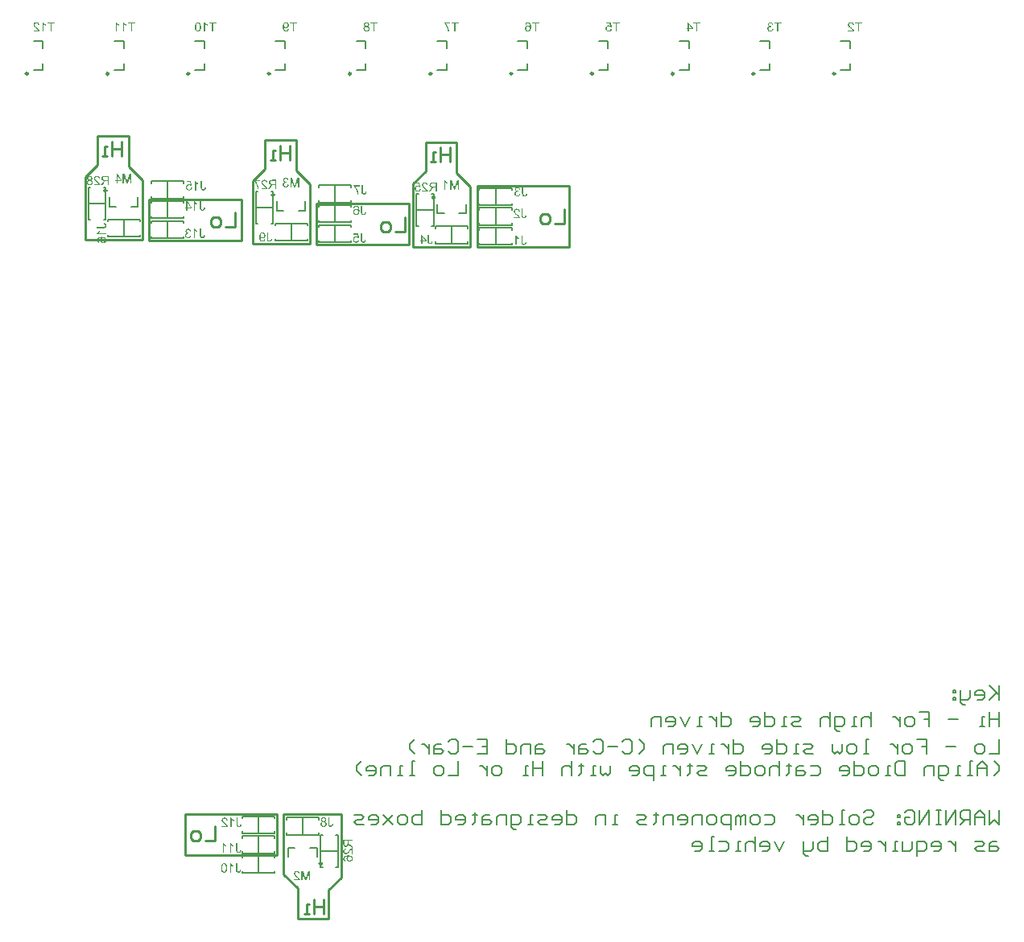
<source format=gbr>
%TF.GenerationSoftware,Altium Limited,Altium Designer,19.0.10 (269)*%
G04 Layer_Color=56026*
%FSLAX26Y26*%
%MOIN*%
%TF.FileFunction,Legend,Bot*%
%TF.Part,Single*%
G01*
G75*
%TA.AperFunction,NonConductor*%
%ADD33C,0.009842*%
%ADD34C,0.010000*%
%ADD35C,0.007874*%
%ADD36C,0.005906*%
%ADD37C,0.008000*%
G36*
X2610890Y3357629D02*
X2611501Y3356741D01*
X2612222Y3355853D01*
X2612889Y3355076D01*
X2613555Y3354410D01*
X2614054Y3353855D01*
X2614276Y3353689D01*
X2614443Y3353522D01*
X2614498Y3353466D01*
X2614553Y3353411D01*
X2615719Y3352468D01*
X2616885Y3351579D01*
X2617994Y3350802D01*
X2619104Y3350192D01*
X2620048Y3349637D01*
X2620436Y3349415D01*
X2620769Y3349249D01*
X2621047Y3349082D01*
X2621269Y3349026D01*
X2621380Y3348916D01*
X2621436D01*
Y3344365D01*
X2620603Y3344698D01*
X2619771Y3345086D01*
X2618938Y3345474D01*
X2618161Y3345863D01*
X2617495Y3346196D01*
X2616940Y3346474D01*
X2616607Y3346695D01*
X2616552Y3346751D01*
X2616496D01*
X2615497Y3347361D01*
X2614609Y3347972D01*
X2613832Y3348527D01*
X2613222Y3349026D01*
X2612666Y3349415D01*
X2612334Y3349748D01*
X2612056Y3349970D01*
X2612001Y3350026D01*
Y3320000D01*
X2607283D01*
Y3358573D01*
X2610336D01*
X2610890Y3357629D01*
D02*
G37*
G36*
X2668000Y3320000D02*
X2663116D01*
Y3352689D01*
X2652016Y3320000D01*
X2647465D01*
X2636254Y3352135D01*
Y3320000D01*
X2631370D01*
Y3358406D01*
X2638197D01*
X2647410Y3331655D01*
X2647909Y3330212D01*
X2648298Y3328991D01*
X2648686Y3327936D01*
X2648963Y3327048D01*
X2649186Y3326383D01*
X2649352Y3325883D01*
X2649407Y3325606D01*
X2649463Y3325494D01*
X2649685Y3326271D01*
X2649963Y3327160D01*
X2650296Y3328103D01*
X2650573Y3329046D01*
X2650851Y3329879D01*
X2651073Y3330545D01*
X2651184Y3330823D01*
X2651239Y3330989D01*
X2651294Y3331100D01*
Y3331155D01*
X2660396Y3358406D01*
X2668000D01*
Y3320000D01*
D02*
G37*
G36*
X1952609Y3369461D02*
X1954108Y3369184D01*
X1955384Y3368740D01*
X1956494Y3368296D01*
X1956994Y3368019D01*
X1957382Y3367796D01*
X1957771Y3367575D01*
X1958048Y3367352D01*
X1958270Y3367186D01*
X1958437Y3367075D01*
X1958547Y3367019D01*
X1958603Y3366964D01*
X1959658Y3365910D01*
X1960490Y3364744D01*
X1961156Y3363523D01*
X1961711Y3362302D01*
X1962044Y3361247D01*
X1962210Y3360803D01*
X1962322Y3360415D01*
X1962377Y3360082D01*
X1962432Y3359860D01*
X1962488Y3359693D01*
Y3359638D01*
X1957771Y3358805D01*
X1957549Y3360026D01*
X1957216Y3361081D01*
X1956827Y3361969D01*
X1956438Y3362691D01*
X1956050Y3363245D01*
X1955717Y3363634D01*
X1955495Y3363912D01*
X1955439Y3363967D01*
X1954718Y3364522D01*
X1953941Y3364966D01*
X1953219Y3365244D01*
X1952498Y3365465D01*
X1951832Y3365577D01*
X1951332Y3365688D01*
X1950889D01*
X1949889Y3365632D01*
X1949002Y3365410D01*
X1948225Y3365133D01*
X1947559Y3364855D01*
X1947059Y3364522D01*
X1946670Y3364244D01*
X1946393Y3364023D01*
X1946338Y3363967D01*
X1945727Y3363301D01*
X1945283Y3362579D01*
X1945005Y3361858D01*
X1944784Y3361192D01*
X1944672Y3360581D01*
X1944562Y3360137D01*
Y3359805D01*
Y3359749D01*
Y3359693D01*
Y3359083D01*
X1944672Y3358528D01*
X1944950Y3357584D01*
X1945339Y3356752D01*
X1945783Y3356030D01*
X1946226Y3355531D01*
X1946615Y3355142D01*
X1946892Y3354921D01*
X1946948Y3354865D01*
X1947004D01*
X1947947Y3354365D01*
X1948835Y3353977D01*
X1949778Y3353700D01*
X1950611Y3353533D01*
X1951332Y3353422D01*
X1951943Y3353311D01*
X1952665D01*
X1952887Y3353367D01*
X1953164D01*
X1953719Y3349204D01*
X1952997Y3349370D01*
X1952332Y3349481D01*
X1951776Y3349593D01*
X1951277Y3349648D01*
X1950889Y3349704D01*
X1950389D01*
X1949224Y3349593D01*
X1948169Y3349370D01*
X1947226Y3349037D01*
X1946448Y3348649D01*
X1945838Y3348260D01*
X1945394Y3347927D01*
X1945117Y3347706D01*
X1945005Y3347595D01*
X1944284Y3346762D01*
X1943729Y3345874D01*
X1943341Y3344986D01*
X1943119Y3344098D01*
X1942952Y3343376D01*
X1942897Y3342766D01*
X1942841Y3342544D01*
Y3342378D01*
Y3342267D01*
Y3342211D01*
X1942952Y3340990D01*
X1943229Y3339880D01*
X1943562Y3338936D01*
X1944006Y3338104D01*
X1944450Y3337438D01*
X1944784Y3336939D01*
X1945061Y3336606D01*
X1945172Y3336494D01*
X1946060Y3335718D01*
X1947004Y3335162D01*
X1947947Y3334774D01*
X1948835Y3334497D01*
X1949612Y3334330D01*
X1950223Y3334274D01*
X1950445Y3334219D01*
X1950777D01*
X1951776Y3334274D01*
X1952720Y3334497D01*
X1953553Y3334774D01*
X1954218Y3335107D01*
X1954774Y3335385D01*
X1955217Y3335662D01*
X1955439Y3335884D01*
X1955551Y3335939D01*
X1956216Y3336716D01*
X1956772Y3337604D01*
X1957271Y3338548D01*
X1957659Y3339547D01*
X1957937Y3340380D01*
X1958048Y3340768D01*
X1958103Y3341101D01*
X1958159Y3341378D01*
X1958215Y3341601D01*
X1958270Y3341711D01*
Y3341767D01*
X1962987Y3341157D01*
X1962877Y3340269D01*
X1962710Y3339436D01*
X1962210Y3337882D01*
X1961600Y3336550D01*
X1961267Y3335995D01*
X1960934Y3335440D01*
X1960601Y3334941D01*
X1960268Y3334552D01*
X1959991Y3334164D01*
X1959713Y3333886D01*
X1959546Y3333664D01*
X1959380Y3333497D01*
X1959269Y3333387D01*
X1959214Y3333331D01*
X1958547Y3332831D01*
X1957881Y3332332D01*
X1957216Y3331943D01*
X1956494Y3331610D01*
X1955107Y3331055D01*
X1953774Y3330722D01*
X1953164Y3330611D01*
X1952609Y3330501D01*
X1952110Y3330445D01*
X1951666Y3330390D01*
X1951332Y3330334D01*
X1950833D01*
X1949778Y3330390D01*
X1948835Y3330501D01*
X1947891Y3330667D01*
X1947004Y3330889D01*
X1946171Y3331166D01*
X1945449Y3331444D01*
X1944728Y3331777D01*
X1944118Y3332110D01*
X1943507Y3332387D01*
X1943007Y3332720D01*
X1942563Y3332998D01*
X1942230Y3333276D01*
X1941953Y3333497D01*
X1941731Y3333664D01*
X1941620Y3333775D01*
X1941564Y3333831D01*
X1940899Y3334497D01*
X1940343Y3335218D01*
X1939844Y3335939D01*
X1939400Y3336661D01*
X1939067Y3337327D01*
X1938734Y3338048D01*
X1938290Y3339381D01*
X1938179Y3339991D01*
X1938068Y3340546D01*
X1937957Y3341046D01*
X1937901Y3341490D01*
X1937846Y3341823D01*
Y3342100D01*
Y3342267D01*
Y3342322D01*
X1937901Y3343654D01*
X1938123Y3344875D01*
X1938457Y3345930D01*
X1938790Y3346818D01*
X1939122Y3347539D01*
X1939456Y3348094D01*
X1939678Y3348427D01*
X1939733Y3348538D01*
X1940510Y3349370D01*
X1941342Y3350092D01*
X1942230Y3350647D01*
X1943119Y3351091D01*
X1943896Y3351424D01*
X1944506Y3351646D01*
X1944728Y3351702D01*
X1944895Y3351757D01*
X1945005Y3351812D01*
X1945061D01*
X1944118Y3352312D01*
X1943341Y3352811D01*
X1942675Y3353367D01*
X1942120Y3353866D01*
X1941676Y3354310D01*
X1941342Y3354698D01*
X1941176Y3354921D01*
X1941120Y3355032D01*
X1940677Y3355809D01*
X1940343Y3356586D01*
X1940066Y3357363D01*
X1939899Y3358084D01*
X1939789Y3358695D01*
X1939733Y3359139D01*
Y3359472D01*
Y3359582D01*
X1939789Y3360526D01*
X1939955Y3361470D01*
X1940177Y3362302D01*
X1940455Y3363023D01*
X1940732Y3363634D01*
X1940954Y3364133D01*
X1941120Y3364411D01*
X1941176Y3364522D01*
X1941731Y3365354D01*
X1942397Y3366076D01*
X1943063Y3366686D01*
X1943729Y3367242D01*
X1944284Y3367630D01*
X1944784Y3367963D01*
X1945117Y3368130D01*
X1945172Y3368185D01*
X1945227D01*
X1946226Y3368629D01*
X1947226Y3368962D01*
X1948225Y3369240D01*
X1949112Y3369406D01*
X1949834Y3369517D01*
X1950445Y3369573D01*
X1951832D01*
X1952609Y3369461D01*
D02*
G37*
G36*
X2006000Y3331000D02*
X2001116D01*
Y3363689D01*
X1990016Y3331000D01*
X1985465D01*
X1974254Y3363135D01*
Y3331000D01*
X1969370D01*
Y3369406D01*
X1976197D01*
X1985409Y3342655D01*
X1985909Y3341212D01*
X1986297Y3339991D01*
X1986686Y3338936D01*
X1986964Y3338048D01*
X1987186Y3337383D01*
X1987352Y3336883D01*
X1987408Y3336606D01*
X1987463Y3336494D01*
X1987685Y3337271D01*
X1987963Y3338160D01*
X1988295Y3339103D01*
X1988573Y3340046D01*
X1988851Y3340879D01*
X1989072Y3341545D01*
X1989184Y3341823D01*
X1989239Y3341989D01*
X1989294Y3342100D01*
Y3342155D01*
X1998397Y3369406D01*
X2006000D01*
Y3331000D01*
D02*
G37*
G36*
X1312000Y3347000D02*
X1307116D01*
Y3379689D01*
X1296016Y3347000D01*
X1291465D01*
X1280254Y3379135D01*
Y3347000D01*
X1275370D01*
Y3385406D01*
X1282197D01*
X1291409Y3358655D01*
X1291909Y3357212D01*
X1292297Y3355991D01*
X1292686Y3354936D01*
X1292964Y3354048D01*
X1293186Y3353383D01*
X1293352Y3352883D01*
X1293408Y3352606D01*
X1293463Y3352494D01*
X1293685Y3353271D01*
X1293963Y3354160D01*
X1294295Y3355103D01*
X1294573Y3356046D01*
X1294851Y3356879D01*
X1295072Y3357545D01*
X1295184Y3357823D01*
X1295239Y3357989D01*
X1295294Y3358100D01*
Y3358155D01*
X1304397Y3385406D01*
X1312000D01*
Y3347000D01*
D02*
G37*
G36*
X1270652Y3360542D02*
Y3356213D01*
X1253947D01*
Y3347000D01*
X1249229D01*
Y3356213D01*
X1244013D01*
Y3360542D01*
X1249229D01*
Y3385406D01*
X1253059D01*
X1270652Y3360542D01*
D02*
G37*
G36*
X1997332Y497517D02*
X1998276Y497462D01*
X1999164Y497295D01*
X1999996Y497128D01*
X2000774Y496906D01*
X2001495Y496685D01*
X2002161Y496407D01*
X2002772Y496130D01*
X2003326Y495852D01*
X2003771Y495575D01*
X2004159Y495353D01*
X2004492Y495130D01*
X2004770Y494964D01*
X2004936Y494798D01*
X2005047Y494742D01*
X2005102Y494687D01*
X2005658Y494132D01*
X2006157Y493521D01*
X2006657Y492855D01*
X2007045Y492189D01*
X2007711Y490857D01*
X2008155Y489525D01*
X2008322Y488914D01*
X2008488Y488304D01*
X2008599Y487805D01*
X2008710Y487361D01*
X2008765Y486972D01*
Y486695D01*
X2008821Y486528D01*
Y486473D01*
X2003993Y485973D01*
X2003881Y487250D01*
X2003659Y488360D01*
X2003326Y489358D01*
X2002938Y490135D01*
X2002605Y490801D01*
X2002272Y491245D01*
X2002050Y491523D01*
X2001939Y491634D01*
X2001107Y492300D01*
X2000218Y492800D01*
X1999275Y493188D01*
X1998443Y493410D01*
X1997666Y493577D01*
X1996999Y493632D01*
X1996777Y493688D01*
X1996445D01*
X1995279Y493632D01*
X1994225Y493410D01*
X1993336Y493077D01*
X1992560Y492744D01*
X1991949Y492356D01*
X1991561Y492078D01*
X1991283Y491856D01*
X1991172Y491745D01*
X1990506Y490968D01*
X1990006Y490191D01*
X1989618Y489414D01*
X1989396Y488637D01*
X1989229Y488026D01*
X1989174Y487471D01*
X1989119Y487139D01*
Y487083D01*
Y487027D01*
X1989229Y486029D01*
X1989451Y484974D01*
X1989840Y484031D01*
X1990228Y483142D01*
X1990672Y482421D01*
X1991061Y481810D01*
X1991172Y481589D01*
X1991283Y481422D01*
X1991394Y481366D01*
Y481311D01*
X1991838Y480700D01*
X1992393Y480090D01*
X1993004Y479424D01*
X1993669Y478758D01*
X1995057Y477426D01*
X1996445Y476094D01*
X1997166Y475483D01*
X1997776Y474928D01*
X1998387Y474429D01*
X1998887Y473985D01*
X1999275Y473652D01*
X1999608Y473375D01*
X1999830Y473208D01*
X1999886Y473152D01*
X2001273Y471987D01*
X2002550Y470877D01*
X2003604Y469878D01*
X2004437Y469046D01*
X2005158Y468324D01*
X2005658Y467825D01*
X2005935Y467491D01*
X2006046Y467436D01*
Y467380D01*
X2006823Y466437D01*
X2007434Y465549D01*
X2007988Y464661D01*
X2008432Y463884D01*
X2008765Y463218D01*
X2008987Y462719D01*
X2009099Y462385D01*
X2009154Y462330D01*
Y462274D01*
X2009376Y461664D01*
X2009487Y461109D01*
X2009598Y460554D01*
X2009653Y460055D01*
X2009709Y459611D01*
Y459277D01*
Y459055D01*
Y459000D01*
X1984235D01*
Y463551D01*
X2003160D01*
X2002494Y464495D01*
X2002161Y464883D01*
X2001883Y465272D01*
X2001606Y465604D01*
X2001384Y465827D01*
X2001217Y465993D01*
X2001162Y466048D01*
X2000884Y466326D01*
X2000552Y466603D01*
X1999774Y467325D01*
X1998887Y468158D01*
X1997943Y468990D01*
X1997055Y469712D01*
X1996667Y470045D01*
X1996333Y470377D01*
X1996056Y470599D01*
X1995834Y470766D01*
X1995723Y470877D01*
X1995668Y470933D01*
X1994780Y471709D01*
X1993891Y472431D01*
X1993114Y473152D01*
X1992393Y473763D01*
X1991727Y474373D01*
X1991172Y474928D01*
X1990617Y475428D01*
X1990173Y475872D01*
X1989729Y476316D01*
X1989396Y476649D01*
X1989119Y476926D01*
X1988841Y477204D01*
X1988563Y477537D01*
X1988453Y477648D01*
X1987676Y478591D01*
X1987009Y479424D01*
X1986455Y480257D01*
X1986011Y480923D01*
X1985678Y481533D01*
X1985456Y481977D01*
X1985344Y482255D01*
X1985289Y482365D01*
X1984956Y483198D01*
X1984734Y484031D01*
X1984512Y484808D01*
X1984401Y485474D01*
X1984345Y486084D01*
X1984290Y486528D01*
Y486805D01*
Y486916D01*
X1984345Y487749D01*
X1984457Y488526D01*
X1984568Y489303D01*
X1984790Y489969D01*
X1985344Y491301D01*
X1985899Y492356D01*
X1986233Y492855D01*
X1986510Y493243D01*
X1986787Y493632D01*
X1987065Y493909D01*
X1987287Y494132D01*
X1987398Y494353D01*
X1987509Y494409D01*
X1987564Y494464D01*
X1988175Y495019D01*
X1988841Y495519D01*
X1989562Y495908D01*
X1990284Y496240D01*
X1991727Y496796D01*
X1993170Y497184D01*
X1993781Y497295D01*
X1994391Y497406D01*
X1994946Y497462D01*
X1995390Y497517D01*
X1995778Y497572D01*
X1996333D01*
X1997332Y497517D01*
D02*
G37*
G36*
X2052000Y459000D02*
X2047116D01*
Y491690D01*
X2036016Y459000D01*
X2031465D01*
X2020254Y491135D01*
Y459000D01*
X2015370D01*
Y497406D01*
X2022197D01*
X2031409Y470655D01*
X2031909Y469212D01*
X2032297Y467991D01*
X2032686Y466937D01*
X2032964Y466048D01*
X2033186Y465382D01*
X2033352Y464883D01*
X2033408Y464606D01*
X2033463Y464495D01*
X2033685Y465272D01*
X2033963Y466159D01*
X2034295Y467103D01*
X2034573Y468046D01*
X2034851Y468879D01*
X2035072Y469545D01*
X2035184Y469822D01*
X2035239Y469989D01*
X2035294Y470100D01*
Y470156D01*
X2044397Y497406D01*
X2052000D01*
Y459000D01*
D02*
G37*
G36*
X2527548Y3350603D02*
X2528492Y3350548D01*
X2529380Y3350381D01*
X2530213Y3350215D01*
X2530990Y3349993D01*
X2531711Y3349771D01*
X2532377Y3349493D01*
X2532988Y3349216D01*
X2533543Y3348938D01*
X2533986Y3348661D01*
X2534375Y3348439D01*
X2534708Y3348217D01*
X2534985Y3348050D01*
X2535152Y3347884D01*
X2535263Y3347828D01*
X2535318Y3347773D01*
X2535874Y3347218D01*
X2536373Y3346607D01*
X2536872Y3345941D01*
X2537261Y3345275D01*
X2537927Y3343943D01*
X2538371Y3342611D01*
X2538537Y3342001D01*
X2538704Y3341390D01*
X2538815Y3340891D01*
X2538926Y3340447D01*
X2538981Y3340058D01*
Y3339781D01*
X2539037Y3339614D01*
Y3339559D01*
X2534209Y3339059D01*
X2534097Y3340336D01*
X2533876Y3341446D01*
X2533543Y3342445D01*
X2533154Y3343222D01*
X2532821Y3343888D01*
X2532488Y3344332D01*
X2532266Y3344609D01*
X2532155Y3344720D01*
X2531323Y3345386D01*
X2530434Y3345886D01*
X2529491Y3346274D01*
X2528659Y3346496D01*
X2527881Y3346663D01*
X2527215Y3346718D01*
X2526994Y3346774D01*
X2526660D01*
X2525495Y3346718D01*
X2524441Y3346496D01*
X2523552Y3346163D01*
X2522776Y3345830D01*
X2522165Y3345442D01*
X2521776Y3345164D01*
X2521499Y3344942D01*
X2521388Y3344831D01*
X2520722Y3344054D01*
X2520222Y3343277D01*
X2519834Y3342500D01*
X2519612Y3341723D01*
X2519445Y3341113D01*
X2519390Y3340558D01*
X2519334Y3340225D01*
Y3340169D01*
Y3340114D01*
X2519445Y3339115D01*
X2519668Y3338060D01*
X2520056Y3337117D01*
X2520445Y3336229D01*
X2520889Y3335507D01*
X2521277Y3334897D01*
X2521388Y3334675D01*
X2521499Y3334508D01*
X2521610Y3334453D01*
Y3334397D01*
X2522054Y3333787D01*
X2522609Y3333176D01*
X2523220Y3332510D01*
X2523885Y3331844D01*
X2525273Y3330512D01*
X2526660Y3329180D01*
X2527382Y3328570D01*
X2527992Y3328015D01*
X2528603Y3327515D01*
X2529102Y3327071D01*
X2529491Y3326738D01*
X2529824Y3326461D01*
X2530046Y3326294D01*
X2530102Y3326239D01*
X2531489Y3325073D01*
X2532765Y3323963D01*
X2533820Y3322964D01*
X2534653Y3322132D01*
X2535374Y3321410D01*
X2535874Y3320911D01*
X2536151Y3320578D01*
X2536262Y3320522D01*
Y3320467D01*
X2537039Y3319523D01*
X2537649Y3318635D01*
X2538204Y3317747D01*
X2538648Y3316970D01*
X2538981Y3316304D01*
X2539204Y3315805D01*
X2539314Y3315472D01*
X2539370Y3315416D01*
Y3315361D01*
X2539592Y3314750D01*
X2539703Y3314195D01*
X2539814Y3313640D01*
X2539869Y3313141D01*
X2539925Y3312697D01*
Y3312364D01*
Y3312142D01*
Y3312086D01*
X2514450D01*
Y3316637D01*
X2533376D01*
X2532710Y3317581D01*
X2532377Y3317969D01*
X2532099Y3318358D01*
X2531822Y3318691D01*
X2531600Y3318913D01*
X2531434Y3319079D01*
X2531378Y3319135D01*
X2531101Y3319412D01*
X2530767Y3319690D01*
X2529990Y3320411D01*
X2529102Y3321244D01*
X2528159Y3322076D01*
X2527271Y3322798D01*
X2526883Y3323131D01*
X2526550Y3323464D01*
X2526272Y3323686D01*
X2526050Y3323852D01*
X2525939Y3323963D01*
X2525883Y3324019D01*
X2524995Y3324796D01*
X2524108Y3325517D01*
X2523331Y3326239D01*
X2522609Y3326849D01*
X2521943Y3327460D01*
X2521388Y3328015D01*
X2520833Y3328514D01*
X2520389Y3328958D01*
X2519945Y3329402D01*
X2519612Y3329735D01*
X2519334Y3330013D01*
X2519057Y3330290D01*
X2518780Y3330623D01*
X2518669Y3330734D01*
X2517892Y3331678D01*
X2517226Y3332510D01*
X2516671Y3333343D01*
X2516227Y3334009D01*
X2515894Y3334619D01*
X2515671Y3335063D01*
X2515561Y3335341D01*
X2515505Y3335452D01*
X2515172Y3336284D01*
X2514950Y3337117D01*
X2514728Y3337894D01*
X2514617Y3338560D01*
X2514561Y3339170D01*
X2514506Y3339614D01*
Y3339892D01*
Y3340003D01*
X2514561Y3340835D01*
X2514673Y3341612D01*
X2514784Y3342389D01*
X2515006Y3343055D01*
X2515561Y3344387D01*
X2516115Y3345442D01*
X2516448Y3345941D01*
X2516726Y3346330D01*
X2517003Y3346718D01*
X2517281Y3346996D01*
X2517503Y3347218D01*
X2517614Y3347440D01*
X2517725Y3347495D01*
X2517780Y3347551D01*
X2518391Y3348106D01*
X2519057Y3348605D01*
X2519778Y3348994D01*
X2520500Y3349327D01*
X2521943Y3349882D01*
X2523386Y3350270D01*
X2523997Y3350381D01*
X2524607Y3350492D01*
X2525162Y3350548D01*
X2525606Y3350603D01*
X2525994Y3350659D01*
X2526550D01*
X2527548Y3350603D01*
D02*
G37*
G36*
X2508568Y3330235D02*
X2504128Y3329624D01*
X2503739Y3330235D01*
X2503240Y3330734D01*
X2502796Y3331234D01*
X2502352Y3331622D01*
X2501907Y3331900D01*
X2501575Y3332177D01*
X2501352Y3332288D01*
X2501297Y3332344D01*
X2500575Y3332677D01*
X2499854Y3332954D01*
X2499188Y3333121D01*
X2498522Y3333287D01*
X2497967Y3333343D01*
X2497523Y3333398D01*
X2496468D01*
X2495802Y3333287D01*
X2494637Y3333010D01*
X2493638Y3332621D01*
X2492750Y3332233D01*
X2492084Y3331789D01*
X2491584Y3331400D01*
X2491307Y3331123D01*
X2491196Y3331067D01*
Y3331012D01*
X2490419Y3330068D01*
X2489864Y3329069D01*
X2489476Y3328015D01*
X2489198Y3326960D01*
X2489032Y3326072D01*
X2488976Y3325684D01*
Y3325351D01*
X2488921Y3325073D01*
Y3324851D01*
Y3324740D01*
Y3324685D01*
Y3323908D01*
X2489032Y3323186D01*
X2489309Y3321799D01*
X2489698Y3320633D01*
X2490086Y3319690D01*
X2490530Y3318913D01*
X2490919Y3318302D01*
X2491085Y3318136D01*
X2491196Y3317969D01*
X2491251Y3317914D01*
X2491307Y3317858D01*
X2491751Y3317414D01*
X2492195Y3317026D01*
X2493194Y3316360D01*
X2494137Y3315916D01*
X2495081Y3315638D01*
X2495858Y3315416D01*
X2496524Y3315361D01*
X2496746Y3315305D01*
X2497079D01*
X2498133Y3315361D01*
X2499077Y3315583D01*
X2499910Y3315860D01*
X2500575Y3316193D01*
X2501186Y3316526D01*
X2501630Y3316804D01*
X2501852Y3317026D01*
X2501963Y3317081D01*
X2502629Y3317858D01*
X2503184Y3318691D01*
X2503628Y3319634D01*
X2503961Y3320467D01*
X2504183Y3321299D01*
X2504349Y3321910D01*
X2504405Y3322187D01*
X2504461Y3322354D01*
Y3322465D01*
Y3322520D01*
X2509400Y3322132D01*
X2509289Y3321244D01*
X2509122Y3320411D01*
X2508623Y3318857D01*
X2508012Y3317525D01*
X2507680Y3316915D01*
X2507347Y3316415D01*
X2507069Y3315916D01*
X2506736Y3315472D01*
X2506459Y3315139D01*
X2506181Y3314861D01*
X2505959Y3314639D01*
X2505848Y3314417D01*
X2505737Y3314362D01*
X2505682Y3314306D01*
X2505015Y3313807D01*
X2504349Y3313363D01*
X2503628Y3312974D01*
X2502907Y3312641D01*
X2501519Y3312142D01*
X2500131Y3311809D01*
X2499521Y3311642D01*
X2498910Y3311587D01*
X2498411Y3311531D01*
X2497967Y3311476D01*
X2497579Y3311420D01*
X2497079D01*
X2495914Y3311476D01*
X2494803Y3311642D01*
X2493749Y3311864D01*
X2492805Y3312142D01*
X2491918Y3312530D01*
X2491085Y3312919D01*
X2490308Y3313307D01*
X2489642Y3313751D01*
X2489032Y3314195D01*
X2488477Y3314584D01*
X2488032Y3315028D01*
X2487644Y3315361D01*
X2487367Y3315638D01*
X2487144Y3315860D01*
X2487034Y3316027D01*
X2486978Y3316082D01*
X2486423Y3316804D01*
X2485979Y3317581D01*
X2485535Y3318302D01*
X2485202Y3319079D01*
X2484647Y3320578D01*
X2484314Y3322021D01*
X2484203Y3322631D01*
X2484092Y3323242D01*
X2484037Y3323741D01*
X2483981Y3324185D01*
X2483925Y3324574D01*
Y3324851D01*
Y3325018D01*
Y3325073D01*
X2483981Y3326072D01*
X2484092Y3327016D01*
X2484258Y3327959D01*
X2484481Y3328792D01*
X2484758Y3329569D01*
X2485035Y3330346D01*
X2485369Y3331012D01*
X2485646Y3331622D01*
X2485979Y3332177D01*
X2486312Y3332677D01*
X2486590Y3333065D01*
X2486867Y3333454D01*
X2487089Y3333731D01*
X2487256Y3333898D01*
X2487367Y3334009D01*
X2487422Y3334064D01*
X2488088Y3334675D01*
X2488754Y3335230D01*
X2489476Y3335674D01*
X2490197Y3336062D01*
X2490919Y3336451D01*
X2491640Y3336728D01*
X2492972Y3337117D01*
X2493582Y3337283D01*
X2494137Y3337394D01*
X2494637Y3337450D01*
X2495081Y3337505D01*
X2495414Y3337561D01*
X2496635D01*
X2497301Y3337450D01*
X2498633Y3337172D01*
X2499854Y3336784D01*
X2500964Y3336340D01*
X2501852Y3335896D01*
X2502240Y3335674D01*
X2502573Y3335507D01*
X2502851Y3335341D01*
X2503017Y3335230D01*
X2503128Y3335174D01*
X2503184Y3335119D01*
X2501131Y3345497D01*
X2485757D01*
Y3349993D01*
X2504849D01*
X2508568Y3330235D01*
D02*
G37*
G36*
X2576000Y3312086D02*
X2570894D01*
Y3329125D01*
X2564345D01*
X2563735Y3329069D01*
X2563291D01*
X2562902Y3329014D01*
X2562624Y3328958D01*
X2562403D01*
X2562291Y3328903D01*
X2562236D01*
X2561348Y3328625D01*
X2560959Y3328459D01*
X2560626Y3328292D01*
X2560294Y3328126D01*
X2560072Y3328015D01*
X2559961Y3327959D01*
X2559905Y3327904D01*
X2559461Y3327571D01*
X2559017Y3327182D01*
X2558184Y3326350D01*
X2557796Y3325961D01*
X2557519Y3325628D01*
X2557352Y3325406D01*
X2557296Y3325351D01*
X2556742Y3324574D01*
X2556131Y3323741D01*
X2555521Y3322853D01*
X2554910Y3322021D01*
X2554410Y3321244D01*
X2554022Y3320633D01*
X2553856Y3320411D01*
X2553744Y3320245D01*
X2553633Y3320134D01*
Y3320078D01*
X2548583Y3312086D01*
X2542256D01*
X2548860Y3322520D01*
X2549637Y3323630D01*
X2550359Y3324629D01*
X2551081Y3325462D01*
X2551691Y3326239D01*
X2552246Y3326794D01*
X2552690Y3327238D01*
X2552968Y3327515D01*
X2553079Y3327626D01*
X2553523Y3327959D01*
X2554022Y3328348D01*
X2555021Y3328958D01*
X2555465Y3329180D01*
X2555798Y3329402D01*
X2556020Y3329513D01*
X2556131Y3329569D01*
X2555132Y3329735D01*
X2554189Y3329902D01*
X2553356Y3330179D01*
X2552523Y3330401D01*
X2551802Y3330679D01*
X2551136Y3331012D01*
X2550526Y3331289D01*
X2549970Y3331567D01*
X2549526Y3331900D01*
X2549082Y3332177D01*
X2548749Y3332399D01*
X2548472Y3332621D01*
X2548250Y3332788D01*
X2548084Y3332954D01*
X2548028Y3333010D01*
X2547972Y3333065D01*
X2547528Y3333620D01*
X2547084Y3334175D01*
X2546419Y3335341D01*
X2545974Y3336506D01*
X2545642Y3337616D01*
X2545419Y3338560D01*
X2545364Y3338948D01*
Y3339337D01*
X2545309Y3339614D01*
Y3339836D01*
Y3339947D01*
Y3340003D01*
X2545364Y3341168D01*
X2545530Y3342223D01*
X2545808Y3343222D01*
X2546086Y3344054D01*
X2546419Y3344776D01*
X2546640Y3345331D01*
X2546863Y3345664D01*
X2546918Y3345719D01*
Y3345775D01*
X2547584Y3346663D01*
X2548250Y3347440D01*
X2548972Y3348106D01*
X2549637Y3348605D01*
X2550248Y3348994D01*
X2550747Y3349216D01*
X2551081Y3349382D01*
X2551136Y3349438D01*
X2551191D01*
X2551691Y3349604D01*
X2552302Y3349771D01*
X2553523Y3350048D01*
X2554854Y3350215D01*
X2556075Y3350381D01*
X2557241Y3350437D01*
X2557740D01*
X2558184Y3350492D01*
X2576000D01*
Y3312086D01*
D02*
G37*
G36*
X1862549Y3361517D02*
X1863492Y3361461D01*
X1864380Y3361295D01*
X1865213Y3361128D01*
X1865989Y3360907D01*
X1866711Y3360684D01*
X1867377Y3360407D01*
X1867987Y3360130D01*
X1868543Y3359852D01*
X1868986Y3359575D01*
X1869375Y3359352D01*
X1869708Y3359131D01*
X1869986Y3358964D01*
X1870152Y3358798D01*
X1870263Y3358742D01*
X1870319Y3358686D01*
X1870873Y3358131D01*
X1871373Y3357521D01*
X1871872Y3356855D01*
X1872261Y3356189D01*
X1872927Y3354857D01*
X1873371Y3353525D01*
X1873537Y3352914D01*
X1873704Y3352304D01*
X1873815Y3351805D01*
X1873926Y3351360D01*
X1873982Y3350972D01*
Y3350695D01*
X1874037Y3350528D01*
Y3350472D01*
X1869208Y3349973D01*
X1869098Y3351249D01*
X1868876Y3352360D01*
X1868543Y3353358D01*
X1868154Y3354135D01*
X1867821Y3354802D01*
X1867488Y3355245D01*
X1867266Y3355523D01*
X1867155Y3355634D01*
X1866322Y3356300D01*
X1865435Y3356800D01*
X1864491Y3357188D01*
X1863659Y3357410D01*
X1862881Y3357577D01*
X1862216Y3357632D01*
X1861994Y3357688D01*
X1861660D01*
X1860495Y3357632D01*
X1859440Y3357410D01*
X1858553Y3357077D01*
X1857775Y3356744D01*
X1857165Y3356356D01*
X1856776Y3356078D01*
X1856499Y3355856D01*
X1856388Y3355745D01*
X1855722Y3354968D01*
X1855223Y3354191D01*
X1854834Y3353414D01*
X1854612Y3352637D01*
X1854446Y3352026D01*
X1854390Y3351472D01*
X1854334Y3351139D01*
Y3351083D01*
Y3351028D01*
X1854446Y3350028D01*
X1854668Y3348974D01*
X1855056Y3348030D01*
X1855445Y3347142D01*
X1855889Y3346421D01*
X1856277Y3345811D01*
X1856388Y3345588D01*
X1856499Y3345422D01*
X1856610Y3345367D01*
Y3345311D01*
X1857054Y3344700D01*
X1857609Y3344090D01*
X1858219Y3343424D01*
X1858886Y3342758D01*
X1860273Y3341426D01*
X1861660Y3340094D01*
X1862382Y3339483D01*
X1862993Y3338928D01*
X1863603Y3338429D01*
X1864102Y3337985D01*
X1864491Y3337652D01*
X1864824Y3337374D01*
X1865046Y3337208D01*
X1865101Y3337153D01*
X1866489Y3335987D01*
X1867765Y3334877D01*
X1868820Y3333878D01*
X1869652Y3333046D01*
X1870374Y3332324D01*
X1870873Y3331825D01*
X1871151Y3331492D01*
X1871262Y3331436D01*
Y3331381D01*
X1872039Y3330437D01*
X1872649Y3329549D01*
X1873205Y3328661D01*
X1873649Y3327884D01*
X1873982Y3327218D01*
X1874204Y3326718D01*
X1874314Y3326385D01*
X1874370Y3326330D01*
Y3326274D01*
X1874592Y3325664D01*
X1874703Y3325109D01*
X1874814Y3324554D01*
X1874870Y3324055D01*
X1874925Y3323610D01*
Y3323278D01*
Y3323055D01*
Y3323000D01*
X1849450D01*
Y3327551D01*
X1868376D01*
X1867710Y3328494D01*
X1867377Y3328883D01*
X1867100Y3329271D01*
X1866822Y3329604D01*
X1866600Y3329827D01*
X1866434Y3329993D01*
X1866378Y3330048D01*
X1866101Y3330326D01*
X1865767Y3330604D01*
X1864991Y3331325D01*
X1864102Y3332157D01*
X1863159Y3332990D01*
X1862271Y3333711D01*
X1861882Y3334044D01*
X1861550Y3334378D01*
X1861272Y3334599D01*
X1861050Y3334766D01*
X1860939Y3334877D01*
X1860883Y3334932D01*
X1859995Y3335709D01*
X1859108Y3336431D01*
X1858331Y3337153D01*
X1857609Y3337763D01*
X1856943Y3338374D01*
X1856388Y3338928D01*
X1855833Y3339428D01*
X1855389Y3339872D01*
X1854945Y3340316D01*
X1854612Y3340649D01*
X1854334Y3340927D01*
X1854057Y3341204D01*
X1853780Y3341537D01*
X1853668Y3341648D01*
X1852891Y3342591D01*
X1852226Y3343424D01*
X1851670Y3344256D01*
X1851226Y3344923D01*
X1850893Y3345533D01*
X1850671Y3345977D01*
X1850561Y3346255D01*
X1850505Y3346365D01*
X1850172Y3347198D01*
X1849950Y3348030D01*
X1849728Y3348807D01*
X1849617Y3349474D01*
X1849562Y3350084D01*
X1849506Y3350528D01*
Y3350805D01*
Y3350916D01*
X1849562Y3351749D01*
X1849672Y3352526D01*
X1849784Y3353303D01*
X1850005Y3353969D01*
X1850561Y3355301D01*
X1851116Y3356356D01*
X1851448Y3356855D01*
X1851726Y3357244D01*
X1852004Y3357632D01*
X1852281Y3357910D01*
X1852503Y3358131D01*
X1852614Y3358354D01*
X1852725Y3358409D01*
X1852781Y3358465D01*
X1853391Y3359019D01*
X1854057Y3359519D01*
X1854778Y3359907D01*
X1855500Y3360240D01*
X1856943Y3360796D01*
X1858386Y3361184D01*
X1858996Y3361295D01*
X1859607Y3361406D01*
X1860162Y3361461D01*
X1860606Y3361517D01*
X1860995Y3361573D01*
X1861550D01*
X1862549Y3361517D01*
D02*
G37*
G36*
X1911000Y3323000D02*
X1905894D01*
Y3340039D01*
X1899345D01*
X1898735Y3339983D01*
X1898291D01*
X1897902Y3339927D01*
X1897624Y3339872D01*
X1897402D01*
X1897292Y3339816D01*
X1897236D01*
X1896348Y3339539D01*
X1895959Y3339372D01*
X1895627Y3339206D01*
X1895293Y3339039D01*
X1895072Y3338928D01*
X1894960Y3338873D01*
X1894905Y3338818D01*
X1894461Y3338485D01*
X1894017Y3338096D01*
X1893185Y3337264D01*
X1892796Y3336875D01*
X1892518Y3336542D01*
X1892352Y3336320D01*
X1892296Y3336265D01*
X1891742Y3335488D01*
X1891131Y3334655D01*
X1890521Y3333767D01*
X1889910Y3332934D01*
X1889410Y3332157D01*
X1889022Y3331547D01*
X1888855Y3331325D01*
X1888745Y3331159D01*
X1888633Y3331048D01*
Y3330992D01*
X1883583Y3323000D01*
X1877256D01*
X1883861Y3333434D01*
X1884638Y3334544D01*
X1885359Y3335543D01*
X1886081Y3336376D01*
X1886691Y3337153D01*
X1887246Y3337707D01*
X1887690Y3338151D01*
X1887967Y3338429D01*
X1888079Y3338540D01*
X1888523Y3338873D01*
X1889022Y3339262D01*
X1890021Y3339872D01*
X1890465Y3340094D01*
X1890798Y3340316D01*
X1891020Y3340427D01*
X1891131Y3340483D01*
X1890132Y3340649D01*
X1889188Y3340816D01*
X1888356Y3341093D01*
X1887524Y3341315D01*
X1886802Y3341593D01*
X1886136Y3341925D01*
X1885525Y3342203D01*
X1884970Y3342481D01*
X1884526Y3342814D01*
X1884082Y3343091D01*
X1883749Y3343313D01*
X1883472Y3343535D01*
X1883250Y3343702D01*
X1883083Y3343868D01*
X1883028Y3343923D01*
X1882973Y3343979D01*
X1882528Y3344534D01*
X1882084Y3345089D01*
X1881418Y3346255D01*
X1880975Y3347420D01*
X1880641Y3348530D01*
X1880419Y3349474D01*
X1880364Y3349862D01*
Y3350251D01*
X1880309Y3350528D01*
Y3350750D01*
Y3350861D01*
Y3350916D01*
X1880364Y3352082D01*
X1880531Y3353137D01*
X1880808Y3354135D01*
X1881085Y3354968D01*
X1881418Y3355689D01*
X1881640Y3356244D01*
X1881862Y3356577D01*
X1881918Y3356633D01*
Y3356689D01*
X1882584Y3357577D01*
X1883250Y3358354D01*
X1883972Y3359019D01*
X1884638Y3359519D01*
X1885248Y3359907D01*
X1885747Y3360130D01*
X1886081Y3360296D01*
X1886136Y3360352D01*
X1886191D01*
X1886691Y3360518D01*
X1887302Y3360684D01*
X1888523Y3360962D01*
X1889854Y3361128D01*
X1891075Y3361295D01*
X1892241Y3361351D01*
X1892741D01*
X1893185Y3361406D01*
X1911000D01*
Y3323000D01*
D02*
G37*
G36*
X1844067Y3356356D02*
X1825253D01*
X1826584Y3354746D01*
X1827861Y3353026D01*
X1828971Y3351360D01*
X1830025Y3349751D01*
X1830469Y3349030D01*
X1830858Y3348363D01*
X1831246Y3347753D01*
X1831524Y3347253D01*
X1831746Y3346809D01*
X1831912Y3346532D01*
X1832024Y3346310D01*
X1832079Y3346255D01*
X1833189Y3344035D01*
X1834188Y3341814D01*
X1835021Y3339706D01*
X1835353Y3338762D01*
X1835687Y3337818D01*
X1836020Y3336986D01*
X1836242Y3336209D01*
X1836464Y3335543D01*
X1836630Y3334988D01*
X1836796Y3334488D01*
X1836908Y3334155D01*
X1836963Y3333934D01*
Y3333878D01*
X1837518Y3331602D01*
X1837740Y3330492D01*
X1837907Y3329494D01*
X1838073Y3328550D01*
X1838239Y3327606D01*
X1838351Y3326829D01*
X1838461Y3326052D01*
X1838517Y3325387D01*
X1838572Y3324776D01*
X1838628Y3324221D01*
Y3323777D01*
X1838684Y3323444D01*
Y3323222D01*
Y3323055D01*
Y3323000D01*
X1833855D01*
X1833688Y3325109D01*
X1833411Y3327052D01*
X1833133Y3328827D01*
X1832967Y3329660D01*
X1832801Y3330437D01*
X1832689Y3331103D01*
X1832523Y3331713D01*
X1832412Y3332269D01*
X1832301Y3332713D01*
X1832190Y3333046D01*
X1832134Y3333323D01*
X1832079Y3333490D01*
Y3333545D01*
X1831246Y3336098D01*
X1830359Y3338485D01*
X1829915Y3339650D01*
X1829470Y3340760D01*
X1828971Y3341759D01*
X1828527Y3342758D01*
X1828139Y3343646D01*
X1827750Y3344423D01*
X1827417Y3345089D01*
X1827139Y3345700D01*
X1826862Y3346199D01*
X1826696Y3346532D01*
X1826584Y3346754D01*
X1826529Y3346809D01*
X1825863Y3347975D01*
X1825197Y3349140D01*
X1824531Y3350195D01*
X1823865Y3351194D01*
X1823255Y3352082D01*
X1822644Y3352970D01*
X1822034Y3353747D01*
X1821534Y3354413D01*
X1821034Y3355079D01*
X1820591Y3355634D01*
X1820147Y3356078D01*
X1819813Y3356466D01*
X1819591Y3356800D01*
X1819370Y3357021D01*
X1819258Y3357133D01*
X1819203Y3357188D01*
Y3360907D01*
X1844067D01*
Y3356356D01*
D02*
G37*
G36*
X1169549Y3377517D02*
X1170492Y3377461D01*
X1171380Y3377295D01*
X1172213Y3377128D01*
X1172989Y3376907D01*
X1173711Y3376684D01*
X1174377Y3376407D01*
X1174987Y3376130D01*
X1175543Y3375852D01*
X1175986Y3375575D01*
X1176375Y3375352D01*
X1176708Y3375131D01*
X1176986Y3374964D01*
X1177152Y3374798D01*
X1177263Y3374742D01*
X1177319Y3374686D01*
X1177873Y3374131D01*
X1178373Y3373521D01*
X1178872Y3372855D01*
X1179261Y3372189D01*
X1179927Y3370857D01*
X1180371Y3369525D01*
X1180537Y3368914D01*
X1180704Y3368304D01*
X1180815Y3367805D01*
X1180926Y3367360D01*
X1180982Y3366972D01*
Y3366695D01*
X1181037Y3366528D01*
Y3366472D01*
X1176208Y3365973D01*
X1176098Y3367249D01*
X1175876Y3368360D01*
X1175543Y3369358D01*
X1175154Y3370135D01*
X1174821Y3370802D01*
X1174488Y3371245D01*
X1174266Y3371523D01*
X1174155Y3371634D01*
X1173322Y3372300D01*
X1172435Y3372800D01*
X1171491Y3373188D01*
X1170659Y3373410D01*
X1169881Y3373577D01*
X1169216Y3373632D01*
X1168994Y3373688D01*
X1168660D01*
X1167495Y3373632D01*
X1166440Y3373410D01*
X1165553Y3373077D01*
X1164775Y3372744D01*
X1164165Y3372356D01*
X1163776Y3372078D01*
X1163499Y3371856D01*
X1163388Y3371745D01*
X1162722Y3370968D01*
X1162223Y3370191D01*
X1161834Y3369414D01*
X1161612Y3368637D01*
X1161446Y3368026D01*
X1161390Y3367472D01*
X1161334Y3367139D01*
Y3367083D01*
Y3367028D01*
X1161446Y3366028D01*
X1161668Y3364974D01*
X1162056Y3364030D01*
X1162445Y3363142D01*
X1162889Y3362421D01*
X1163277Y3361811D01*
X1163388Y3361588D01*
X1163499Y3361422D01*
X1163610Y3361367D01*
Y3361311D01*
X1164054Y3360700D01*
X1164609Y3360090D01*
X1165219Y3359424D01*
X1165886Y3358758D01*
X1167273Y3357426D01*
X1168660Y3356094D01*
X1169382Y3355483D01*
X1169993Y3354928D01*
X1170603Y3354429D01*
X1171102Y3353985D01*
X1171491Y3353652D01*
X1171824Y3353374D01*
X1172046Y3353208D01*
X1172101Y3353153D01*
X1173489Y3351987D01*
X1174765Y3350877D01*
X1175820Y3349878D01*
X1176652Y3349046D01*
X1177374Y3348324D01*
X1177873Y3347825D01*
X1178151Y3347492D01*
X1178262Y3347436D01*
Y3347381D01*
X1179039Y3346437D01*
X1179649Y3345549D01*
X1180205Y3344661D01*
X1180649Y3343884D01*
X1180982Y3343218D01*
X1181204Y3342718D01*
X1181314Y3342385D01*
X1181370Y3342330D01*
Y3342274D01*
X1181592Y3341664D01*
X1181703Y3341109D01*
X1181814Y3340554D01*
X1181870Y3340055D01*
X1181925Y3339610D01*
Y3339278D01*
Y3339055D01*
Y3339000D01*
X1156450D01*
Y3343551D01*
X1175376D01*
X1174710Y3344494D01*
X1174377Y3344883D01*
X1174100Y3345271D01*
X1173822Y3345604D01*
X1173600Y3345827D01*
X1173434Y3345993D01*
X1173378Y3346048D01*
X1173101Y3346326D01*
X1172767Y3346604D01*
X1171991Y3347325D01*
X1171102Y3348157D01*
X1170159Y3348990D01*
X1169271Y3349711D01*
X1168882Y3350044D01*
X1168550Y3350378D01*
X1168272Y3350599D01*
X1168050Y3350766D01*
X1167939Y3350877D01*
X1167883Y3350932D01*
X1166995Y3351709D01*
X1166108Y3352431D01*
X1165331Y3353153D01*
X1164609Y3353763D01*
X1163943Y3354374D01*
X1163388Y3354928D01*
X1162833Y3355428D01*
X1162389Y3355872D01*
X1161945Y3356316D01*
X1161612Y3356649D01*
X1161334Y3356927D01*
X1161057Y3357204D01*
X1160780Y3357537D01*
X1160668Y3357648D01*
X1159891Y3358591D01*
X1159226Y3359424D01*
X1158670Y3360256D01*
X1158226Y3360923D01*
X1157893Y3361533D01*
X1157671Y3361977D01*
X1157561Y3362255D01*
X1157505Y3362365D01*
X1157172Y3363198D01*
X1156950Y3364030D01*
X1156728Y3364807D01*
X1156617Y3365474D01*
X1156562Y3366084D01*
X1156506Y3366528D01*
Y3366805D01*
Y3366916D01*
X1156562Y3367749D01*
X1156672Y3368526D01*
X1156784Y3369303D01*
X1157005Y3369969D01*
X1157561Y3371301D01*
X1158116Y3372356D01*
X1158448Y3372855D01*
X1158726Y3373244D01*
X1159004Y3373632D01*
X1159281Y3373910D01*
X1159503Y3374131D01*
X1159614Y3374354D01*
X1159725Y3374409D01*
X1159781Y3374465D01*
X1160391Y3375019D01*
X1161057Y3375519D01*
X1161778Y3375907D01*
X1162500Y3376240D01*
X1163943Y3376796D01*
X1165386Y3377184D01*
X1165996Y3377295D01*
X1166607Y3377406D01*
X1167162Y3377461D01*
X1167606Y3377517D01*
X1167995Y3377573D01*
X1168550D01*
X1169549Y3377517D01*
D02*
G37*
G36*
X1218000Y3339000D02*
X1212894D01*
Y3356039D01*
X1206345D01*
X1205735Y3355983D01*
X1205291D01*
X1204902Y3355927D01*
X1204624Y3355872D01*
X1204402D01*
X1204292Y3355816D01*
X1204236D01*
X1203348Y3355539D01*
X1202959Y3355372D01*
X1202627Y3355206D01*
X1202293Y3355039D01*
X1202072Y3354928D01*
X1201960Y3354873D01*
X1201905Y3354818D01*
X1201461Y3354485D01*
X1201017Y3354096D01*
X1200185Y3353264D01*
X1199796Y3352875D01*
X1199518Y3352542D01*
X1199352Y3352320D01*
X1199296Y3352265D01*
X1198742Y3351488D01*
X1198131Y3350655D01*
X1197521Y3349767D01*
X1196910Y3348934D01*
X1196410Y3348157D01*
X1196022Y3347547D01*
X1195855Y3347325D01*
X1195745Y3347159D01*
X1195633Y3347048D01*
Y3346992D01*
X1190583Y3339000D01*
X1184256D01*
X1190861Y3349434D01*
X1191638Y3350544D01*
X1192359Y3351543D01*
X1193081Y3352376D01*
X1193691Y3353153D01*
X1194246Y3353707D01*
X1194690Y3354151D01*
X1194967Y3354429D01*
X1195079Y3354540D01*
X1195523Y3354873D01*
X1196022Y3355262D01*
X1197021Y3355872D01*
X1197465Y3356094D01*
X1197798Y3356316D01*
X1198020Y3356427D01*
X1198131Y3356483D01*
X1197132Y3356649D01*
X1196188Y3356816D01*
X1195356Y3357093D01*
X1194524Y3357315D01*
X1193802Y3357593D01*
X1193136Y3357925D01*
X1192525Y3358203D01*
X1191970Y3358481D01*
X1191526Y3358814D01*
X1191082Y3359091D01*
X1190749Y3359313D01*
X1190472Y3359535D01*
X1190250Y3359702D01*
X1190083Y3359868D01*
X1190028Y3359923D01*
X1189973Y3359979D01*
X1189528Y3360534D01*
X1189084Y3361089D01*
X1188418Y3362255D01*
X1187975Y3363420D01*
X1187641Y3364530D01*
X1187419Y3365474D01*
X1187364Y3365862D01*
Y3366251D01*
X1187309Y3366528D01*
Y3366750D01*
Y3366861D01*
Y3366916D01*
X1187364Y3368082D01*
X1187531Y3369137D01*
X1187808Y3370135D01*
X1188085Y3370968D01*
X1188418Y3371689D01*
X1188640Y3372244D01*
X1188862Y3372577D01*
X1188918Y3372633D01*
Y3372689D01*
X1189584Y3373577D01*
X1190250Y3374354D01*
X1190972Y3375019D01*
X1191638Y3375519D01*
X1192248Y3375907D01*
X1192747Y3376130D01*
X1193081Y3376296D01*
X1193136Y3376352D01*
X1193191D01*
X1193691Y3376518D01*
X1194302Y3376684D01*
X1195523Y3376962D01*
X1196854Y3377128D01*
X1198075Y3377295D01*
X1199241Y3377351D01*
X1199741D01*
X1200185Y3377406D01*
X1218000D01*
Y3339000D01*
D02*
G37*
G36*
X1139801Y3377517D02*
X1140688Y3377461D01*
X1142243Y3377128D01*
X1142964Y3376907D01*
X1143630Y3376684D01*
X1144241Y3376407D01*
X1144795Y3376130D01*
X1145239Y3375852D01*
X1145684Y3375575D01*
X1146072Y3375352D01*
X1146350Y3375131D01*
X1146572Y3374964D01*
X1146738Y3374798D01*
X1146849Y3374742D01*
X1146905Y3374686D01*
X1147404Y3374131D01*
X1147903Y3373577D01*
X1148292Y3372966D01*
X1148625Y3372356D01*
X1149180Y3371190D01*
X1149513Y3370080D01*
X1149735Y3369137D01*
X1149791Y3368693D01*
X1149846Y3368360D01*
X1149901Y3368026D01*
Y3367805D01*
Y3367693D01*
Y3367638D01*
X1149846Y3366639D01*
X1149679Y3365695D01*
X1149457Y3364863D01*
X1149180Y3364142D01*
X1148958Y3363586D01*
X1148736Y3363142D01*
X1148570Y3362921D01*
X1148514Y3362809D01*
X1147903Y3362144D01*
X1147237Y3361533D01*
X1146516Y3360978D01*
X1145794Y3360534D01*
X1145129Y3360201D01*
X1144629Y3359979D01*
X1144407Y3359868D01*
X1144241Y3359812D01*
X1144185Y3359757D01*
X1144130D01*
X1145406Y3359369D01*
X1146460Y3358869D01*
X1147404Y3358258D01*
X1148181Y3357704D01*
X1148792Y3357148D01*
X1149236Y3356704D01*
X1149457Y3356427D01*
X1149569Y3356372D01*
Y3356316D01*
X1150179Y3355317D01*
X1150678Y3354262D01*
X1151012Y3353264D01*
X1151234Y3352265D01*
X1151344Y3351376D01*
X1151400Y3350988D01*
Y3350655D01*
X1151456Y3350433D01*
Y3350211D01*
Y3350100D01*
Y3350044D01*
X1151400Y3349157D01*
X1151289Y3348269D01*
X1151122Y3347436D01*
X1150900Y3346604D01*
X1150345Y3345216D01*
X1150068Y3344550D01*
X1149735Y3343995D01*
X1149402Y3343440D01*
X1149124Y3342996D01*
X1148792Y3342608D01*
X1148570Y3342274D01*
X1148348Y3341997D01*
X1148181Y3341831D01*
X1148070Y3341720D01*
X1148014Y3341664D01*
X1147349Y3341053D01*
X1146627Y3340554D01*
X1145850Y3340110D01*
X1145073Y3339722D01*
X1144351Y3339444D01*
X1143574Y3339166D01*
X1142076Y3338778D01*
X1141410Y3338611D01*
X1140800Y3338501D01*
X1140245Y3338445D01*
X1139745Y3338390D01*
X1139357Y3338334D01*
X1138802D01*
X1137747Y3338390D01*
X1136803Y3338501D01*
X1135860Y3338667D01*
X1134972Y3338834D01*
X1134195Y3339111D01*
X1133418Y3339389D01*
X1132697Y3339666D01*
X1132086Y3339999D01*
X1131531Y3340332D01*
X1131032Y3340610D01*
X1130643Y3340887D01*
X1130255Y3341164D01*
X1129977Y3341331D01*
X1129811Y3341497D01*
X1129699Y3341608D01*
X1129644Y3341664D01*
X1129034Y3342330D01*
X1128478Y3342996D01*
X1128034Y3343662D01*
X1127646Y3344383D01*
X1127257Y3345050D01*
X1126980Y3345771D01*
X1126591Y3347048D01*
X1126425Y3347658D01*
X1126314Y3348213D01*
X1126258Y3348713D01*
X1126203Y3349101D01*
X1126148Y3349434D01*
Y3349711D01*
Y3349878D01*
Y3349934D01*
X1126203Y3351210D01*
X1126425Y3352376D01*
X1126758Y3353430D01*
X1127091Y3354318D01*
X1127424Y3355039D01*
X1127757Y3355595D01*
X1127979Y3355927D01*
X1128034Y3355983D01*
Y3356039D01*
X1128812Y3356927D01*
X1129644Y3357704D01*
X1130532Y3358314D01*
X1131364Y3358869D01*
X1132141Y3359258D01*
X1132807Y3359535D01*
X1133030Y3359646D01*
X1133196Y3359702D01*
X1133307Y3359757D01*
X1133362D01*
X1132363Y3360201D01*
X1131531Y3360700D01*
X1130810Y3361200D01*
X1130199Y3361700D01*
X1129755Y3362144D01*
X1129422Y3362477D01*
X1129200Y3362698D01*
X1129145Y3362809D01*
X1128645Y3363586D01*
X1128312Y3364363D01*
X1128034Y3365140D01*
X1127868Y3365918D01*
X1127757Y3366528D01*
X1127701Y3367028D01*
Y3367360D01*
Y3367416D01*
Y3367472D01*
X1127757Y3368249D01*
X1127812Y3368970D01*
X1128201Y3370358D01*
X1128700Y3371579D01*
X1129255Y3372633D01*
X1129811Y3373465D01*
X1130088Y3373798D01*
X1130310Y3374131D01*
X1130532Y3374354D01*
X1130698Y3374520D01*
X1130754Y3374575D01*
X1130810Y3374631D01*
X1131420Y3375131D01*
X1132031Y3375630D01*
X1132697Y3376019D01*
X1133362Y3376352D01*
X1134695Y3376851D01*
X1136026Y3377184D01*
X1136582Y3377351D01*
X1137137Y3377406D01*
X1137636Y3377461D01*
X1138080Y3377517D01*
X1138413Y3377573D01*
X1138912D01*
X1139801Y3377517D01*
D02*
G37*
G36*
X2227000Y622894D02*
X2209961D01*
Y616345D01*
X2210017Y615735D01*
Y615290D01*
X2210073Y614902D01*
X2210128Y614625D01*
Y614403D01*
X2210184Y614292D01*
Y614236D01*
X2210461Y613348D01*
X2210628Y612960D01*
X2210794Y612626D01*
X2210961Y612293D01*
X2211072Y612072D01*
X2211127Y611961D01*
X2211182Y611905D01*
X2211515Y611461D01*
X2211904Y611017D01*
X2212736Y610184D01*
X2213125Y609796D01*
X2213458Y609519D01*
X2213680Y609352D01*
X2213735Y609297D01*
X2214512Y608741D01*
X2215345Y608131D01*
X2216233Y607520D01*
X2217066Y606910D01*
X2217843Y606410D01*
X2218453Y606022D01*
X2218675Y605856D01*
X2218841Y605745D01*
X2218952Y605634D01*
X2219008D01*
X2227000Y600583D01*
Y594256D01*
X2216566Y600861D01*
X2215456Y601638D01*
X2214457Y602359D01*
X2213624Y603081D01*
X2212847Y603691D01*
X2212293Y604246D01*
X2211849Y604690D01*
X2211571Y604967D01*
X2211460Y605078D01*
X2211127Y605523D01*
X2210738Y606022D01*
X2210128Y607021D01*
X2209906Y607465D01*
X2209684Y607798D01*
X2209573Y608020D01*
X2209517Y608131D01*
X2209351Y607132D01*
X2209184Y606188D01*
X2208907Y605356D01*
X2208685Y604524D01*
X2208407Y603802D01*
X2208075Y603136D01*
X2207797Y602525D01*
X2207519Y601971D01*
X2207186Y601527D01*
X2206909Y601082D01*
X2206687Y600750D01*
X2206465Y600472D01*
X2206298Y600250D01*
X2206132Y600083D01*
X2206077Y600028D01*
X2206021Y599972D01*
X2205466Y599529D01*
X2204911Y599085D01*
X2203745Y598418D01*
X2202580Y597975D01*
X2201470Y597641D01*
X2200526Y597419D01*
X2200138Y597364D01*
X2199749D01*
X2199472Y597308D01*
X2199250D01*
X2199139D01*
X2199084D01*
X2197918Y597364D01*
X2196863Y597530D01*
X2195865Y597808D01*
X2195032Y598086D01*
X2194311Y598418D01*
X2193756Y598640D01*
X2193423Y598862D01*
X2193367Y598918D01*
X2193311D01*
X2192423Y599584D01*
X2191646Y600250D01*
X2190981Y600971D01*
X2190481Y601638D01*
X2190093Y602248D01*
X2189870Y602747D01*
X2189704Y603081D01*
X2189648Y603136D01*
Y603192D01*
X2189482Y603691D01*
X2189316Y604302D01*
X2189038Y605523D01*
X2188872Y606855D01*
X2188705Y608076D01*
X2188649Y609241D01*
Y609740D01*
X2188594Y610184D01*
Y628000D01*
X2227000D01*
Y622894D01*
D02*
G37*
G36*
Y566451D02*
X2222449D01*
Y585376D01*
X2221506Y584710D01*
X2221117Y584377D01*
X2220729Y584100D01*
X2220396Y583822D01*
X2220173Y583600D01*
X2220007Y583433D01*
X2219952Y583378D01*
X2219674Y583101D01*
X2219396Y582768D01*
X2218675Y581990D01*
X2217843Y581102D01*
X2217010Y580159D01*
X2216289Y579271D01*
X2215956Y578883D01*
X2215622Y578549D01*
X2215401Y578272D01*
X2215234Y578050D01*
X2215123Y577939D01*
X2215068Y577884D01*
X2214291Y576995D01*
X2213569Y576107D01*
X2212847Y575331D01*
X2212237Y574609D01*
X2211626Y573943D01*
X2211072Y573388D01*
X2210572Y572833D01*
X2210128Y572389D01*
X2209684Y571945D01*
X2209351Y571612D01*
X2209073Y571335D01*
X2208796Y571057D01*
X2208463Y570779D01*
X2208352Y570668D01*
X2207409Y569891D01*
X2206576Y569226D01*
X2205744Y568670D01*
X2205077Y568226D01*
X2204467Y567894D01*
X2204023Y567672D01*
X2203745Y567561D01*
X2203635Y567505D01*
X2202802Y567172D01*
X2201970Y566950D01*
X2201193Y566728D01*
X2200526Y566617D01*
X2199916Y566562D01*
X2199472Y566506D01*
X2199195D01*
X2199084D01*
X2198251Y566562D01*
X2197474Y566673D01*
X2196697Y566784D01*
X2196031Y567005D01*
X2194699Y567561D01*
X2193644Y568115D01*
X2193145Y568448D01*
X2192756Y568726D01*
X2192368Y569004D01*
X2192090Y569281D01*
X2191869Y569503D01*
X2191646Y569614D01*
X2191591Y569725D01*
X2191535Y569780D01*
X2190981Y570391D01*
X2190481Y571057D01*
X2190093Y571779D01*
X2189760Y572500D01*
X2189204Y573943D01*
X2188816Y575386D01*
X2188705Y575996D01*
X2188594Y576607D01*
X2188539Y577162D01*
X2188483Y577606D01*
X2188427Y577995D01*
Y578549D01*
X2188483Y579548D01*
X2188539Y580492D01*
X2188705Y581380D01*
X2188872Y582212D01*
X2189093Y582990D01*
X2189316Y583711D01*
X2189593Y584377D01*
X2189870Y584987D01*
X2190148Y585543D01*
X2190425Y585986D01*
X2190648Y586375D01*
X2190869Y586708D01*
X2191036Y586986D01*
X2191202Y587152D01*
X2191258Y587263D01*
X2191314Y587318D01*
X2191869Y587874D01*
X2192479Y588373D01*
X2193145Y588872D01*
X2193811Y589261D01*
X2195143Y589927D01*
X2196475Y590371D01*
X2197086Y590538D01*
X2197696Y590704D01*
X2198195Y590815D01*
X2198640Y590926D01*
X2199028Y590981D01*
X2199305D01*
X2199472Y591037D01*
X2199528D01*
X2200027Y586208D01*
X2198751Y586097D01*
X2197640Y585875D01*
X2196642Y585543D01*
X2195865Y585154D01*
X2195198Y584821D01*
X2194755Y584488D01*
X2194477Y584266D01*
X2194366Y584155D01*
X2193700Y583322D01*
X2193200Y582434D01*
X2192812Y581491D01*
X2192590Y580659D01*
X2192423Y579881D01*
X2192368Y579216D01*
X2192312Y578994D01*
Y578660D01*
X2192368Y577495D01*
X2192590Y576441D01*
X2192923Y575553D01*
X2193256Y574775D01*
X2193644Y574165D01*
X2193922Y573777D01*
X2194144Y573499D01*
X2194255Y573388D01*
X2195032Y572722D01*
X2195809Y572222D01*
X2196586Y571834D01*
X2197363Y571612D01*
X2197974Y571446D01*
X2198528Y571390D01*
X2198861Y571335D01*
X2198917D01*
X2198972D01*
X2199972Y571446D01*
X2201026Y571668D01*
X2201970Y572056D01*
X2202858Y572444D01*
X2203579Y572889D01*
X2204189Y573277D01*
X2204412Y573388D01*
X2204578Y573499D01*
X2204633Y573610D01*
X2204689D01*
X2205300Y574054D01*
X2205910Y574609D01*
X2206576Y575220D01*
X2207242Y575885D01*
X2208574Y577273D01*
X2209906Y578660D01*
X2210517Y579382D01*
X2211072Y579992D01*
X2211571Y580603D01*
X2212015Y581102D01*
X2212348Y581491D01*
X2212626Y581824D01*
X2212792Y582046D01*
X2212847Y582101D01*
X2214013Y583489D01*
X2215123Y584765D01*
X2216122Y585820D01*
X2216954Y586653D01*
X2217676Y587374D01*
X2218175Y587874D01*
X2218508Y588151D01*
X2218564Y588262D01*
X2218619D01*
X2219563Y589039D01*
X2220451Y589649D01*
X2221339Y590205D01*
X2222116Y590649D01*
X2222782Y590981D01*
X2223282Y591203D01*
X2223615Y591314D01*
X2223670Y591370D01*
X2223726D01*
X2224336Y591592D01*
X2224891Y591703D01*
X2225446Y591814D01*
X2225945Y591870D01*
X2226390Y591925D01*
X2226722D01*
X2226945D01*
X2227000D01*
Y566451D01*
D02*
G37*
G36*
X2210849Y561567D02*
X2212515Y561456D01*
X2214068Y561289D01*
X2215512Y561011D01*
X2216788Y560734D01*
X2217954Y560457D01*
X2219008Y560124D01*
X2219952Y559735D01*
X2220729Y559402D01*
X2221450Y559069D01*
X2222005Y558792D01*
X2222505Y558458D01*
X2222893Y558236D01*
X2223115Y558070D01*
X2223282Y557959D01*
X2223337Y557904D01*
X2224114Y557182D01*
X2224780Y556405D01*
X2225335Y555628D01*
X2225834Y554851D01*
X2226278Y554019D01*
X2226611Y553241D01*
X2226889Y552465D01*
X2227111Y551688D01*
X2227278Y551021D01*
X2227444Y550356D01*
X2227555Y549801D01*
X2227610Y549301D01*
Y548857D01*
X2227666Y548580D01*
Y548302D01*
X2227610Y547025D01*
X2227389Y545860D01*
X2227166Y544806D01*
X2226834Y543862D01*
X2226556Y543140D01*
X2226278Y542586D01*
X2226223Y542364D01*
X2226112Y542197D01*
X2226057Y542141D01*
Y542086D01*
X2225390Y541143D01*
X2224613Y540255D01*
X2223836Y539533D01*
X2223059Y538923D01*
X2222338Y538423D01*
X2221783Y538090D01*
X2221561Y537979D01*
X2221394Y537868D01*
X2221339Y537812D01*
X2221284D01*
X2220118Y537258D01*
X2218897Y536869D01*
X2217787Y536591D01*
X2216733Y536425D01*
X2215845Y536259D01*
X2215512D01*
X2215178Y536203D01*
X2214901D01*
X2214735D01*
X2214624D01*
X2214568D01*
X2213569Y536259D01*
X2212626Y536370D01*
X2211682Y536536D01*
X2210849Y536702D01*
X2210073Y536980D01*
X2209296Y537258D01*
X2208630Y537535D01*
X2208019Y537868D01*
X2207464Y538201D01*
X2206965Y538479D01*
X2206576Y538756D01*
X2206188Y539034D01*
X2205910Y539200D01*
X2205744Y539366D01*
X2205633Y539477D01*
X2205577Y539533D01*
X2204966Y540144D01*
X2204412Y540809D01*
X2203968Y541531D01*
X2203579Y542197D01*
X2203191Y542863D01*
X2202913Y543529D01*
X2202524Y544806D01*
X2202358Y545361D01*
X2202247Y545915D01*
X2202191Y546360D01*
X2202136Y546803D01*
X2202081Y547136D01*
Y547581D01*
X2202136Y548580D01*
X2202302Y549523D01*
X2202469Y550411D01*
X2202691Y551188D01*
X2202968Y551854D01*
X2203135Y552354D01*
X2203302Y552687D01*
X2203357Y552742D01*
Y552798D01*
X2203912Y553686D01*
X2204523Y554462D01*
X2205133Y555184D01*
X2205799Y555739D01*
X2206354Y556239D01*
X2206798Y556627D01*
X2207131Y556849D01*
X2207186Y556904D01*
X2206188D01*
X2205189Y556849D01*
X2204300Y556793D01*
X2203412Y556683D01*
X2202635Y556627D01*
X2201914Y556516D01*
X2201248Y556405D01*
X2200637Y556239D01*
X2200082Y556128D01*
X2199639Y556016D01*
X2199250Y555905D01*
X2198917Y555850D01*
X2198695Y555739D01*
X2198528Y555683D01*
X2198418Y555628D01*
X2198362D01*
X2197252Y555073D01*
X2196253Y554518D01*
X2195476Y553908D01*
X2194810Y553352D01*
X2194255Y552853D01*
X2193867Y552465D01*
X2193644Y552187D01*
X2193589Y552076D01*
X2193145Y551410D01*
X2192867Y550744D01*
X2192646Y550078D01*
X2192479Y549412D01*
X2192368Y548913D01*
X2192312Y548468D01*
Y548080D01*
X2192423Y547081D01*
X2192646Y546138D01*
X2192979Y545361D01*
X2193311Y544639D01*
X2193700Y544084D01*
X2194033Y543696D01*
X2194255Y543473D01*
X2194366Y543362D01*
X2194865Y542974D01*
X2195476Y542586D01*
X2196142Y542253D01*
X2196808Y542030D01*
X2197419Y541808D01*
X2197918Y541642D01*
X2198251Y541587D01*
X2198307Y541531D01*
X2198362D01*
X2197974Y536813D01*
X2196419Y537146D01*
X2195032Y537646D01*
X2193811Y538201D01*
X2192812Y538812D01*
X2192035Y539422D01*
X2191702Y539644D01*
X2191425Y539922D01*
X2191258Y540088D01*
X2191091Y540255D01*
X2191036Y540310D01*
X2190981Y540365D01*
X2190537Y540920D01*
X2190148Y541531D01*
X2189482Y542752D01*
X2189038Y543973D01*
X2188760Y545139D01*
X2188539Y546193D01*
X2188483Y546637D01*
Y547025D01*
X2188427Y547359D01*
Y547803D01*
X2188483Y548913D01*
X2188594Y549967D01*
X2188816Y550966D01*
X2189093Y551909D01*
X2189482Y552742D01*
X2189815Y553574D01*
X2190259Y554296D01*
X2190648Y554962D01*
X2191036Y555517D01*
X2191480Y556072D01*
X2191813Y556516D01*
X2192146Y556849D01*
X2192479Y557126D01*
X2192701Y557348D01*
X2192812Y557460D01*
X2192867Y557515D01*
X2193867Y558236D01*
X2195032Y558847D01*
X2196253Y559402D01*
X2197530Y559902D01*
X2198861Y560290D01*
X2200193Y560623D01*
X2201581Y560900D01*
X2202858Y561122D01*
X2204134Y561289D01*
X2205300Y561400D01*
X2206354Y561511D01*
X2207242Y561567D01*
X2208019D01*
X2208574Y561622D01*
X2208796D01*
X2208963D01*
X2209018D01*
X2209073D01*
X2210849Y561567D01*
D02*
G37*
G36*
X2907651Y3241517D02*
X2908594Y3241461D01*
X2909482Y3241295D01*
X2910314Y3241128D01*
X2911091Y3240907D01*
X2911813Y3240684D01*
X2912479Y3240407D01*
X2913090Y3240130D01*
X2913644Y3239852D01*
X2914088Y3239575D01*
X2914477Y3239352D01*
X2914810Y3239131D01*
X2915088Y3238964D01*
X2915254Y3238798D01*
X2915365Y3238742D01*
X2915421Y3238686D01*
X2915976Y3238131D01*
X2916475Y3237521D01*
X2916974Y3236855D01*
X2917363Y3236189D01*
X2918029Y3234857D01*
X2918473Y3233525D01*
X2918640Y3232914D01*
X2918806Y3232304D01*
X2918917Y3231805D01*
X2919028Y3231360D01*
X2919084Y3230972D01*
Y3230695D01*
X2919139Y3230528D01*
Y3230472D01*
X2914311Y3229973D01*
X2914200Y3231249D01*
X2913977Y3232360D01*
X2913644Y3233358D01*
X2913256Y3234135D01*
X2912923Y3234802D01*
X2912590Y3235245D01*
X2912368Y3235523D01*
X2912257Y3235634D01*
X2911425Y3236300D01*
X2910537Y3236800D01*
X2909593Y3237188D01*
X2908760Y3237410D01*
X2907983Y3237577D01*
X2907318Y3237632D01*
X2907095Y3237688D01*
X2906762D01*
X2905597Y3237632D01*
X2904543Y3237410D01*
X2903655Y3237077D01*
X2902878Y3236744D01*
X2902267Y3236356D01*
X2901878Y3236078D01*
X2901601Y3235856D01*
X2901490Y3235745D01*
X2900824Y3234968D01*
X2900325Y3234191D01*
X2899936Y3233414D01*
X2899714Y3232637D01*
X2899548Y3232026D01*
X2899492Y3231472D01*
X2899436Y3231139D01*
Y3231083D01*
Y3231028D01*
X2899548Y3230028D01*
X2899769Y3228974D01*
X2900158Y3228030D01*
X2900546Y3227142D01*
X2900990Y3226421D01*
X2901379Y3225811D01*
X2901490Y3225588D01*
X2901601Y3225422D01*
X2901712Y3225367D01*
Y3225311D01*
X2902156Y3224700D01*
X2902711Y3224090D01*
X2903322Y3223424D01*
X2903988Y3222758D01*
X2905375Y3221426D01*
X2906762Y3220094D01*
X2907484Y3219483D01*
X2908095Y3218928D01*
X2908705Y3218429D01*
X2909204Y3217985D01*
X2909593Y3217652D01*
X2909926Y3217374D01*
X2910148Y3217208D01*
X2910204Y3217153D01*
X2911591Y3215987D01*
X2912867Y3214877D01*
X2913922Y3213878D01*
X2914755Y3213046D01*
X2915476Y3212324D01*
X2915976Y3211825D01*
X2916253Y3211492D01*
X2916364Y3211436D01*
Y3211381D01*
X2917141Y3210437D01*
X2917751Y3209549D01*
X2918307Y3208661D01*
X2918751Y3207884D01*
X2919084Y3207218D01*
X2919305Y3206718D01*
X2919416Y3206385D01*
X2919472Y3206330D01*
Y3206274D01*
X2919694Y3205664D01*
X2919805Y3205109D01*
X2919916Y3204554D01*
X2919972Y3204055D01*
X2920027Y3203610D01*
Y3203278D01*
Y3203055D01*
Y3203000D01*
X2894552D01*
Y3207551D01*
X2913478D01*
X2912812Y3208494D01*
X2912479Y3208883D01*
X2912202Y3209271D01*
X2911924Y3209604D01*
X2911702Y3209827D01*
X2911535Y3209993D01*
X2911480Y3210048D01*
X2911202Y3210326D01*
X2910869Y3210604D01*
X2910093Y3211325D01*
X2909204Y3212157D01*
X2908261Y3212990D01*
X2907373Y3213711D01*
X2906985Y3214044D01*
X2906651Y3214378D01*
X2906374Y3214599D01*
X2906152Y3214766D01*
X2906041Y3214877D01*
X2905985Y3214932D01*
X2905097Y3215709D01*
X2904209Y3216431D01*
X2903432Y3217153D01*
X2902711Y3217763D01*
X2902045Y3218374D01*
X2901490Y3218928D01*
X2900935Y3219428D01*
X2900491Y3219872D01*
X2900047Y3220316D01*
X2899714Y3220649D01*
X2899436Y3220927D01*
X2899159Y3221204D01*
X2898881Y3221537D01*
X2898771Y3221648D01*
X2897994Y3222591D01*
X2897327Y3223424D01*
X2896773Y3224256D01*
X2896329Y3224923D01*
X2895995Y3225533D01*
X2895773Y3225977D01*
X2895662Y3226255D01*
X2895607Y3226365D01*
X2895274Y3227198D01*
X2895052Y3228030D01*
X2894830Y3228807D01*
X2894719Y3229474D01*
X2894664Y3230084D01*
X2894608Y3230528D01*
Y3230805D01*
Y3230916D01*
X2894664Y3231749D01*
X2894774Y3232526D01*
X2894885Y3233303D01*
X2895108Y3233969D01*
X2895662Y3235301D01*
X2896218Y3236356D01*
X2896550Y3236855D01*
X2896828Y3237244D01*
X2897106Y3237632D01*
X2897383Y3237910D01*
X2897605Y3238131D01*
X2897716Y3238354D01*
X2897827Y3238409D01*
X2897883Y3238465D01*
X2898493Y3239019D01*
X2899159Y3239519D01*
X2899881Y3239907D01*
X2900602Y3240240D01*
X2902045Y3240796D01*
X2903488Y3241184D01*
X2904099Y3241295D01*
X2904709Y3241406D01*
X2905264Y3241461D01*
X2905708Y3241517D01*
X2906097Y3241573D01*
X2906651D01*
X2907651Y3241517D01*
D02*
G37*
G36*
X2930849Y3214932D02*
Y3213767D01*
X2930961Y3212768D01*
X2931016Y3211936D01*
X2931127Y3211269D01*
X2931238Y3210770D01*
X2931294Y3210381D01*
X2931405Y3210160D01*
Y3210104D01*
X2931626Y3209549D01*
X2931904Y3209105D01*
X2932237Y3208716D01*
X2932515Y3208328D01*
X2932847Y3208106D01*
X2933070Y3207884D01*
X2933236Y3207773D01*
X2933291Y3207718D01*
X2933847Y3207440D01*
X2934401Y3207218D01*
X2934956Y3207107D01*
X2935456Y3206996D01*
X2935956Y3206941D01*
X2936289Y3206885D01*
X2936622D01*
X2937510Y3206941D01*
X2938342Y3207162D01*
X2939008Y3207385D01*
X2939619Y3207718D01*
X2940062Y3207995D01*
X2940396Y3208273D01*
X2940617Y3208439D01*
X2940673Y3208494D01*
X2940950Y3208827D01*
X2941173Y3209216D01*
X2941506Y3210104D01*
X2941838Y3211103D01*
X2942005Y3212102D01*
X2942171Y3213046D01*
Y3213434D01*
X2942227Y3213767D01*
X2942282Y3214100D01*
Y3214322D01*
Y3214433D01*
Y3214488D01*
X2946889Y3213823D01*
Y3212768D01*
X2946834Y3211825D01*
X2946667Y3210881D01*
X2946556Y3210048D01*
X2946334Y3209271D01*
X2946112Y3208606D01*
X2945890Y3207939D01*
X2945668Y3207385D01*
X2945390Y3206885D01*
X2945169Y3206441D01*
X2944947Y3206052D01*
X2944724Y3205775D01*
X2944558Y3205553D01*
X2944447Y3205331D01*
X2944392Y3205276D01*
X2944336Y3205220D01*
X2943781Y3204720D01*
X2943226Y3204276D01*
X2942615Y3203888D01*
X2941950Y3203555D01*
X2940673Y3203055D01*
X2939452Y3202722D01*
X2938287Y3202501D01*
X2937843Y3202445D01*
X2937398Y3202390D01*
X2937066Y3202334D01*
X2936566D01*
X2935345Y3202390D01*
X2934235Y3202556D01*
X2933236Y3202778D01*
X2932348Y3203055D01*
X2931626Y3203278D01*
X2931127Y3203499D01*
X2930794Y3203666D01*
X2930683Y3203722D01*
X2929795Y3204276D01*
X2929018Y3204943D01*
X2928407Y3205608D01*
X2927852Y3206219D01*
X2927464Y3206829D01*
X2927186Y3207273D01*
X2927020Y3207606D01*
X2926965Y3207662D01*
Y3207718D01*
X2926576Y3208827D01*
X2926243Y3209993D01*
X2926021Y3211269D01*
X2925910Y3212490D01*
X2925799Y3213545D01*
Y3213989D01*
X2925744Y3214433D01*
Y3214766D01*
Y3214988D01*
Y3215155D01*
Y3215210D01*
Y3241406D01*
X2930849D01*
Y3214932D01*
D02*
G37*
G36*
X2242874Y3254517D02*
X2243928Y3254406D01*
X2244927Y3254184D01*
X2245870Y3253907D01*
X2246703Y3253518D01*
X2247535Y3253185D01*
X2248257Y3252741D01*
X2248923Y3252352D01*
X2249478Y3251964D01*
X2250033Y3251520D01*
X2250477Y3251187D01*
X2250810Y3250854D01*
X2251088Y3250521D01*
X2251309Y3250299D01*
X2251421Y3250188D01*
X2251476Y3250133D01*
X2252198Y3249133D01*
X2252808Y3247968D01*
X2253363Y3246747D01*
X2253863Y3245470D01*
X2254251Y3244139D01*
X2254584Y3242807D01*
X2254861Y3241419D01*
X2255084Y3240142D01*
X2255250Y3238866D01*
X2255361Y3237700D01*
X2255472Y3236646D01*
X2255528Y3235758D01*
Y3234981D01*
X2255583Y3234426D01*
Y3234204D01*
Y3234037D01*
Y3233982D01*
Y3233927D01*
X2255528Y3232151D01*
X2255416Y3230485D01*
X2255250Y3228932D01*
X2254972Y3227488D01*
X2254695Y3226212D01*
X2254418Y3225046D01*
X2254084Y3223992D01*
X2253696Y3223048D01*
X2253363Y3222271D01*
X2253030Y3221550D01*
X2252753Y3220995D01*
X2252419Y3220495D01*
X2252198Y3220107D01*
X2252031Y3219885D01*
X2251920Y3219718D01*
X2251865Y3219663D01*
X2251143Y3218886D01*
X2250366Y3218220D01*
X2249589Y3217665D01*
X2248812Y3217166D01*
X2247979Y3216722D01*
X2247202Y3216389D01*
X2246425Y3216111D01*
X2245648Y3215889D01*
X2244983Y3215722D01*
X2244316Y3215556D01*
X2243762Y3215445D01*
X2243262Y3215390D01*
X2242818D01*
X2242541Y3215334D01*
X2242263D01*
X2240986Y3215390D01*
X2239821Y3215611D01*
X2238767Y3215834D01*
X2237823Y3216166D01*
X2237102Y3216444D01*
X2236546Y3216722D01*
X2236325Y3216777D01*
X2236158Y3216888D01*
X2236102Y3216943D01*
X2236047D01*
X2235104Y3217610D01*
X2234215Y3218387D01*
X2233494Y3219164D01*
X2232883Y3219941D01*
X2232384Y3220662D01*
X2232051Y3221217D01*
X2231940Y3221439D01*
X2231829Y3221606D01*
X2231773Y3221661D01*
Y3221716D01*
X2231218Y3222882D01*
X2230830Y3224103D01*
X2230552Y3225213D01*
X2230386Y3226267D01*
X2230220Y3227155D01*
Y3227488D01*
X2230164Y3227822D01*
Y3228099D01*
Y3228265D01*
Y3228376D01*
Y3228432D01*
X2230220Y3229431D01*
X2230331Y3230374D01*
X2230497Y3231318D01*
X2230664Y3232151D01*
X2230941Y3232927D01*
X2231218Y3233704D01*
X2231496Y3234370D01*
X2231829Y3234981D01*
X2232162Y3235536D01*
X2232439Y3236035D01*
X2232717Y3236424D01*
X2232994Y3236812D01*
X2233161Y3237090D01*
X2233327Y3237256D01*
X2233439Y3237367D01*
X2233494Y3237423D01*
X2234104Y3238034D01*
X2234771Y3238588D01*
X2235492Y3239032D01*
X2236158Y3239421D01*
X2236824Y3239809D01*
X2237490Y3240087D01*
X2238767Y3240476D01*
X2239322Y3240642D01*
X2239876Y3240753D01*
X2240320Y3240809D01*
X2240765Y3240864D01*
X2241097Y3240919D01*
X2241541D01*
X2242541Y3240864D01*
X2243484Y3240698D01*
X2244372Y3240531D01*
X2245149Y3240309D01*
X2245815Y3240032D01*
X2246314Y3239865D01*
X2246648Y3239698D01*
X2246703Y3239643D01*
X2246758D01*
X2247646Y3239088D01*
X2248423Y3238477D01*
X2249145Y3237867D01*
X2249700Y3237201D01*
X2250200Y3236646D01*
X2250588Y3236202D01*
X2250810Y3235869D01*
X2250865Y3235814D01*
Y3236812D01*
X2250810Y3237811D01*
X2250755Y3238700D01*
X2250644Y3239588D01*
X2250588Y3240365D01*
X2250477Y3241086D01*
X2250366Y3241752D01*
X2250200Y3242363D01*
X2250088Y3242918D01*
X2249977Y3243361D01*
X2249867Y3243750D01*
X2249811Y3244083D01*
X2249700Y3244305D01*
X2249644Y3244472D01*
X2249589Y3244582D01*
Y3244638D01*
X2249034Y3245748D01*
X2248479Y3246747D01*
X2247869Y3247524D01*
X2247314Y3248190D01*
X2246814Y3248745D01*
X2246425Y3249133D01*
X2246148Y3249356D01*
X2246037Y3249411D01*
X2245371Y3249855D01*
X2244705Y3250133D01*
X2244039Y3250354D01*
X2243373Y3250521D01*
X2242874Y3250632D01*
X2242430Y3250688D01*
X2242041D01*
X2241042Y3250577D01*
X2240099Y3250354D01*
X2239322Y3250021D01*
X2238600Y3249689D01*
X2238045Y3249300D01*
X2237657Y3248967D01*
X2237434Y3248745D01*
X2237323Y3248634D01*
X2236935Y3248135D01*
X2236546Y3247524D01*
X2236213Y3246858D01*
X2235992Y3246192D01*
X2235769Y3245581D01*
X2235603Y3245082D01*
X2235548Y3244749D01*
X2235492Y3244693D01*
Y3244638D01*
X2230774Y3245026D01*
X2231108Y3246581D01*
X2231607Y3247968D01*
X2232162Y3249189D01*
X2232773Y3250188D01*
X2233383Y3250965D01*
X2233605Y3251298D01*
X2233883Y3251575D01*
X2234049Y3251742D01*
X2234215Y3251909D01*
X2234271Y3251964D01*
X2234327Y3252019D01*
X2234881Y3252463D01*
X2235492Y3252852D01*
X2236713Y3253518D01*
X2237934Y3253962D01*
X2239099Y3254240D01*
X2240154Y3254461D01*
X2240598Y3254517D01*
X2240986D01*
X2241320Y3254573D01*
X2241764D01*
X2242874Y3254517D01*
D02*
G37*
G36*
X2266849Y3227932D02*
Y3226767D01*
X2266961Y3225768D01*
X2267016Y3224936D01*
X2267127Y3224269D01*
X2267238Y3223770D01*
X2267294Y3223381D01*
X2267405Y3223160D01*
Y3223104D01*
X2267626Y3222549D01*
X2267904Y3222105D01*
X2268237Y3221716D01*
X2268515Y3221328D01*
X2268847Y3221106D01*
X2269070Y3220884D01*
X2269236Y3220773D01*
X2269291Y3220718D01*
X2269847Y3220440D01*
X2270401Y3220218D01*
X2270956Y3220107D01*
X2271456Y3219996D01*
X2271956Y3219941D01*
X2272289Y3219885D01*
X2272622D01*
X2273510Y3219941D01*
X2274342Y3220162D01*
X2275008Y3220385D01*
X2275619Y3220718D01*
X2276062Y3220995D01*
X2276396Y3221273D01*
X2276617Y3221439D01*
X2276673Y3221494D01*
X2276950Y3221827D01*
X2277173Y3222216D01*
X2277506Y3223104D01*
X2277838Y3224103D01*
X2278005Y3225102D01*
X2278171Y3226046D01*
Y3226434D01*
X2278227Y3226767D01*
X2278282Y3227100D01*
Y3227322D01*
Y3227433D01*
Y3227488D01*
X2282889Y3226823D01*
Y3225768D01*
X2282834Y3224825D01*
X2282667Y3223881D01*
X2282556Y3223048D01*
X2282334Y3222271D01*
X2282112Y3221606D01*
X2281890Y3220939D01*
X2281668Y3220385D01*
X2281390Y3219885D01*
X2281169Y3219441D01*
X2280947Y3219052D01*
X2280724Y3218775D01*
X2280558Y3218553D01*
X2280447Y3218331D01*
X2280392Y3218276D01*
X2280336Y3218220D01*
X2279781Y3217720D01*
X2279226Y3217276D01*
X2278615Y3216888D01*
X2277950Y3216555D01*
X2276673Y3216055D01*
X2275452Y3215722D01*
X2274287Y3215501D01*
X2273843Y3215445D01*
X2273398Y3215390D01*
X2273066Y3215334D01*
X2272566D01*
X2271345Y3215390D01*
X2270235Y3215556D01*
X2269236Y3215778D01*
X2268348Y3216055D01*
X2267626Y3216278D01*
X2267127Y3216499D01*
X2266794Y3216666D01*
X2266683Y3216722D01*
X2265795Y3217276D01*
X2265018Y3217943D01*
X2264407Y3218608D01*
X2263852Y3219219D01*
X2263464Y3219829D01*
X2263186Y3220273D01*
X2263020Y3220606D01*
X2262965Y3220662D01*
Y3220718D01*
X2262576Y3221827D01*
X2262243Y3222993D01*
X2262021Y3224269D01*
X2261910Y3225490D01*
X2261799Y3226545D01*
Y3226989D01*
X2261744Y3227433D01*
Y3227766D01*
Y3227988D01*
Y3228155D01*
Y3228210D01*
Y3254406D01*
X2266849D01*
Y3227932D01*
D02*
G37*
G36*
X1574208Y3271629D02*
X1574819Y3270741D01*
X1575541Y3269853D01*
X1576207Y3269076D01*
X1576872Y3268410D01*
X1577372Y3267855D01*
X1577594Y3267689D01*
X1577761Y3267522D01*
X1577816Y3267466D01*
X1577871Y3267411D01*
X1579037Y3266468D01*
X1580203Y3265579D01*
X1581312Y3264802D01*
X1582422Y3264192D01*
X1583366Y3263637D01*
X1583755Y3263415D01*
X1584088Y3263249D01*
X1584365Y3263082D01*
X1584587Y3263026D01*
X1584698Y3262916D01*
X1584754D01*
Y3258365D01*
X1583921Y3258698D01*
X1583089Y3259086D01*
X1582256Y3259474D01*
X1581479Y3259863D01*
X1580813Y3260196D01*
X1580258Y3260474D01*
X1579925Y3260695D01*
X1579870Y3260751D01*
X1579814D01*
X1578815Y3261361D01*
X1577927Y3261972D01*
X1577150Y3262527D01*
X1576540Y3263026D01*
X1575985Y3263415D01*
X1575651Y3263748D01*
X1575374Y3263970D01*
X1575319Y3264026D01*
Y3234000D01*
X1570601D01*
Y3272573D01*
X1573653D01*
X1574208Y3271629D01*
D02*
G37*
G36*
X1560111Y3247542D02*
Y3243213D01*
X1543406D01*
Y3234000D01*
X1538688D01*
Y3243213D01*
X1533472D01*
Y3247542D01*
X1538688D01*
Y3272406D01*
X1542518D01*
X1560111Y3247542D01*
D02*
G37*
G36*
X1599850Y3245932D02*
Y3244767D01*
X1599960Y3243768D01*
X1600016Y3242936D01*
X1600127Y3242269D01*
X1600238Y3241770D01*
X1600293Y3241381D01*
X1600405Y3241160D01*
Y3241104D01*
X1600627Y3240549D01*
X1600904Y3240105D01*
X1601237Y3239716D01*
X1601514Y3239328D01*
X1601848Y3239106D01*
X1602070Y3238884D01*
X1602236Y3238773D01*
X1602292Y3238718D01*
X1602847Y3238440D01*
X1603401Y3238218D01*
X1603957Y3238107D01*
X1604456Y3237996D01*
X1604956Y3237941D01*
X1605289Y3237885D01*
X1605621D01*
X1606509Y3237941D01*
X1607342Y3238162D01*
X1608008Y3238385D01*
X1608619Y3238718D01*
X1609062Y3238995D01*
X1609396Y3239273D01*
X1609618Y3239439D01*
X1609673Y3239494D01*
X1609950Y3239827D01*
X1610172Y3240216D01*
X1610505Y3241104D01*
X1610839Y3242103D01*
X1611005Y3243102D01*
X1611171Y3244046D01*
Y3244434D01*
X1611227Y3244767D01*
X1611283Y3245100D01*
Y3245322D01*
Y3245433D01*
Y3245488D01*
X1615889Y3244823D01*
Y3243768D01*
X1615833Y3242825D01*
X1615667Y3241881D01*
X1615556Y3241048D01*
X1615334Y3240271D01*
X1615112Y3239606D01*
X1614890Y3238939D01*
X1614668Y3238385D01*
X1614390Y3237885D01*
X1614168Y3237441D01*
X1613947Y3237052D01*
X1613725Y3236775D01*
X1613558Y3236553D01*
X1613447Y3236331D01*
X1613391Y3236276D01*
X1613336Y3236220D01*
X1612781Y3235720D01*
X1612226Y3235276D01*
X1611616Y3234888D01*
X1610949Y3234555D01*
X1609673Y3234055D01*
X1608452Y3233722D01*
X1607286Y3233501D01*
X1606842Y3233445D01*
X1606399Y3233390D01*
X1606065Y3233334D01*
X1605566D01*
X1604345Y3233390D01*
X1603235Y3233556D01*
X1602236Y3233778D01*
X1601348Y3234055D01*
X1600627Y3234278D01*
X1600127Y3234499D01*
X1599794Y3234666D01*
X1599683Y3234722D01*
X1598795Y3235276D01*
X1598018Y3235943D01*
X1597408Y3236608D01*
X1596852Y3237219D01*
X1596464Y3237829D01*
X1596187Y3238273D01*
X1596020Y3238606D01*
X1595965Y3238662D01*
Y3238718D01*
X1595576Y3239827D01*
X1595243Y3240993D01*
X1595021Y3242269D01*
X1594910Y3243490D01*
X1594799Y3244545D01*
Y3244989D01*
X1594744Y3245433D01*
Y3245766D01*
Y3245988D01*
Y3246155D01*
Y3246210D01*
Y3272406D01*
X1599850D01*
Y3245932D01*
D02*
G37*
G36*
X1724208Y610629D02*
X1724819Y609741D01*
X1725541Y608853D01*
X1726207Y608076D01*
X1726872Y607410D01*
X1727372Y606855D01*
X1727594Y606688D01*
X1727761Y606522D01*
X1727816Y606466D01*
X1727871Y606411D01*
X1729037Y605467D01*
X1730203Y604580D01*
X1731312Y603803D01*
X1732422Y603192D01*
X1733366Y602637D01*
X1733755Y602415D01*
X1734088Y602249D01*
X1734365Y602082D01*
X1734587Y602027D01*
X1734698Y601915D01*
X1734754D01*
Y597365D01*
X1733921Y597697D01*
X1733089Y598086D01*
X1732256Y598475D01*
X1731479Y598863D01*
X1730813Y599196D01*
X1730258Y599473D01*
X1729925Y599696D01*
X1729870Y599751D01*
X1729814D01*
X1728815Y600361D01*
X1727927Y600972D01*
X1727150Y601527D01*
X1726540Y602027D01*
X1725985Y602415D01*
X1725651Y602748D01*
X1725374Y602970D01*
X1725319Y603025D01*
Y573000D01*
X1720601D01*
Y611572D01*
X1723653D01*
X1724208Y610629D01*
D02*
G37*
G36*
X1694350D02*
X1694960Y609741D01*
X1695681Y608853D01*
X1696348Y608076D01*
X1697014Y607410D01*
X1697513Y606855D01*
X1697735Y606688D01*
X1697901Y606522D01*
X1697957Y606466D01*
X1698013Y606411D01*
X1699178Y605467D01*
X1700343Y604580D01*
X1701454Y603803D01*
X1702563Y603192D01*
X1703507Y602637D01*
X1703896Y602415D01*
X1704228Y602249D01*
X1704506Y602082D01*
X1704728Y602027D01*
X1704839Y601915D01*
X1704895D01*
Y597365D01*
X1704062Y597697D01*
X1703229Y598086D01*
X1702397Y598475D01*
X1701620Y598863D01*
X1700954Y599196D01*
X1700399Y599473D01*
X1700066Y599696D01*
X1700011Y599751D01*
X1699955D01*
X1698956Y600361D01*
X1698068Y600972D01*
X1697291Y601527D01*
X1696680Y602027D01*
X1696126Y602415D01*
X1695793Y602748D01*
X1695515Y602970D01*
X1695459Y603025D01*
Y573000D01*
X1690742D01*
Y611572D01*
X1693794D01*
X1694350Y610629D01*
D02*
G37*
G36*
X1749850Y584933D02*
Y583767D01*
X1749960Y582768D01*
X1750016Y581936D01*
X1750127Y581269D01*
X1750238Y580770D01*
X1750293Y580381D01*
X1750405Y580159D01*
Y580104D01*
X1750627Y579549D01*
X1750904Y579105D01*
X1751237Y578716D01*
X1751514Y578328D01*
X1751848Y578106D01*
X1752070Y577884D01*
X1752236Y577773D01*
X1752292Y577717D01*
X1752847Y577440D01*
X1753401Y577218D01*
X1753957Y577107D01*
X1754456Y576996D01*
X1754956Y576941D01*
X1755289Y576885D01*
X1755621D01*
X1756509Y576941D01*
X1757342Y577163D01*
X1758008Y577385D01*
X1758619Y577717D01*
X1759062Y577995D01*
X1759396Y578273D01*
X1759618Y578439D01*
X1759673Y578495D01*
X1759950Y578827D01*
X1760172Y579216D01*
X1760505Y580104D01*
X1760839Y581103D01*
X1761005Y582102D01*
X1761171Y583045D01*
Y583434D01*
X1761227Y583767D01*
X1761283Y584100D01*
Y584322D01*
Y584433D01*
Y584489D01*
X1765889Y583822D01*
Y582768D01*
X1765833Y581824D01*
X1765667Y580881D01*
X1765556Y580048D01*
X1765334Y579271D01*
X1765112Y578606D01*
X1764890Y577939D01*
X1764668Y577385D01*
X1764390Y576885D01*
X1764168Y576441D01*
X1763947Y576053D01*
X1763725Y575775D01*
X1763558Y575553D01*
X1763447Y575331D01*
X1763391Y575275D01*
X1763336Y575220D01*
X1762781Y574721D01*
X1762226Y574277D01*
X1761616Y573888D01*
X1760949Y573555D01*
X1759673Y573056D01*
X1758452Y572722D01*
X1757286Y572500D01*
X1756842Y572445D01*
X1756399Y572389D01*
X1756065Y572334D01*
X1755566D01*
X1754345Y572389D01*
X1753235Y572556D01*
X1752236Y572778D01*
X1751348Y573056D01*
X1750627Y573278D01*
X1750127Y573500D01*
X1749794Y573666D01*
X1749683Y573721D01*
X1748795Y574277D01*
X1748018Y574942D01*
X1747408Y575609D01*
X1746852Y576219D01*
X1746464Y576830D01*
X1746187Y577274D01*
X1746020Y577606D01*
X1745965Y577662D01*
Y577717D01*
X1745576Y578827D01*
X1745243Y579993D01*
X1745021Y581269D01*
X1744910Y582490D01*
X1744799Y583545D01*
Y583989D01*
X1744744Y584433D01*
Y584766D01*
Y584988D01*
Y585154D01*
Y585210D01*
Y611406D01*
X1749850D01*
Y584933D01*
D02*
G37*
G36*
X2532970Y3109542D02*
Y3105213D01*
X2516265D01*
Y3096000D01*
X2511548D01*
Y3105213D01*
X2506331D01*
Y3109542D01*
X2511548D01*
Y3134406D01*
X2515377D01*
X2532970Y3109542D01*
D02*
G37*
G36*
X2542849Y3107932D02*
Y3106767D01*
X2542961Y3105768D01*
X2543016Y3104936D01*
X2543127Y3104269D01*
X2543238Y3103770D01*
X2543294Y3103381D01*
X2543405Y3103160D01*
Y3103104D01*
X2543626Y3102549D01*
X2543904Y3102105D01*
X2544237Y3101716D01*
X2544515Y3101328D01*
X2544847Y3101106D01*
X2545070Y3100884D01*
X2545236Y3100773D01*
X2545291Y3100718D01*
X2545847Y3100440D01*
X2546401Y3100218D01*
X2546956Y3100107D01*
X2547456Y3099996D01*
X2547956Y3099941D01*
X2548289Y3099885D01*
X2548622D01*
X2549510Y3099941D01*
X2550342Y3100162D01*
X2551008Y3100385D01*
X2551619Y3100718D01*
X2552062Y3100995D01*
X2552396Y3101273D01*
X2552617Y3101439D01*
X2552673Y3101494D01*
X2552950Y3101827D01*
X2553173Y3102216D01*
X2553506Y3103104D01*
X2553838Y3104103D01*
X2554005Y3105102D01*
X2554171Y3106046D01*
Y3106434D01*
X2554227Y3106767D01*
X2554282Y3107100D01*
Y3107322D01*
Y3107433D01*
Y3107488D01*
X2558889Y3106823D01*
Y3105768D01*
X2558834Y3104825D01*
X2558667Y3103881D01*
X2558556Y3103048D01*
X2558334Y3102271D01*
X2558112Y3101606D01*
X2557890Y3100939D01*
X2557668Y3100385D01*
X2557390Y3099885D01*
X2557169Y3099441D01*
X2556947Y3099052D01*
X2556724Y3098775D01*
X2556558Y3098553D01*
X2556447Y3098331D01*
X2556392Y3098276D01*
X2556336Y3098220D01*
X2555781Y3097720D01*
X2555226Y3097276D01*
X2554615Y3096888D01*
X2553950Y3096555D01*
X2552673Y3096055D01*
X2551452Y3095722D01*
X2550287Y3095501D01*
X2549843Y3095445D01*
X2549398Y3095390D01*
X2549066Y3095334D01*
X2548566D01*
X2547345Y3095390D01*
X2546235Y3095556D01*
X2545236Y3095778D01*
X2544348Y3096055D01*
X2543626Y3096278D01*
X2543127Y3096499D01*
X2542794Y3096666D01*
X2542683Y3096722D01*
X2541795Y3097276D01*
X2541018Y3097943D01*
X2540407Y3098608D01*
X2539852Y3099219D01*
X2539464Y3099829D01*
X2539186Y3100273D01*
X2539020Y3100606D01*
X2538965Y3100662D01*
Y3100718D01*
X2538576Y3101827D01*
X2538243Y3102993D01*
X2538021Y3104269D01*
X2537910Y3105490D01*
X2537799Y3106545D01*
Y3106989D01*
X2537744Y3107433D01*
Y3107766D01*
Y3107988D01*
Y3108155D01*
Y3108210D01*
Y3134406D01*
X2542849D01*
Y3107932D01*
D02*
G37*
G36*
X1855172Y3143942D02*
X1856060Y3143831D01*
X1856948Y3143665D01*
X1857725Y3143443D01*
X1859223Y3142832D01*
X1859889Y3142555D01*
X1860444Y3142222D01*
X1860999Y3141833D01*
X1861443Y3141556D01*
X1861887Y3141223D01*
X1862220Y3140945D01*
X1862498Y3140723D01*
X1862664Y3140557D01*
X1862775Y3140446D01*
X1862831Y3140390D01*
X1863441Y3139724D01*
X1863941Y3138947D01*
X1864440Y3138226D01*
X1864829Y3137449D01*
X1865162Y3136616D01*
X1865439Y3135839D01*
X1865828Y3134396D01*
X1865994Y3133675D01*
X1866105Y3133064D01*
X1866161Y3132454D01*
X1866216Y3131954D01*
X1866272Y3131566D01*
Y3131288D01*
Y3131066D01*
Y3131011D01*
X1866216Y3129956D01*
X1866105Y3129013D01*
X1865994Y3128069D01*
X1865772Y3127181D01*
X1865495Y3126404D01*
X1865217Y3125627D01*
X1864940Y3124961D01*
X1864607Y3124351D01*
X1864329Y3123796D01*
X1864052Y3123296D01*
X1863774Y3122908D01*
X1863497Y3122519D01*
X1863275Y3122242D01*
X1863164Y3122075D01*
X1863053Y3121964D01*
X1862997Y3121909D01*
X1862387Y3121298D01*
X1861721Y3120799D01*
X1861055Y3120299D01*
X1860333Y3119911D01*
X1859667Y3119578D01*
X1859001Y3119300D01*
X1857725Y3118912D01*
X1857170Y3118745D01*
X1856615Y3118634D01*
X1856171Y3118579D01*
X1855727Y3118523D01*
X1855394Y3118468D01*
X1854950D01*
X1853895Y3118523D01*
X1852896Y3118690D01*
X1852008Y3118912D01*
X1851176Y3119189D01*
X1850565Y3119411D01*
X1850066Y3119633D01*
X1849733Y3119800D01*
X1849622Y3119855D01*
X1848734Y3120410D01*
X1847957Y3121021D01*
X1847291Y3121631D01*
X1846736Y3122186D01*
X1846347Y3122741D01*
X1846014Y3123130D01*
X1845792Y3123407D01*
X1845737Y3123518D01*
Y3123074D01*
Y3122797D01*
Y3122630D01*
Y3122575D01*
X1845792Y3121465D01*
X1845848Y3120410D01*
X1845959Y3119467D01*
X1846070Y3118579D01*
X1846236Y3117857D01*
X1846347Y3117302D01*
X1846403Y3117080D01*
Y3116914D01*
X1846458Y3116858D01*
Y3116803D01*
X1846736Y3115804D01*
X1847013Y3114916D01*
X1847291Y3114139D01*
X1847568Y3113473D01*
X1847790Y3112973D01*
X1848012Y3112585D01*
X1848123Y3112307D01*
X1848179Y3112252D01*
X1848623Y3111641D01*
X1849067Y3111142D01*
X1849511Y3110698D01*
X1849955Y3110309D01*
X1850288Y3109976D01*
X1850621Y3109754D01*
X1850843Y3109643D01*
X1850898Y3109588D01*
X1851509Y3109255D01*
X1852175Y3109033D01*
X1852785Y3108866D01*
X1853396Y3108755D01*
X1853895Y3108700D01*
X1854284Y3108644D01*
X1854672D01*
X1855560Y3108700D01*
X1856393Y3108866D01*
X1857114Y3109088D01*
X1857725Y3109366D01*
X1858169Y3109588D01*
X1858557Y3109810D01*
X1858779Y3109976D01*
X1858835Y3110032D01*
X1859390Y3110642D01*
X1859834Y3111364D01*
X1860222Y3112141D01*
X1860500Y3112918D01*
X1860722Y3113584D01*
X1860888Y3114194D01*
X1860944Y3114416D01*
Y3114527D01*
X1860999Y3114638D01*
Y3114694D01*
X1865550Y3114305D01*
X1865217Y3112696D01*
X1864773Y3111308D01*
X1864218Y3110087D01*
X1863663Y3109088D01*
X1863108Y3108311D01*
X1862831Y3107978D01*
X1862609Y3107701D01*
X1862442Y3107534D01*
X1862276Y3107368D01*
X1862220Y3107312D01*
X1862165Y3107257D01*
X1861610Y3106813D01*
X1860999Y3106424D01*
X1859778Y3105814D01*
X1858557Y3105370D01*
X1857392Y3105092D01*
X1856337Y3104870D01*
X1855893Y3104815D01*
X1855505D01*
X1855227Y3104759D01*
X1854783D01*
X1853229Y3104870D01*
X1851842Y3105092D01*
X1850565Y3105481D01*
X1849511Y3105925D01*
X1849067Y3106091D01*
X1848623Y3106313D01*
X1848290Y3106535D01*
X1847957Y3106702D01*
X1847735Y3106813D01*
X1847568Y3106924D01*
X1847457Y3107035D01*
X1847402D01*
X1846292Y3107978D01*
X1845293Y3109033D01*
X1844516Y3110143D01*
X1843850Y3111197D01*
X1843295Y3112141D01*
X1843073Y3112585D01*
X1842906Y3112918D01*
X1842795Y3113251D01*
X1842684Y3113473D01*
X1842629Y3113584D01*
Y3113639D01*
X1842351Y3114472D01*
X1842074Y3115415D01*
X1841685Y3117302D01*
X1841408Y3119300D01*
X1841241Y3121187D01*
X1841130Y3122020D01*
X1841075Y3122852D01*
Y3123574D01*
X1841019Y3124184D01*
Y3124684D01*
Y3125072D01*
Y3125350D01*
Y3125405D01*
Y3126682D01*
X1841075Y3127903D01*
X1841186Y3129013D01*
X1841297Y3130067D01*
X1841408Y3131011D01*
X1841519Y3131899D01*
X1841685Y3132731D01*
X1841852Y3133453D01*
X1842018Y3134063D01*
X1842129Y3134618D01*
X1842296Y3135118D01*
X1842407Y3135506D01*
X1842518Y3135784D01*
X1842629Y3136006D01*
X1842684Y3136117D01*
Y3136172D01*
X1843350Y3137504D01*
X1844072Y3138670D01*
X1844904Y3139669D01*
X1845626Y3140501D01*
X1846347Y3141112D01*
X1846902Y3141556D01*
X1847124Y3141722D01*
X1847291Y3141833D01*
X1847346Y3141944D01*
X1847402D01*
X1848567Y3142610D01*
X1849733Y3143110D01*
X1850898Y3143498D01*
X1851953Y3143720D01*
X1852896Y3143887D01*
X1853285Y3143942D01*
X1853562D01*
X1853840Y3143998D01*
X1854228D01*
X1855172Y3143942D01*
D02*
G37*
G36*
X1877760Y3117358D02*
Y3116192D01*
X1877871Y3115193D01*
X1877927Y3114361D01*
X1878038Y3113695D01*
X1878149Y3113195D01*
X1878204Y3112807D01*
X1878315Y3112585D01*
Y3112529D01*
X1878537Y3111974D01*
X1878815Y3111530D01*
X1879148Y3111142D01*
X1879425Y3110753D01*
X1879758Y3110531D01*
X1879980Y3110309D01*
X1880147Y3110198D01*
X1880202Y3110143D01*
X1880757Y3109865D01*
X1881312Y3109643D01*
X1881867Y3109532D01*
X1882367Y3109421D01*
X1882866Y3109366D01*
X1883199Y3109310D01*
X1883532D01*
X1884420Y3109366D01*
X1885253Y3109588D01*
X1885919Y3109810D01*
X1886529Y3110143D01*
X1886973Y3110420D01*
X1887306Y3110698D01*
X1887528Y3110864D01*
X1887584Y3110920D01*
X1887861Y3111253D01*
X1888083Y3111641D01*
X1888416Y3112529D01*
X1888749Y3113528D01*
X1888916Y3114527D01*
X1889082Y3115471D01*
Y3115859D01*
X1889138Y3116192D01*
X1889193Y3116525D01*
Y3116747D01*
Y3116858D01*
Y3116914D01*
X1893800Y3116248D01*
Y3115193D01*
X1893744Y3114250D01*
X1893578Y3113306D01*
X1893467Y3112474D01*
X1893245Y3111697D01*
X1893023Y3111031D01*
X1892801Y3110365D01*
X1892579Y3109810D01*
X1892301Y3109310D01*
X1892079Y3108866D01*
X1891857Y3108478D01*
X1891635Y3108200D01*
X1891469Y3107978D01*
X1891358Y3107756D01*
X1891302Y3107701D01*
X1891247Y3107645D01*
X1890692Y3107146D01*
X1890137Y3106702D01*
X1889526Y3106313D01*
X1888860Y3105980D01*
X1887584Y3105481D01*
X1886363Y3105148D01*
X1885197Y3104926D01*
X1884753Y3104870D01*
X1884309Y3104815D01*
X1883976Y3104759D01*
X1883477D01*
X1882256Y3104815D01*
X1881146Y3104981D01*
X1880147Y3105203D01*
X1879259Y3105481D01*
X1878537Y3105703D01*
X1878038Y3105925D01*
X1877705Y3106091D01*
X1877594Y3106147D01*
X1876706Y3106702D01*
X1875929Y3107368D01*
X1875318Y3108034D01*
X1874763Y3108644D01*
X1874375Y3109255D01*
X1874097Y3109699D01*
X1873931Y3110032D01*
X1873875Y3110087D01*
Y3110143D01*
X1873487Y3111253D01*
X1873154Y3112418D01*
X1872932Y3113695D01*
X1872821Y3114916D01*
X1872710Y3115970D01*
Y3116414D01*
X1872654Y3116858D01*
Y3117191D01*
Y3117413D01*
Y3117580D01*
Y3117635D01*
Y3143831D01*
X1877760D01*
Y3117358D01*
D02*
G37*
G36*
X1198176Y3181834D02*
X1199119Y3181667D01*
X1199951Y3181556D01*
X1200728Y3181334D01*
X1201395Y3181112D01*
X1202061Y3180890D01*
X1202616Y3180668D01*
X1203115Y3180390D01*
X1203559Y3180169D01*
X1203947Y3179947D01*
X1204225Y3179724D01*
X1204447Y3179558D01*
X1204669Y3179447D01*
X1204725Y3179392D01*
X1204780Y3179336D01*
X1205280Y3178781D01*
X1205724Y3178226D01*
X1206112Y3177615D01*
X1206445Y3176950D01*
X1206945Y3175673D01*
X1207277Y3174452D01*
X1207499Y3173287D01*
X1207555Y3172843D01*
X1207611Y3172398D01*
X1207666Y3172066D01*
Y3171566D01*
X1207611Y3170345D01*
X1207444Y3169235D01*
X1207222Y3168236D01*
X1206945Y3167348D01*
X1206723Y3166626D01*
X1206501Y3166127D01*
X1206334Y3165794D01*
X1206278Y3165683D01*
X1205724Y3164795D01*
X1205057Y3164018D01*
X1204391Y3163407D01*
X1203781Y3162852D01*
X1203170Y3162464D01*
X1202726Y3162186D01*
X1202393Y3162020D01*
X1202338Y3161965D01*
X1202283D01*
X1201172Y3161576D01*
X1200007Y3161243D01*
X1198730Y3161021D01*
X1197509Y3160910D01*
X1196455Y3160799D01*
X1196011D01*
X1195567Y3160744D01*
X1195234D01*
X1195012D01*
X1194845D01*
X1194790D01*
X1168594D01*
Y3165849D01*
X1195068D01*
X1196233D01*
X1197232Y3165961D01*
X1198064Y3166016D01*
X1198730Y3166127D01*
X1199230Y3166238D01*
X1199619Y3166294D01*
X1199841Y3166405D01*
X1199896D01*
X1200451Y3166626D01*
X1200895Y3166904D01*
X1201284Y3167237D01*
X1201672Y3167515D01*
X1201894Y3167847D01*
X1202116Y3168070D01*
X1202227Y3168236D01*
X1202283Y3168291D01*
X1202560Y3168847D01*
X1202782Y3169401D01*
X1202893Y3169956D01*
X1203004Y3170456D01*
X1203060Y3170956D01*
X1203115Y3171289D01*
Y3171622D01*
X1203060Y3172510D01*
X1202838Y3173342D01*
X1202616Y3174008D01*
X1202283Y3174619D01*
X1202005Y3175062D01*
X1201727Y3175396D01*
X1201561Y3175617D01*
X1201505Y3175673D01*
X1201172Y3175950D01*
X1200784Y3176173D01*
X1199896Y3176506D01*
X1198897Y3176838D01*
X1197898Y3177005D01*
X1196955Y3177171D01*
X1196566D01*
X1196233Y3177227D01*
X1195900Y3177282D01*
X1195678D01*
X1195567D01*
X1195512D01*
X1196178Y3181889D01*
X1197232D01*
X1198176Y3181834D01*
D02*
G37*
G36*
X1182303Y3149921D02*
X1181914Y3149088D01*
X1181525Y3148256D01*
X1181137Y3147479D01*
X1180804Y3146813D01*
X1180526Y3146258D01*
X1180304Y3145925D01*
X1180249Y3145869D01*
Y3145814D01*
X1179639Y3144815D01*
X1179028Y3143927D01*
X1178473Y3143150D01*
X1177974Y3142539D01*
X1177585Y3141985D01*
X1177252Y3141651D01*
X1177030Y3141374D01*
X1176975Y3141318D01*
X1207000D01*
Y3136601D01*
X1168428D01*
Y3139653D01*
X1169371Y3140209D01*
X1170259Y3140819D01*
X1171147Y3141541D01*
X1171924Y3142206D01*
X1172590Y3142872D01*
X1173145Y3143372D01*
X1173312Y3143594D01*
X1173478Y3143760D01*
X1173534Y3143816D01*
X1173589Y3143872D01*
X1174533Y3145037D01*
X1175420Y3146202D01*
X1176197Y3147312D01*
X1176808Y3148423D01*
X1177363Y3149366D01*
X1177585Y3149755D01*
X1177752Y3150088D01*
X1177918Y3150365D01*
X1177974Y3150587D01*
X1178084Y3150698D01*
Y3150753D01*
X1182636D01*
X1182303Y3149921D01*
D02*
G37*
G36*
X1190850Y3124669D02*
X1192514Y3124557D01*
X1194069Y3124391D01*
X1195512Y3124113D01*
X1196788Y3123836D01*
X1197954Y3123559D01*
X1199008Y3123226D01*
X1199951Y3122837D01*
X1200728Y3122504D01*
X1201450Y3122171D01*
X1202005Y3121894D01*
X1202505Y3121561D01*
X1202893Y3121338D01*
X1203115Y3121172D01*
X1203282Y3121061D01*
X1203337Y3121006D01*
X1204114Y3120284D01*
X1204780Y3119507D01*
X1205335Y3118730D01*
X1205834Y3117953D01*
X1206278Y3117120D01*
X1206611Y3116343D01*
X1206889Y3115566D01*
X1207111Y3114789D01*
X1207277Y3114124D01*
X1207444Y3113457D01*
X1207555Y3112903D01*
X1207611Y3112403D01*
Y3111959D01*
X1207666Y3111682D01*
Y3111404D01*
X1207611Y3110128D01*
X1207389Y3108962D01*
X1207167Y3107907D01*
X1206833Y3106964D01*
X1206556Y3106242D01*
X1206278Y3105688D01*
X1206223Y3105465D01*
X1206112Y3105299D01*
X1206056Y3105244D01*
Y3105188D01*
X1205390Y3104244D01*
X1204613Y3103356D01*
X1203836Y3102635D01*
X1203060Y3102024D01*
X1202338Y3101525D01*
X1201783Y3101192D01*
X1201561Y3101081D01*
X1201395Y3100970D01*
X1201339Y3100914D01*
X1201284D01*
X1200118Y3100360D01*
X1198897Y3099971D01*
X1197787Y3099693D01*
X1196733Y3099527D01*
X1195844Y3099360D01*
X1195512D01*
X1195178Y3099305D01*
X1194901D01*
X1194735D01*
X1194623D01*
X1194568D01*
X1193569Y3099360D01*
X1192626Y3099472D01*
X1191682Y3099638D01*
X1190850Y3099805D01*
X1190072Y3100082D01*
X1189295Y3100360D01*
X1188630Y3100637D01*
X1188019Y3100970D01*
X1187464Y3101303D01*
X1186965Y3101581D01*
X1186576Y3101858D01*
X1186188Y3102135D01*
X1185910Y3102302D01*
X1185744Y3102468D01*
X1185632Y3102579D01*
X1185577Y3102635D01*
X1184966Y3103245D01*
X1184411Y3103912D01*
X1183967Y3104633D01*
X1183579Y3105299D01*
X1183190Y3105965D01*
X1182913Y3106631D01*
X1182524Y3107907D01*
X1182358Y3108463D01*
X1182247Y3109017D01*
X1182191Y3109461D01*
X1182136Y3109905D01*
X1182081Y3110238D01*
Y3110682D01*
X1182136Y3111682D01*
X1182303Y3112625D01*
X1182469Y3113513D01*
X1182691Y3114290D01*
X1182968Y3114956D01*
X1183135Y3115456D01*
X1183302Y3115789D01*
X1183357Y3115844D01*
Y3115899D01*
X1183912Y3116787D01*
X1184523Y3117564D01*
X1185133Y3118286D01*
X1185799Y3118841D01*
X1186354Y3119340D01*
X1186798Y3119729D01*
X1187131Y3119951D01*
X1187187Y3120006D01*
X1186188D01*
X1185188Y3119951D01*
X1184301Y3119896D01*
X1183412Y3119785D01*
X1182636Y3119729D01*
X1181914Y3119618D01*
X1181248Y3119507D01*
X1180638Y3119340D01*
X1180082Y3119229D01*
X1179639Y3119119D01*
X1179250Y3119008D01*
X1178917Y3118952D01*
X1178695Y3118841D01*
X1178528Y3118785D01*
X1178418Y3118730D01*
X1178362D01*
X1177252Y3118175D01*
X1176253Y3117620D01*
X1175476Y3117010D01*
X1174810Y3116454D01*
X1174255Y3115955D01*
X1173867Y3115566D01*
X1173645Y3115289D01*
X1173589Y3115178D01*
X1173145Y3114512D01*
X1172868Y3113846D01*
X1172646Y3113180D01*
X1172479Y3112514D01*
X1172368Y3112015D01*
X1172312Y3111570D01*
Y3111182D01*
X1172424Y3110183D01*
X1172646Y3109240D01*
X1172978Y3108463D01*
X1173312Y3107741D01*
X1173700Y3107186D01*
X1174033Y3106798D01*
X1174255Y3106575D01*
X1174366Y3106465D01*
X1174866Y3106076D01*
X1175476Y3105688D01*
X1176142Y3105354D01*
X1176808Y3105133D01*
X1177418Y3104910D01*
X1177918Y3104744D01*
X1178251Y3104689D01*
X1178306Y3104633D01*
X1178362D01*
X1177974Y3099916D01*
X1176419Y3100249D01*
X1175032Y3100748D01*
X1173811Y3101303D01*
X1172812Y3101914D01*
X1172035Y3102524D01*
X1171702Y3102746D01*
X1171425Y3103023D01*
X1171258Y3103190D01*
X1171091Y3103356D01*
X1171036Y3103412D01*
X1170980Y3103468D01*
X1170536Y3104023D01*
X1170148Y3104633D01*
X1169482Y3105854D01*
X1169038Y3107075D01*
X1168761Y3108240D01*
X1168539Y3109295D01*
X1168483Y3109739D01*
Y3110128D01*
X1168428Y3110461D01*
Y3110905D01*
X1168483Y3112015D01*
X1168594Y3113069D01*
X1168816Y3114068D01*
X1169093Y3115012D01*
X1169482Y3115844D01*
X1169815Y3116677D01*
X1170259Y3117398D01*
X1170648Y3118064D01*
X1171036Y3118619D01*
X1171480Y3119174D01*
X1171813Y3119618D01*
X1172146Y3119951D01*
X1172479Y3120229D01*
X1172701Y3120450D01*
X1172812Y3120561D01*
X1172868Y3120617D01*
X1173867Y3121338D01*
X1175032Y3121949D01*
X1176253Y3122504D01*
X1177530Y3123003D01*
X1178861Y3123392D01*
X1180194Y3123725D01*
X1181581Y3124003D01*
X1182858Y3124224D01*
X1184134Y3124391D01*
X1185300Y3124502D01*
X1186354Y3124613D01*
X1187242Y3124669D01*
X1188019D01*
X1188574Y3124724D01*
X1188796D01*
X1188963D01*
X1189018D01*
X1189073D01*
X1190850Y3124669D01*
D02*
G37*
G36*
X2130849Y692933D02*
Y691767D01*
X2130961Y690768D01*
X2131016Y689936D01*
X2131127Y689269D01*
X2131238Y688770D01*
X2131294Y688381D01*
X2131405Y688159D01*
Y688104D01*
X2131626Y687549D01*
X2131904Y687105D01*
X2132237Y686716D01*
X2132515Y686328D01*
X2132847Y686106D01*
X2133070Y685884D01*
X2133236Y685773D01*
X2133291Y685717D01*
X2133847Y685440D01*
X2134401Y685218D01*
X2134956Y685107D01*
X2135456Y684996D01*
X2135956Y684941D01*
X2136289Y684885D01*
X2136622D01*
X2137510Y684941D01*
X2138342Y685163D01*
X2139008Y685385D01*
X2139619Y685717D01*
X2140062Y685995D01*
X2140396Y686273D01*
X2140617Y686439D01*
X2140673Y686495D01*
X2140950Y686827D01*
X2141173Y687216D01*
X2141506Y688104D01*
X2141838Y689103D01*
X2142005Y690102D01*
X2142171Y691045D01*
Y691434D01*
X2142227Y691767D01*
X2142282Y692100D01*
Y692322D01*
Y692433D01*
Y692489D01*
X2146889Y691822D01*
Y690768D01*
X2146834Y689824D01*
X2146667Y688881D01*
X2146556Y688048D01*
X2146334Y687271D01*
X2146112Y686606D01*
X2145890Y685939D01*
X2145668Y685385D01*
X2145390Y684885D01*
X2145169Y684441D01*
X2144947Y684053D01*
X2144724Y683775D01*
X2144558Y683553D01*
X2144447Y683331D01*
X2144392Y683275D01*
X2144336Y683220D01*
X2143781Y682721D01*
X2143226Y682277D01*
X2142615Y681888D01*
X2141950Y681555D01*
X2140673Y681056D01*
X2139452Y680722D01*
X2138287Y680500D01*
X2137843Y680445D01*
X2137398Y680389D01*
X2137066Y680334D01*
X2136566D01*
X2135345Y680389D01*
X2134235Y680556D01*
X2133236Y680778D01*
X2132348Y681056D01*
X2131626Y681278D01*
X2131127Y681500D01*
X2130794Y681666D01*
X2130683Y681721D01*
X2129795Y682277D01*
X2129018Y682942D01*
X2128407Y683609D01*
X2127852Y684219D01*
X2127464Y684830D01*
X2127186Y685274D01*
X2127020Y685606D01*
X2126965Y685662D01*
Y685717D01*
X2126576Y686827D01*
X2126243Y687993D01*
X2126021Y689269D01*
X2125910Y690490D01*
X2125799Y691545D01*
Y691989D01*
X2125744Y692433D01*
Y692766D01*
Y692988D01*
Y693154D01*
Y693210D01*
Y719406D01*
X2130849D01*
Y692933D01*
D02*
G37*
G36*
X2107762Y719517D02*
X2108649Y719462D01*
X2110204Y719129D01*
X2110925Y718907D01*
X2111591Y718684D01*
X2112202Y718407D01*
X2112756Y718130D01*
X2113200Y717852D01*
X2113644Y717574D01*
X2114033Y717352D01*
X2114311Y717130D01*
X2114532Y716964D01*
X2114699Y716798D01*
X2114810Y716742D01*
X2114865Y716687D01*
X2115365Y716131D01*
X2115865Y715577D01*
X2116253Y714966D01*
X2116586Y714356D01*
X2117141Y713190D01*
X2117474Y712080D01*
X2117696Y711136D01*
X2117751Y710692D01*
X2117807Y710360D01*
X2117863Y710027D01*
Y709804D01*
Y709693D01*
Y709638D01*
X2117807Y708639D01*
X2117640Y707696D01*
X2117419Y706863D01*
X2117141Y706141D01*
X2116919Y705587D01*
X2116697Y705143D01*
X2116530Y704920D01*
X2116475Y704809D01*
X2115865Y704144D01*
X2115198Y703533D01*
X2114477Y702978D01*
X2113756Y702534D01*
X2113090Y702201D01*
X2112590Y701979D01*
X2112368Y701868D01*
X2112202Y701812D01*
X2112146Y701757D01*
X2112090D01*
X2113367Y701369D01*
X2114421Y700869D01*
X2115365Y700259D01*
X2116142Y699703D01*
X2116753Y699149D01*
X2117197Y698705D01*
X2117419Y698427D01*
X2117530Y698371D01*
Y698316D01*
X2118140Y697317D01*
X2118640Y696263D01*
X2118972Y695264D01*
X2119195Y694264D01*
X2119305Y693376D01*
X2119361Y692988D01*
Y692655D01*
X2119416Y692433D01*
Y692211D01*
Y692100D01*
Y692044D01*
X2119361Y691157D01*
X2119250Y690269D01*
X2119084Y689436D01*
X2118861Y688604D01*
X2118307Y687216D01*
X2118029Y686550D01*
X2117696Y685995D01*
X2117363Y685440D01*
X2117086Y684996D01*
X2116753Y684607D01*
X2116530Y684274D01*
X2116309Y683997D01*
X2116142Y683831D01*
X2116031Y683720D01*
X2115976Y683664D01*
X2115309Y683053D01*
X2114588Y682554D01*
X2113811Y682110D01*
X2113034Y681721D01*
X2112312Y681444D01*
X2111535Y681167D01*
X2110037Y680778D01*
X2109371Y680611D01*
X2108760Y680500D01*
X2108206Y680445D01*
X2107706Y680389D01*
X2107318Y680334D01*
X2106762D01*
X2105708Y680389D01*
X2104765Y680500D01*
X2103821Y680667D01*
X2102933Y680833D01*
X2102156Y681111D01*
X2101379Y681389D01*
X2100657Y681666D01*
X2100047Y681999D01*
X2099492Y682332D01*
X2098992Y682610D01*
X2098604Y682887D01*
X2098215Y683164D01*
X2097938Y683331D01*
X2097771Y683497D01*
X2097660Y683609D01*
X2097605Y683664D01*
X2096994Y684330D01*
X2096439Y684996D01*
X2095995Y685662D01*
X2095607Y686384D01*
X2095218Y687049D01*
X2094941Y687771D01*
X2094552Y689048D01*
X2094386Y689658D01*
X2094275Y690213D01*
X2094220Y690712D01*
X2094164Y691101D01*
X2094108Y691434D01*
Y691712D01*
Y691878D01*
Y691933D01*
X2094164Y693210D01*
X2094386Y694375D01*
X2094719Y695430D01*
X2095052Y696318D01*
X2095385Y697039D01*
X2095718Y697595D01*
X2095940Y697928D01*
X2095995Y697983D01*
Y698038D01*
X2096773Y698927D01*
X2097605Y699703D01*
X2098493Y700314D01*
X2099325Y700869D01*
X2100102Y701258D01*
X2100769Y701535D01*
X2100990Y701646D01*
X2101157Y701702D01*
X2101268Y701757D01*
X2101323D01*
X2100325Y702201D01*
X2099492Y702701D01*
X2098771Y703200D01*
X2098160Y703699D01*
X2097716Y704144D01*
X2097383Y704476D01*
X2097161Y704698D01*
X2097106Y704809D01*
X2096606Y705587D01*
X2096273Y706364D01*
X2095995Y707140D01*
X2095829Y707918D01*
X2095718Y708528D01*
X2095662Y709028D01*
Y709361D01*
Y709416D01*
Y709471D01*
X2095718Y710249D01*
X2095773Y710970D01*
X2096162Y712357D01*
X2096662Y713578D01*
X2097216Y714633D01*
X2097771Y715466D01*
X2098049Y715798D01*
X2098271Y716131D01*
X2098493Y716354D01*
X2098660Y716520D01*
X2098715Y716576D01*
X2098771Y716631D01*
X2099381Y717130D01*
X2099992Y717630D01*
X2100657Y718019D01*
X2101323Y718351D01*
X2102655Y718851D01*
X2103988Y719184D01*
X2104543Y719351D01*
X2105097Y719406D01*
X2105597Y719462D01*
X2106041Y719517D01*
X2106374Y719572D01*
X2106874D01*
X2107762Y719517D01*
D02*
G37*
G36*
X2911927Y3331461D02*
X2913425Y3331184D01*
X2914702Y3330740D01*
X2915812Y3330296D01*
X2916311Y3330019D01*
X2916700Y3329796D01*
X2917088Y3329575D01*
X2917366Y3329352D01*
X2917588Y3329186D01*
X2917755Y3329075D01*
X2917865Y3329019D01*
X2917921Y3328964D01*
X2918976Y3327910D01*
X2919808Y3326744D01*
X2920474Y3325523D01*
X2921029Y3324302D01*
X2921362Y3323247D01*
X2921528Y3322803D01*
X2921640Y3322415D01*
X2921695Y3322082D01*
X2921751Y3321860D01*
X2921806Y3321693D01*
Y3321638D01*
X2917088Y3320805D01*
X2916867Y3322026D01*
X2916534Y3323081D01*
X2916145Y3323969D01*
X2915756Y3324691D01*
X2915368Y3325245D01*
X2915035Y3325634D01*
X2914813Y3325912D01*
X2914758Y3325967D01*
X2914036Y3326522D01*
X2913259Y3326966D01*
X2912537Y3327244D01*
X2911816Y3327465D01*
X2911150Y3327577D01*
X2910651Y3327688D01*
X2910206D01*
X2909207Y3327632D01*
X2908320Y3327410D01*
X2907543Y3327133D01*
X2906876Y3326855D01*
X2906377Y3326522D01*
X2905988Y3326244D01*
X2905711Y3326023D01*
X2905655Y3325967D01*
X2905045Y3325301D01*
X2904601Y3324579D01*
X2904323Y3323858D01*
X2904102Y3323192D01*
X2903990Y3322581D01*
X2903880Y3322137D01*
Y3321805D01*
Y3321749D01*
Y3321693D01*
Y3321083D01*
X2903990Y3320528D01*
X2904268Y3319584D01*
X2904657Y3318752D01*
X2905101Y3318030D01*
X2905544Y3317531D01*
X2905933Y3317142D01*
X2906211Y3316921D01*
X2906266Y3316865D01*
X2906322D01*
X2907265Y3316365D01*
X2908153Y3315977D01*
X2909097Y3315700D01*
X2909929Y3315533D01*
X2910651Y3315422D01*
X2911261Y3315311D01*
X2911983D01*
X2912204Y3315367D01*
X2912482D01*
X2913037Y3311204D01*
X2912316Y3311370D01*
X2911649Y3311481D01*
X2911095Y3311593D01*
X2910595Y3311648D01*
X2910206Y3311704D01*
X2909707D01*
X2908541Y3311593D01*
X2907487Y3311370D01*
X2906544Y3311037D01*
X2905767Y3310649D01*
X2905156Y3310260D01*
X2904712Y3309927D01*
X2904434Y3309706D01*
X2904323Y3309595D01*
X2903602Y3308762D01*
X2903047Y3307874D01*
X2902659Y3306986D01*
X2902436Y3306098D01*
X2902270Y3305376D01*
X2902215Y3304766D01*
X2902159Y3304544D01*
Y3304378D01*
Y3304267D01*
Y3304211D01*
X2902270Y3302990D01*
X2902548Y3301880D01*
X2902881Y3300936D01*
X2903325Y3300104D01*
X2903769Y3299438D01*
X2904102Y3298939D01*
X2904379Y3298606D01*
X2904490Y3298494D01*
X2905378Y3297718D01*
X2906322Y3297162D01*
X2907265Y3296774D01*
X2908153Y3296497D01*
X2908930Y3296330D01*
X2909541Y3296274D01*
X2909762Y3296219D01*
X2910095D01*
X2911095Y3296274D01*
X2912038Y3296497D01*
X2912870Y3296774D01*
X2913537Y3297107D01*
X2914091Y3297385D01*
X2914535Y3297662D01*
X2914758Y3297884D01*
X2914869Y3297939D01*
X2915535Y3298716D01*
X2916090Y3299604D01*
X2916589Y3300548D01*
X2916977Y3301547D01*
X2917255Y3302380D01*
X2917366Y3302768D01*
X2917421Y3303101D01*
X2917477Y3303378D01*
X2917532Y3303601D01*
X2917588Y3303711D01*
Y3303767D01*
X2922305Y3303157D01*
X2922195Y3302269D01*
X2922028Y3301436D01*
X2921528Y3299882D01*
X2920918Y3298550D01*
X2920585Y3297995D01*
X2920252Y3297440D01*
X2919919Y3296941D01*
X2919586Y3296552D01*
X2919309Y3296164D01*
X2919031Y3295886D01*
X2918865Y3295664D01*
X2918698Y3295497D01*
X2918587Y3295387D01*
X2918532Y3295331D01*
X2917865Y3294831D01*
X2917200Y3294332D01*
X2916534Y3293943D01*
X2915812Y3293610D01*
X2914425Y3293055D01*
X2913093Y3292722D01*
X2912482Y3292611D01*
X2911927Y3292501D01*
X2911427Y3292445D01*
X2910983Y3292390D01*
X2910651Y3292334D01*
X2910151D01*
X2909097Y3292390D01*
X2908153Y3292501D01*
X2907209Y3292667D01*
X2906322Y3292889D01*
X2905489Y3293166D01*
X2904767Y3293444D01*
X2904046Y3293777D01*
X2903436Y3294110D01*
X2902825Y3294387D01*
X2902325Y3294720D01*
X2901881Y3294998D01*
X2901548Y3295276D01*
X2901271Y3295497D01*
X2901049Y3295664D01*
X2900938Y3295775D01*
X2900883Y3295831D01*
X2900216Y3296497D01*
X2899662Y3297218D01*
X2899162Y3297939D01*
X2898718Y3298661D01*
X2898385Y3299327D01*
X2898052Y3300048D01*
X2897608Y3301381D01*
X2897497Y3301991D01*
X2897386Y3302546D01*
X2897275Y3303046D01*
X2897220Y3303490D01*
X2897164Y3303823D01*
Y3304100D01*
Y3304267D01*
Y3304322D01*
X2897220Y3305654D01*
X2897441Y3306875D01*
X2897774Y3307930D01*
X2898108Y3308818D01*
X2898441Y3309539D01*
X2898773Y3310094D01*
X2898995Y3310427D01*
X2899051Y3310538D01*
X2899828Y3311370D01*
X2900660Y3312092D01*
X2901548Y3312647D01*
X2902436Y3313091D01*
X2903213Y3313424D01*
X2903824Y3313646D01*
X2904046Y3313702D01*
X2904213Y3313757D01*
X2904323Y3313812D01*
X2904379D01*
X2903436Y3314312D01*
X2902659Y3314811D01*
X2901992Y3315367D01*
X2901438Y3315866D01*
X2900994Y3316310D01*
X2900660Y3316698D01*
X2900494Y3316921D01*
X2900439Y3317032D01*
X2899994Y3317809D01*
X2899662Y3318586D01*
X2899384Y3319363D01*
X2899218Y3320084D01*
X2899106Y3320695D01*
X2899051Y3321139D01*
Y3321472D01*
Y3321582D01*
X2899106Y3322526D01*
X2899273Y3323470D01*
X2899495Y3324302D01*
X2899773Y3325023D01*
X2900050Y3325634D01*
X2900272Y3326133D01*
X2900439Y3326411D01*
X2900494Y3326522D01*
X2901049Y3327354D01*
X2901715Y3328076D01*
X2902381Y3328686D01*
X2903047Y3329242D01*
X2903602Y3329630D01*
X2904102Y3329963D01*
X2904434Y3330130D01*
X2904490Y3330185D01*
X2904546D01*
X2905544Y3330629D01*
X2906544Y3330962D01*
X2907543Y3331240D01*
X2908430Y3331406D01*
X2909152Y3331517D01*
X2909762Y3331573D01*
X2911150D01*
X2911927Y3331461D01*
D02*
G37*
G36*
X2933849Y3304932D02*
Y3303767D01*
X2933961Y3302768D01*
X2934016Y3301936D01*
X2934127Y3301269D01*
X2934238Y3300770D01*
X2934294Y3300381D01*
X2934405Y3300160D01*
Y3300104D01*
X2934626Y3299549D01*
X2934904Y3299105D01*
X2935237Y3298716D01*
X2935515Y3298328D01*
X2935847Y3298106D01*
X2936070Y3297884D01*
X2936236Y3297773D01*
X2936291Y3297718D01*
X2936847Y3297440D01*
X2937401Y3297218D01*
X2937956Y3297107D01*
X2938456Y3296996D01*
X2938956Y3296941D01*
X2939289Y3296885D01*
X2939622D01*
X2940510Y3296941D01*
X2941342Y3297162D01*
X2942008Y3297385D01*
X2942619Y3297718D01*
X2943062Y3297995D01*
X2943396Y3298273D01*
X2943617Y3298439D01*
X2943673Y3298494D01*
X2943950Y3298827D01*
X2944173Y3299216D01*
X2944506Y3300104D01*
X2944838Y3301103D01*
X2945005Y3302102D01*
X2945171Y3303046D01*
Y3303434D01*
X2945227Y3303767D01*
X2945282Y3304100D01*
Y3304322D01*
Y3304433D01*
Y3304488D01*
X2949889Y3303823D01*
Y3302768D01*
X2949834Y3301825D01*
X2949667Y3300881D01*
X2949556Y3300048D01*
X2949334Y3299271D01*
X2949112Y3298606D01*
X2948890Y3297939D01*
X2948668Y3297385D01*
X2948390Y3296885D01*
X2948169Y3296441D01*
X2947947Y3296052D01*
X2947724Y3295775D01*
X2947558Y3295553D01*
X2947447Y3295331D01*
X2947392Y3295276D01*
X2947336Y3295220D01*
X2946781Y3294720D01*
X2946226Y3294276D01*
X2945615Y3293888D01*
X2944950Y3293555D01*
X2943673Y3293055D01*
X2942452Y3292722D01*
X2941287Y3292501D01*
X2940843Y3292445D01*
X2940398Y3292390D01*
X2940066Y3292334D01*
X2939566D01*
X2938345Y3292390D01*
X2937235Y3292556D01*
X2936236Y3292778D01*
X2935348Y3293055D01*
X2934626Y3293278D01*
X2934127Y3293499D01*
X2933794Y3293666D01*
X2933683Y3293722D01*
X2932795Y3294276D01*
X2932018Y3294943D01*
X2931407Y3295608D01*
X2930852Y3296219D01*
X2930464Y3296829D01*
X2930186Y3297273D01*
X2930020Y3297606D01*
X2929965Y3297662D01*
Y3297718D01*
X2929576Y3298827D01*
X2929243Y3299993D01*
X2929021Y3301269D01*
X2928910Y3302490D01*
X2928799Y3303545D01*
Y3303989D01*
X2928744Y3304433D01*
Y3304766D01*
Y3304988D01*
Y3305155D01*
Y3305210D01*
Y3331406D01*
X2933849D01*
Y3304932D01*
D02*
G37*
G36*
X2257028Y3334356D02*
X2238213D01*
X2239546Y3332746D01*
X2240822Y3331026D01*
X2241932Y3329360D01*
X2242986Y3327751D01*
X2243430Y3327030D01*
X2243819Y3326363D01*
X2244207Y3325753D01*
X2244485Y3325253D01*
X2244707Y3324809D01*
X2244874Y3324532D01*
X2244985Y3324310D01*
X2245040Y3324255D01*
X2246150Y3322035D01*
X2247149Y3319814D01*
X2247981Y3317706D01*
X2248314Y3316762D01*
X2248648Y3315818D01*
X2248981Y3314986D01*
X2249202Y3314209D01*
X2249425Y3313543D01*
X2249591Y3312988D01*
X2249758Y3312488D01*
X2249869Y3312155D01*
X2249924Y3311934D01*
Y3311878D01*
X2250479Y3309602D01*
X2250701Y3308492D01*
X2250867Y3307494D01*
X2251034Y3306550D01*
X2251200Y3305606D01*
X2251311Y3304829D01*
X2251423Y3304052D01*
X2251478Y3303387D01*
X2251534Y3302776D01*
X2251589Y3302221D01*
Y3301777D01*
X2251644Y3301444D01*
Y3301222D01*
Y3301055D01*
Y3301000D01*
X2246816D01*
X2246649Y3303109D01*
X2246372Y3305052D01*
X2246095Y3306827D01*
X2245928Y3307660D01*
X2245762Y3308437D01*
X2245651Y3309103D01*
X2245484Y3309713D01*
X2245373Y3310269D01*
X2245262Y3310713D01*
X2245151Y3311046D01*
X2245095Y3311323D01*
X2245040Y3311490D01*
Y3311545D01*
X2244207Y3314098D01*
X2243320Y3316485D01*
X2242876Y3317650D01*
X2242432Y3318760D01*
X2241932Y3319759D01*
X2241488Y3320758D01*
X2241099Y3321646D01*
X2240711Y3322423D01*
X2240378Y3323089D01*
X2240101Y3323700D01*
X2239823Y3324199D01*
X2239657Y3324532D01*
X2239546Y3324754D01*
X2239490Y3324809D01*
X2238824Y3325975D01*
X2238158Y3327140D01*
X2237492Y3328195D01*
X2236826Y3329194D01*
X2236215Y3330082D01*
X2235605Y3330970D01*
X2234994Y3331747D01*
X2234495Y3332413D01*
X2233995Y3333079D01*
X2233552Y3333634D01*
X2233108Y3334078D01*
X2232774Y3334466D01*
X2232552Y3334800D01*
X2232331Y3335021D01*
X2232220Y3335133D01*
X2232164Y3335188D01*
Y3338907D01*
X2257028D01*
Y3334356D01*
D02*
G37*
G36*
X2268849Y3312932D02*
Y3311767D01*
X2268961Y3310768D01*
X2269016Y3309936D01*
X2269127Y3309269D01*
X2269238Y3308770D01*
X2269294Y3308381D01*
X2269405Y3308160D01*
Y3308104D01*
X2269626Y3307549D01*
X2269904Y3307105D01*
X2270237Y3306716D01*
X2270515Y3306328D01*
X2270847Y3306106D01*
X2271070Y3305884D01*
X2271236Y3305773D01*
X2271291Y3305718D01*
X2271847Y3305440D01*
X2272401Y3305218D01*
X2272956Y3305107D01*
X2273456Y3304996D01*
X2273956Y3304941D01*
X2274289Y3304885D01*
X2274622D01*
X2275510Y3304941D01*
X2276342Y3305162D01*
X2277008Y3305385D01*
X2277619Y3305718D01*
X2278062Y3305995D01*
X2278396Y3306273D01*
X2278617Y3306439D01*
X2278673Y3306494D01*
X2278950Y3306827D01*
X2279173Y3307216D01*
X2279506Y3308104D01*
X2279838Y3309103D01*
X2280005Y3310102D01*
X2280171Y3311046D01*
Y3311434D01*
X2280227Y3311767D01*
X2280282Y3312100D01*
Y3312322D01*
Y3312433D01*
Y3312488D01*
X2284889Y3311823D01*
Y3310768D01*
X2284834Y3309825D01*
X2284667Y3308881D01*
X2284556Y3308048D01*
X2284334Y3307271D01*
X2284112Y3306606D01*
X2283890Y3305939D01*
X2283668Y3305385D01*
X2283390Y3304885D01*
X2283169Y3304441D01*
X2282947Y3304052D01*
X2282724Y3303775D01*
X2282558Y3303553D01*
X2282447Y3303331D01*
X2282392Y3303276D01*
X2282336Y3303220D01*
X2281781Y3302720D01*
X2281226Y3302276D01*
X2280615Y3301888D01*
X2279950Y3301555D01*
X2278673Y3301055D01*
X2277452Y3300722D01*
X2276287Y3300501D01*
X2275843Y3300445D01*
X2275398Y3300390D01*
X2275066Y3300334D01*
X2274566D01*
X2273345Y3300390D01*
X2272235Y3300556D01*
X2271236Y3300778D01*
X2270348Y3301055D01*
X2269626Y3301278D01*
X2269127Y3301499D01*
X2268794Y3301666D01*
X2268683Y3301722D01*
X2267795Y3302276D01*
X2267018Y3302943D01*
X2266407Y3303608D01*
X2265852Y3304219D01*
X2265464Y3304829D01*
X2265186Y3305273D01*
X2265020Y3305606D01*
X2264965Y3305662D01*
Y3305718D01*
X2264576Y3306827D01*
X2264243Y3307993D01*
X2264021Y3309269D01*
X2263910Y3310490D01*
X2263799Y3311545D01*
Y3311989D01*
X2263744Y3312433D01*
Y3312766D01*
Y3312988D01*
Y3313155D01*
Y3313210D01*
Y3339406D01*
X2268849D01*
Y3312932D01*
D02*
G37*
G36*
X1578208Y3355629D02*
X1578819Y3354741D01*
X1579541Y3353853D01*
X1580207Y3353076D01*
X1580872Y3352410D01*
X1581372Y3351855D01*
X1581594Y3351689D01*
X1581761Y3351522D01*
X1581816Y3351466D01*
X1581871Y3351411D01*
X1583037Y3350468D01*
X1584203Y3349579D01*
X1585312Y3348802D01*
X1586422Y3348192D01*
X1587366Y3347637D01*
X1587755Y3347415D01*
X1588088Y3347249D01*
X1588365Y3347082D01*
X1588587Y3347026D01*
X1588698Y3346916D01*
X1588754D01*
Y3342365D01*
X1587921Y3342698D01*
X1587089Y3343086D01*
X1586256Y3343474D01*
X1585479Y3343863D01*
X1584813Y3344196D01*
X1584258Y3344474D01*
X1583925Y3344695D01*
X1583870Y3344751D01*
X1583814D01*
X1582815Y3345361D01*
X1581927Y3345972D01*
X1581150Y3346527D01*
X1580540Y3347026D01*
X1579985Y3347415D01*
X1579651Y3347748D01*
X1579374Y3347970D01*
X1579319Y3348026D01*
Y3318000D01*
X1574601D01*
Y3356573D01*
X1577653D01*
X1578208Y3355629D01*
D02*
G37*
G36*
X1561669Y3336148D02*
X1557229Y3335538D01*
X1556841Y3336148D01*
X1556341Y3336648D01*
X1555898Y3337148D01*
X1555454Y3337536D01*
X1555009Y3337814D01*
X1554677Y3338091D01*
X1554455Y3338202D01*
X1554399Y3338258D01*
X1553678Y3338590D01*
X1552956Y3338868D01*
X1552290Y3339035D01*
X1551624Y3339201D01*
X1551069Y3339256D01*
X1550625Y3339312D01*
X1549571D01*
X1548905Y3339201D01*
X1547739Y3338923D01*
X1546740Y3338535D01*
X1545852Y3338146D01*
X1545186Y3337702D01*
X1544687Y3337314D01*
X1544409Y3337037D01*
X1544298Y3336981D01*
Y3336925D01*
X1543521Y3335982D01*
X1542966Y3334983D01*
X1542578Y3333928D01*
X1542300Y3332874D01*
X1542133Y3331986D01*
X1542078Y3331597D01*
Y3331265D01*
X1542023Y3330987D01*
Y3330765D01*
Y3330654D01*
Y3330599D01*
Y3329822D01*
X1542133Y3329100D01*
X1542411Y3327713D01*
X1542800Y3326547D01*
X1543188Y3325604D01*
X1543632Y3324827D01*
X1544021Y3324216D01*
X1544187Y3324050D01*
X1544298Y3323883D01*
X1544353Y3323827D01*
X1544409Y3323772D01*
X1544853Y3323328D01*
X1545297Y3322939D01*
X1546296Y3322273D01*
X1547239Y3321829D01*
X1548183Y3321552D01*
X1548960Y3321330D01*
X1549626Y3321274D01*
X1549848Y3321219D01*
X1550181D01*
X1551236Y3321274D01*
X1552179Y3321497D01*
X1553012Y3321774D01*
X1553678Y3322107D01*
X1554288Y3322440D01*
X1554732Y3322718D01*
X1554954Y3322939D01*
X1555065Y3322995D01*
X1555731Y3323772D01*
X1556286Y3324604D01*
X1556730Y3325548D01*
X1557063Y3326381D01*
X1557285Y3327213D01*
X1557451Y3327823D01*
X1557507Y3328101D01*
X1557562Y3328267D01*
Y3328378D01*
Y3328434D01*
X1562502Y3328046D01*
X1562391Y3327157D01*
X1562225Y3326325D01*
X1561725Y3324771D01*
X1561114Y3323439D01*
X1560782Y3322829D01*
X1560448Y3322329D01*
X1560171Y3321829D01*
X1559838Y3321385D01*
X1559561Y3321052D01*
X1559283Y3320775D01*
X1559061Y3320553D01*
X1558950Y3320331D01*
X1558839Y3320276D01*
X1558784Y3320220D01*
X1558118Y3319720D01*
X1557451Y3319276D01*
X1556730Y3318888D01*
X1556008Y3318555D01*
X1554621Y3318055D01*
X1553234Y3317722D01*
X1552623Y3317556D01*
X1552013Y3317501D01*
X1551513Y3317445D01*
X1551069Y3317390D01*
X1550680Y3317334D01*
X1550181D01*
X1549015Y3317390D01*
X1547906Y3317556D01*
X1546851Y3317778D01*
X1545908Y3318055D01*
X1545020Y3318444D01*
X1544187Y3318832D01*
X1543410Y3319221D01*
X1542744Y3319665D01*
X1542133Y3320109D01*
X1541579Y3320497D01*
X1541134Y3320941D01*
X1540746Y3321274D01*
X1540468Y3321552D01*
X1540246Y3321774D01*
X1540136Y3321941D01*
X1540080Y3321996D01*
X1539525Y3322718D01*
X1539081Y3323494D01*
X1538637Y3324216D01*
X1538304Y3324993D01*
X1537749Y3326492D01*
X1537416Y3327934D01*
X1537305Y3328545D01*
X1537194Y3329155D01*
X1537139Y3329655D01*
X1537083Y3330099D01*
X1537027Y3330488D01*
Y3330765D01*
Y3330932D01*
Y3330987D01*
X1537083Y3331986D01*
X1537194Y3332930D01*
X1537361Y3333873D01*
X1537582Y3334706D01*
X1537860Y3335483D01*
X1538138Y3336260D01*
X1538470Y3336925D01*
X1538748Y3337536D01*
X1539081Y3338091D01*
X1539414Y3338590D01*
X1539691Y3338979D01*
X1539969Y3339367D01*
X1540191Y3339645D01*
X1540358Y3339811D01*
X1540468Y3339923D01*
X1540524Y3339978D01*
X1541190Y3340588D01*
X1541856Y3341144D01*
X1542578Y3341588D01*
X1543299Y3341976D01*
X1544021Y3342365D01*
X1544742Y3342642D01*
X1546074Y3343030D01*
X1546685Y3343197D01*
X1547239Y3343308D01*
X1547739Y3343363D01*
X1548183Y3343419D01*
X1548516Y3343474D01*
X1549737D01*
X1550403Y3343363D01*
X1551735Y3343086D01*
X1552956Y3342698D01*
X1554066Y3342253D01*
X1554954Y3341809D01*
X1555342Y3341588D01*
X1555676Y3341421D01*
X1555953Y3341255D01*
X1556120Y3341144D01*
X1556230Y3341088D01*
X1556286Y3341032D01*
X1554233Y3351411D01*
X1538859D01*
Y3355907D01*
X1557951D01*
X1561669Y3336148D01*
D02*
G37*
G36*
X1603850Y3329932D02*
Y3328767D01*
X1603960Y3327768D01*
X1604016Y3326936D01*
X1604127Y3326269D01*
X1604238Y3325770D01*
X1604293Y3325381D01*
X1604405Y3325160D01*
Y3325104D01*
X1604627Y3324549D01*
X1604904Y3324105D01*
X1605237Y3323716D01*
X1605514Y3323328D01*
X1605848Y3323106D01*
X1606070Y3322884D01*
X1606236Y3322773D01*
X1606292Y3322718D01*
X1606847Y3322440D01*
X1607401Y3322218D01*
X1607957Y3322107D01*
X1608456Y3321996D01*
X1608956Y3321941D01*
X1609289Y3321885D01*
X1609621D01*
X1610509Y3321941D01*
X1611342Y3322162D01*
X1612008Y3322385D01*
X1612619Y3322718D01*
X1613062Y3322995D01*
X1613396Y3323273D01*
X1613618Y3323439D01*
X1613673Y3323494D01*
X1613950Y3323827D01*
X1614172Y3324216D01*
X1614505Y3325104D01*
X1614839Y3326103D01*
X1615005Y3327102D01*
X1615171Y3328046D01*
Y3328434D01*
X1615227Y3328767D01*
X1615283Y3329100D01*
Y3329322D01*
Y3329433D01*
Y3329488D01*
X1619889Y3328823D01*
Y3327768D01*
X1619833Y3326825D01*
X1619667Y3325881D01*
X1619556Y3325048D01*
X1619334Y3324271D01*
X1619112Y3323606D01*
X1618890Y3322939D01*
X1618668Y3322385D01*
X1618390Y3321885D01*
X1618168Y3321441D01*
X1617947Y3321052D01*
X1617725Y3320775D01*
X1617558Y3320553D01*
X1617447Y3320331D01*
X1617391Y3320276D01*
X1617336Y3320220D01*
X1616781Y3319720D01*
X1616226Y3319276D01*
X1615616Y3318888D01*
X1614949Y3318555D01*
X1613673Y3318055D01*
X1612452Y3317722D01*
X1611286Y3317501D01*
X1610842Y3317445D01*
X1610399Y3317390D01*
X1610065Y3317334D01*
X1609566D01*
X1608345Y3317390D01*
X1607235Y3317556D01*
X1606236Y3317778D01*
X1605348Y3318055D01*
X1604627Y3318278D01*
X1604127Y3318499D01*
X1603794Y3318666D01*
X1603683Y3318722D01*
X1602795Y3319276D01*
X1602018Y3319943D01*
X1601408Y3320608D01*
X1600852Y3321219D01*
X1600464Y3321829D01*
X1600187Y3322273D01*
X1600020Y3322606D01*
X1599965Y3322662D01*
Y3322718D01*
X1599576Y3323827D01*
X1599243Y3324993D01*
X1599021Y3326269D01*
X1598910Y3327490D01*
X1598799Y3328545D01*
Y3328989D01*
X1598744Y3329433D01*
Y3329766D01*
Y3329988D01*
Y3330155D01*
Y3330210D01*
Y3356406D01*
X1603850D01*
Y3329932D01*
D02*
G37*
G36*
X1723215Y528808D02*
X1723825Y527920D01*
X1724547Y527032D01*
X1725213Y526255D01*
X1725879Y525589D01*
X1726378Y525034D01*
X1726600Y524867D01*
X1726767Y524701D01*
X1726822Y524645D01*
X1726878Y524590D01*
X1728043Y523646D01*
X1729209Y522758D01*
X1730319Y521981D01*
X1731429Y521371D01*
X1732372Y520816D01*
X1732761Y520594D01*
X1733094Y520427D01*
X1733371Y520261D01*
X1733593Y520205D01*
X1733704Y520094D01*
X1733760D01*
Y515543D01*
X1732927Y515876D01*
X1732095Y516265D01*
X1731262Y516653D01*
X1730485Y517042D01*
X1729819Y517375D01*
X1729264Y517652D01*
X1728931Y517874D01*
X1728876Y517930D01*
X1728820D01*
X1727821Y518540D01*
X1726933Y519151D01*
X1726156Y519706D01*
X1725546Y520205D01*
X1724991Y520594D01*
X1724658Y520927D01*
X1724380Y521149D01*
X1724325Y521204D01*
Y491179D01*
X1719607D01*
Y529751D01*
X1722660D01*
X1723215Y528808D01*
D02*
G37*
G36*
X1748856Y503111D02*
Y501946D01*
X1748967Y500947D01*
X1749022Y500114D01*
X1749133Y499448D01*
X1749244Y498949D01*
X1749300Y498560D01*
X1749411Y498338D01*
Y498283D01*
X1749633Y497728D01*
X1749910Y497284D01*
X1750243Y496895D01*
X1750521Y496507D01*
X1750854Y496285D01*
X1751076Y496063D01*
X1751242Y495952D01*
X1751298Y495896D01*
X1751853Y495619D01*
X1752408Y495397D01*
X1752963Y495286D01*
X1753462Y495175D01*
X1753962Y495119D01*
X1754295Y495064D01*
X1754628D01*
X1755516Y495119D01*
X1756348Y495341D01*
X1757014Y495563D01*
X1757625Y495896D01*
X1758069Y496174D01*
X1758402Y496451D01*
X1758624Y496618D01*
X1758679Y496673D01*
X1758957Y497006D01*
X1759179Y497395D01*
X1759512Y498283D01*
X1759845Y499282D01*
X1760011Y500281D01*
X1760178Y501224D01*
Y501613D01*
X1760233Y501946D01*
X1760289Y502279D01*
Y502501D01*
Y502612D01*
Y502667D01*
X1764895Y502001D01*
Y500947D01*
X1764840Y500003D01*
X1764673Y499060D01*
X1764562Y498227D01*
X1764340Y497450D01*
X1764118Y496784D01*
X1763896Y496118D01*
X1763674Y495563D01*
X1763397Y495064D01*
X1763175Y494620D01*
X1762953Y494231D01*
X1762731Y493954D01*
X1762564Y493732D01*
X1762453Y493510D01*
X1762398Y493454D01*
X1762342Y493399D01*
X1761787Y492899D01*
X1761232Y492455D01*
X1760622Y492067D01*
X1759956Y491734D01*
X1758679Y491234D01*
X1757458Y490901D01*
X1756293Y490679D01*
X1755849Y490624D01*
X1755405Y490568D01*
X1755072Y490513D01*
X1754572D01*
X1753351Y490568D01*
X1752241Y490735D01*
X1751242Y490957D01*
X1750354Y491234D01*
X1749633Y491456D01*
X1749133Y491678D01*
X1748800Y491845D01*
X1748689Y491900D01*
X1747801Y492455D01*
X1747024Y493121D01*
X1746414Y493787D01*
X1745859Y494398D01*
X1745470Y495008D01*
X1745193Y495452D01*
X1745026Y495785D01*
X1744971Y495841D01*
Y495896D01*
X1744582Y497006D01*
X1744249Y498172D01*
X1744027Y499448D01*
X1743916Y500669D01*
X1743805Y501724D01*
Y502168D01*
X1743750Y502612D01*
Y502945D01*
Y503167D01*
Y503333D01*
Y503389D01*
Y529585D01*
X1748856D01*
Y503111D01*
D02*
G37*
G36*
X1696464Y529640D02*
X1697851Y529418D01*
X1699017Y529030D01*
X1700016Y528641D01*
X1700848Y528197D01*
X1701181Y528031D01*
X1701459Y527809D01*
X1701681Y527698D01*
X1701847Y527587D01*
X1701903Y527476D01*
X1701958D01*
X1702957Y526588D01*
X1703790Y525533D01*
X1704511Y524479D01*
X1705066Y523480D01*
X1705510Y522536D01*
X1705732Y522148D01*
X1705843Y521759D01*
X1705954Y521482D01*
X1706065Y521260D01*
X1706121Y521149D01*
Y521093D01*
X1706343Y520261D01*
X1706565Y519428D01*
X1706898Y517597D01*
X1707175Y515765D01*
X1707342Y514045D01*
X1707397Y513212D01*
X1707453Y512491D01*
Y511825D01*
X1707508Y511214D01*
Y510770D01*
Y510382D01*
Y510160D01*
Y510104D01*
X1707453Y508162D01*
X1707342Y506330D01*
X1707175Y504665D01*
X1706898Y503111D01*
X1706620Y501668D01*
X1706287Y500392D01*
X1705954Y499226D01*
X1705621Y498227D01*
X1705288Y497339D01*
X1704900Y496562D01*
X1704622Y495896D01*
X1704345Y495397D01*
X1704067Y494953D01*
X1703901Y494675D01*
X1703790Y494509D01*
X1703734Y494453D01*
X1703124Y493787D01*
X1702458Y493177D01*
X1701736Y492622D01*
X1701015Y492178D01*
X1700293Y491789D01*
X1699572Y491456D01*
X1698850Y491234D01*
X1698184Y491012D01*
X1697518Y490846D01*
X1696908Y490735D01*
X1696353Y490624D01*
X1695909Y490568D01*
X1695520Y490513D01*
X1694965D01*
X1693467Y490624D01*
X1692079Y490846D01*
X1690914Y491234D01*
X1689915Y491623D01*
X1689082Y492011D01*
X1688805Y492233D01*
X1688527Y492400D01*
X1688305Y492511D01*
X1688139Y492622D01*
X1688083Y492733D01*
X1688028D01*
X1687029Y493676D01*
X1686196Y494675D01*
X1685475Y495785D01*
X1684920Y496784D01*
X1684476Y497728D01*
X1684254Y498116D01*
X1684143Y498505D01*
X1684032Y498782D01*
X1683921Y499004D01*
X1683865Y499115D01*
Y499171D01*
X1683588Y500003D01*
X1683366Y500836D01*
X1683033Y502612D01*
X1682755Y504443D01*
X1682589Y506219D01*
X1682533Y506996D01*
X1682478Y507718D01*
Y508384D01*
X1682422Y508994D01*
Y509438D01*
Y509827D01*
Y510049D01*
Y510104D01*
Y511159D01*
X1682478Y512158D01*
Y513046D01*
X1682533Y513934D01*
X1682644Y514711D01*
X1682700Y515488D01*
X1682755Y516154D01*
X1682866Y516764D01*
X1682922Y517319D01*
X1683033Y517819D01*
X1683088Y518207D01*
X1683144Y518540D01*
X1683199Y518818D01*
X1683255Y518984D01*
X1683310Y519095D01*
Y519151D01*
X1683643Y520372D01*
X1684032Y521482D01*
X1684476Y522425D01*
X1684809Y523258D01*
X1685197Y523979D01*
X1685419Y524479D01*
X1685641Y524756D01*
X1685697Y524867D01*
X1686307Y525700D01*
X1686918Y526421D01*
X1687584Y527032D01*
X1688194Y527587D01*
X1688749Y527975D01*
X1689193Y528253D01*
X1689471Y528419D01*
X1689526Y528475D01*
X1689582D01*
X1690470Y528919D01*
X1691413Y529196D01*
X1692301Y529418D01*
X1693134Y529585D01*
X1693855Y529696D01*
X1694466Y529751D01*
X1694965D01*
X1696464Y529640D01*
D02*
G37*
G36*
X2905209Y3129629D02*
X2905819Y3128741D01*
X2906541Y3127853D01*
X2907206Y3127076D01*
X2907872Y3126410D01*
X2908372Y3125855D01*
X2908594Y3125689D01*
X2908760Y3125522D01*
X2908816Y3125466D01*
X2908872Y3125411D01*
X2910037Y3124468D01*
X2911202Y3123579D01*
X2912312Y3122802D01*
X2913423Y3122192D01*
X2914366Y3121637D01*
X2914755Y3121415D01*
X2915088Y3121249D01*
X2915365Y3121082D01*
X2915587Y3121026D01*
X2915698Y3120916D01*
X2915753D01*
Y3116365D01*
X2914921Y3116698D01*
X2914088Y3117086D01*
X2913256Y3117474D01*
X2912479Y3117863D01*
X2911813Y3118196D01*
X2911258Y3118474D01*
X2910925Y3118695D01*
X2910869Y3118751D01*
X2910814D01*
X2909815Y3119361D01*
X2908927Y3119972D01*
X2908150Y3120527D01*
X2907539Y3121026D01*
X2906985Y3121415D01*
X2906651Y3121748D01*
X2906374Y3121970D01*
X2906318Y3122026D01*
Y3092000D01*
X2901601D01*
Y3130573D01*
X2904653D01*
X2905209Y3129629D01*
D02*
G37*
G36*
X2930849Y3103932D02*
Y3102767D01*
X2930961Y3101768D01*
X2931016Y3100936D01*
X2931127Y3100269D01*
X2931238Y3099770D01*
X2931294Y3099381D01*
X2931405Y3099160D01*
Y3099104D01*
X2931626Y3098549D01*
X2931904Y3098105D01*
X2932237Y3097716D01*
X2932515Y3097328D01*
X2932847Y3097106D01*
X2933070Y3096884D01*
X2933236Y3096773D01*
X2933291Y3096718D01*
X2933847Y3096440D01*
X2934401Y3096218D01*
X2934956Y3096107D01*
X2935456Y3095996D01*
X2935956Y3095941D01*
X2936289Y3095885D01*
X2936622D01*
X2937510Y3095941D01*
X2938342Y3096162D01*
X2939008Y3096385D01*
X2939619Y3096718D01*
X2940062Y3096995D01*
X2940396Y3097273D01*
X2940617Y3097439D01*
X2940673Y3097494D01*
X2940950Y3097827D01*
X2941173Y3098216D01*
X2941506Y3099104D01*
X2941838Y3100103D01*
X2942005Y3101102D01*
X2942171Y3102046D01*
Y3102434D01*
X2942227Y3102767D01*
X2942282Y3103100D01*
Y3103322D01*
Y3103433D01*
Y3103488D01*
X2946889Y3102823D01*
Y3101768D01*
X2946834Y3100825D01*
X2946667Y3099881D01*
X2946556Y3099048D01*
X2946334Y3098271D01*
X2946112Y3097606D01*
X2945890Y3096939D01*
X2945668Y3096385D01*
X2945390Y3095885D01*
X2945169Y3095441D01*
X2944947Y3095052D01*
X2944724Y3094775D01*
X2944558Y3094553D01*
X2944447Y3094331D01*
X2944392Y3094276D01*
X2944336Y3094220D01*
X2943781Y3093720D01*
X2943226Y3093276D01*
X2942615Y3092888D01*
X2941950Y3092555D01*
X2940673Y3092055D01*
X2939452Y3091722D01*
X2938287Y3091501D01*
X2937843Y3091445D01*
X2937398Y3091390D01*
X2937066Y3091334D01*
X2936566D01*
X2935345Y3091390D01*
X2934235Y3091556D01*
X2933236Y3091778D01*
X2932348Y3092055D01*
X2931626Y3092278D01*
X2931127Y3092499D01*
X2930794Y3092666D01*
X2930683Y3092722D01*
X2929795Y3093276D01*
X2929018Y3093943D01*
X2928407Y3094608D01*
X2927852Y3095219D01*
X2927464Y3095829D01*
X2927186Y3096273D01*
X2927020Y3096606D01*
X2926965Y3096662D01*
Y3096718D01*
X2926576Y3097827D01*
X2926243Y3098993D01*
X2926021Y3100269D01*
X2925910Y3101490D01*
X2925799Y3102545D01*
Y3102989D01*
X2925744Y3103433D01*
Y3103766D01*
Y3103988D01*
Y3104155D01*
Y3104210D01*
Y3130406D01*
X2930849D01*
Y3103932D01*
D02*
G37*
G36*
X2253528Y3119148D02*
X2249088Y3118538D01*
X2248700Y3119148D01*
X2248200Y3119648D01*
X2247756Y3120148D01*
X2247312Y3120536D01*
X2246869Y3120814D01*
X2246535Y3121091D01*
X2246314Y3121202D01*
X2246258Y3121258D01*
X2245537Y3121590D01*
X2244815Y3121868D01*
X2244149Y3122035D01*
X2243483Y3122201D01*
X2242928Y3122256D01*
X2242484Y3122312D01*
X2241430D01*
X2240764Y3122201D01*
X2239598Y3121923D01*
X2238599Y3121535D01*
X2237711Y3121146D01*
X2237045Y3120702D01*
X2236546Y3120314D01*
X2236268Y3120037D01*
X2236157Y3119981D01*
Y3119925D01*
X2235380Y3118982D01*
X2234825Y3117983D01*
X2234436Y3116928D01*
X2234159Y3115874D01*
X2233992Y3114986D01*
X2233937Y3114597D01*
Y3114265D01*
X2233881Y3113987D01*
Y3113765D01*
Y3113654D01*
Y3113599D01*
Y3112822D01*
X2233992Y3112100D01*
X2234270Y3110713D01*
X2234659Y3109547D01*
X2235047Y3108604D01*
X2235491Y3107827D01*
X2235880Y3107216D01*
X2236046Y3107050D01*
X2236157Y3106883D01*
X2236213Y3106827D01*
X2236268Y3106772D01*
X2236712Y3106328D01*
X2237156Y3105939D01*
X2238155Y3105273D01*
X2239099Y3104829D01*
X2240042Y3104552D01*
X2240819Y3104330D01*
X2241485Y3104274D01*
X2241707Y3104219D01*
X2242040D01*
X2243095Y3104274D01*
X2244038Y3104497D01*
X2244870Y3104774D01*
X2245537Y3105107D01*
X2246147Y3105440D01*
X2246591Y3105718D01*
X2246813Y3105939D01*
X2246924Y3105995D01*
X2247590Y3106772D01*
X2248145Y3107604D01*
X2248589Y3108548D01*
X2248922Y3109381D01*
X2249144Y3110213D01*
X2249311Y3110823D01*
X2249366Y3111101D01*
X2249421Y3111267D01*
Y3111378D01*
Y3111434D01*
X2254361Y3111046D01*
X2254250Y3110157D01*
X2254084Y3109325D01*
X2253584Y3107771D01*
X2252974Y3106439D01*
X2252640Y3105829D01*
X2252307Y3105329D01*
X2252030Y3104829D01*
X2251697Y3104385D01*
X2251419Y3104052D01*
X2251142Y3103775D01*
X2250920Y3103553D01*
X2250809Y3103331D01*
X2250698Y3103276D01*
X2250642Y3103220D01*
X2249977Y3102720D01*
X2249311Y3102276D01*
X2248589Y3101888D01*
X2247867Y3101555D01*
X2246480Y3101055D01*
X2245093Y3100722D01*
X2244482Y3100556D01*
X2243872Y3100501D01*
X2243372Y3100445D01*
X2242928Y3100390D01*
X2242539Y3100334D01*
X2242040D01*
X2240874Y3100390D01*
X2239765Y3100556D01*
X2238710Y3100778D01*
X2237767Y3101055D01*
X2236878Y3101444D01*
X2236046Y3101832D01*
X2235269Y3102221D01*
X2234603Y3102665D01*
X2233992Y3103109D01*
X2233438Y3103497D01*
X2232994Y3103941D01*
X2232605Y3104274D01*
X2232327Y3104552D01*
X2232106Y3104774D01*
X2231994Y3104941D01*
X2231939Y3104996D01*
X2231384Y3105718D01*
X2230940Y3106494D01*
X2230496Y3107216D01*
X2230163Y3107993D01*
X2229608Y3109492D01*
X2229275Y3110934D01*
X2229164Y3111545D01*
X2229053Y3112155D01*
X2228997Y3112655D01*
X2228942Y3113099D01*
X2228887Y3113488D01*
Y3113765D01*
Y3113932D01*
Y3113987D01*
X2228942Y3114986D01*
X2229053Y3115930D01*
X2229220Y3116873D01*
X2229441Y3117706D01*
X2229719Y3118483D01*
X2229997Y3119260D01*
X2230329Y3119925D01*
X2230607Y3120536D01*
X2230940Y3121091D01*
X2231273Y3121590D01*
X2231550Y3121979D01*
X2231828Y3122367D01*
X2232050Y3122645D01*
X2232216Y3122811D01*
X2232327Y3122923D01*
X2232383Y3122978D01*
X2233049Y3123588D01*
X2233715Y3124144D01*
X2234436Y3124588D01*
X2235158Y3124976D01*
X2235880Y3125365D01*
X2236601Y3125642D01*
X2237933Y3126030D01*
X2238544Y3126197D01*
X2239099Y3126308D01*
X2239598Y3126363D01*
X2240042Y3126419D01*
X2240375Y3126474D01*
X2241596D01*
X2242262Y3126363D01*
X2243594Y3126086D01*
X2244815Y3125698D01*
X2245925Y3125253D01*
X2246813Y3124809D01*
X2247202Y3124588D01*
X2247535Y3124421D01*
X2247812Y3124255D01*
X2247979Y3124144D01*
X2248090Y3124088D01*
X2248145Y3124032D01*
X2246091Y3134411D01*
X2230718D01*
Y3138907D01*
X2249810D01*
X2253528Y3119148D01*
D02*
G37*
G36*
X2265849Y3112932D02*
Y3111767D01*
X2265961Y3110768D01*
X2266016Y3109936D01*
X2266127Y3109269D01*
X2266238Y3108770D01*
X2266294Y3108381D01*
X2266405Y3108160D01*
Y3108104D01*
X2266626Y3107549D01*
X2266904Y3107105D01*
X2267237Y3106716D01*
X2267515Y3106328D01*
X2267847Y3106106D01*
X2268070Y3105884D01*
X2268236Y3105773D01*
X2268291Y3105718D01*
X2268847Y3105440D01*
X2269401Y3105218D01*
X2269956Y3105107D01*
X2270456Y3104996D01*
X2270956Y3104941D01*
X2271289Y3104885D01*
X2271622D01*
X2272510Y3104941D01*
X2273342Y3105162D01*
X2274008Y3105385D01*
X2274619Y3105718D01*
X2275062Y3105995D01*
X2275396Y3106273D01*
X2275617Y3106439D01*
X2275673Y3106494D01*
X2275950Y3106827D01*
X2276173Y3107216D01*
X2276506Y3108104D01*
X2276838Y3109103D01*
X2277005Y3110102D01*
X2277171Y3111046D01*
Y3111434D01*
X2277227Y3111767D01*
X2277282Y3112100D01*
Y3112322D01*
Y3112433D01*
Y3112488D01*
X2281889Y3111823D01*
Y3110768D01*
X2281834Y3109825D01*
X2281667Y3108881D01*
X2281556Y3108048D01*
X2281334Y3107271D01*
X2281112Y3106606D01*
X2280890Y3105939D01*
X2280668Y3105385D01*
X2280390Y3104885D01*
X2280169Y3104441D01*
X2279947Y3104052D01*
X2279724Y3103775D01*
X2279558Y3103553D01*
X2279447Y3103331D01*
X2279392Y3103276D01*
X2279336Y3103220D01*
X2278781Y3102720D01*
X2278226Y3102276D01*
X2277615Y3101888D01*
X2276950Y3101555D01*
X2275673Y3101055D01*
X2274452Y3100722D01*
X2273287Y3100501D01*
X2272843Y3100445D01*
X2272398Y3100390D01*
X2272066Y3100334D01*
X2271566D01*
X2270345Y3100390D01*
X2269235Y3100556D01*
X2268236Y3100778D01*
X2267348Y3101055D01*
X2266626Y3101278D01*
X2266127Y3101499D01*
X2265794Y3101666D01*
X2265683Y3101722D01*
X2264795Y3102276D01*
X2264018Y3102943D01*
X2263407Y3103608D01*
X2262852Y3104219D01*
X2262464Y3104829D01*
X2262186Y3105273D01*
X2262020Y3105606D01*
X2261965Y3105662D01*
Y3105718D01*
X2261576Y3106827D01*
X2261243Y3107993D01*
X2261021Y3109269D01*
X2260910Y3110490D01*
X2260799Y3111545D01*
Y3111989D01*
X2260744Y3112433D01*
Y3112766D01*
Y3112988D01*
Y3113155D01*
Y3113210D01*
Y3139406D01*
X2265849D01*
Y3112932D01*
D02*
G37*
G36*
X1548068Y3158461D02*
X1549566Y3158184D01*
X1550843Y3157740D01*
X1551953Y3157296D01*
X1552453Y3157019D01*
X1552841Y3156796D01*
X1553229Y3156575D01*
X1553507Y3156352D01*
X1553729Y3156186D01*
X1553896Y3156075D01*
X1554006Y3156019D01*
X1554062Y3155964D01*
X1555117Y3154910D01*
X1555949Y3153744D01*
X1556615Y3152523D01*
X1557170Y3151302D01*
X1557503Y3150247D01*
X1557669Y3149803D01*
X1557781Y3149415D01*
X1557836Y3149082D01*
X1557891Y3148860D01*
X1557947Y3148693D01*
Y3148638D01*
X1553229Y3147805D01*
X1553007Y3149026D01*
X1552675Y3150081D01*
X1552286Y3150969D01*
X1551898Y3151691D01*
X1551509Y3152245D01*
X1551176Y3152634D01*
X1550954Y3152912D01*
X1550899Y3152967D01*
X1550177Y3153522D01*
X1549400Y3153966D01*
X1548678Y3154244D01*
X1547957Y3154465D01*
X1547291Y3154577D01*
X1546792Y3154688D01*
X1546348D01*
X1545349Y3154632D01*
X1544460Y3154410D01*
X1543684Y3154133D01*
X1543017Y3153855D01*
X1542518Y3153522D01*
X1542130Y3153244D01*
X1541852Y3153023D01*
X1541796Y3152967D01*
X1541186Y3152301D01*
X1540742Y3151579D01*
X1540465Y3150858D01*
X1540243Y3150192D01*
X1540131Y3149581D01*
X1540021Y3149137D01*
Y3148805D01*
Y3148749D01*
Y3148693D01*
Y3148083D01*
X1540131Y3147528D01*
X1540409Y3146584D01*
X1540797Y3145752D01*
X1541242Y3145030D01*
X1541686Y3144531D01*
X1542074Y3144142D01*
X1542351Y3143921D01*
X1542407Y3143865D01*
X1542463D01*
X1543406Y3143365D01*
X1544294Y3142977D01*
X1545237Y3142700D01*
X1546070Y3142533D01*
X1546792Y3142422D01*
X1547402Y3142311D01*
X1548123D01*
X1548345Y3142367D01*
X1548623D01*
X1549178Y3138204D01*
X1548457Y3138370D01*
X1547791Y3138481D01*
X1547236Y3138593D01*
X1546736Y3138648D01*
X1546348Y3138704D01*
X1545848D01*
X1544682Y3138593D01*
X1543628Y3138370D01*
X1542685Y3138037D01*
X1541908Y3137649D01*
X1541297Y3137260D01*
X1540853Y3136927D01*
X1540575Y3136706D01*
X1540465Y3136595D01*
X1539743Y3135762D01*
X1539188Y3134874D01*
X1538800Y3133986D01*
X1538578Y3133098D01*
X1538411Y3132376D01*
X1538355Y3131766D01*
X1538300Y3131544D01*
Y3131378D01*
Y3131267D01*
Y3131211D01*
X1538411Y3129990D01*
X1538688Y3128880D01*
X1539022Y3127936D01*
X1539466Y3127104D01*
X1539909Y3126438D01*
X1540243Y3125939D01*
X1540520Y3125606D01*
X1540631Y3125494D01*
X1541519Y3124718D01*
X1542463Y3124162D01*
X1543406Y3123774D01*
X1544294Y3123497D01*
X1545071Y3123330D01*
X1545681Y3123274D01*
X1545903Y3123219D01*
X1546236D01*
X1547236Y3123274D01*
X1548179Y3123497D01*
X1549012Y3123774D01*
X1549678Y3124107D01*
X1550233Y3124385D01*
X1550677Y3124662D01*
X1550899Y3124884D01*
X1551009Y3124939D01*
X1551676Y3125716D01*
X1552230Y3126604D01*
X1552730Y3127548D01*
X1553119Y3128547D01*
X1553396Y3129380D01*
X1553507Y3129768D01*
X1553562Y3130101D01*
X1553618Y3130378D01*
X1553674Y3130601D01*
X1553729Y3130711D01*
Y3130767D01*
X1558447Y3130157D01*
X1558335Y3129269D01*
X1558169Y3128436D01*
X1557669Y3126882D01*
X1557059Y3125550D01*
X1556726Y3124995D01*
X1556393Y3124440D01*
X1556060Y3123941D01*
X1555727Y3123552D01*
X1555449Y3123164D01*
X1555172Y3122886D01*
X1555005Y3122664D01*
X1554839Y3122497D01*
X1554728Y3122387D01*
X1554672Y3122331D01*
X1554006Y3121831D01*
X1553341Y3121332D01*
X1552675Y3120943D01*
X1551953Y3120610D01*
X1550565Y3120055D01*
X1549234Y3119722D01*
X1548623Y3119611D01*
X1548068Y3119501D01*
X1547569Y3119445D01*
X1547124Y3119390D01*
X1546792Y3119334D01*
X1546292D01*
X1545237Y3119390D01*
X1544294Y3119501D01*
X1543351Y3119667D01*
X1542463Y3119889D01*
X1541630Y3120166D01*
X1540909Y3120444D01*
X1540187Y3120777D01*
X1539576Y3121110D01*
X1538966Y3121387D01*
X1538466Y3121720D01*
X1538023Y3121998D01*
X1537689Y3122276D01*
X1537412Y3122497D01*
X1537190Y3122664D01*
X1537079Y3122775D01*
X1537024Y3122831D01*
X1536358Y3123497D01*
X1535803Y3124218D01*
X1535303Y3124939D01*
X1534859Y3125661D01*
X1534526Y3126327D01*
X1534193Y3127048D01*
X1533749Y3128381D01*
X1533638Y3128991D01*
X1533527Y3129546D01*
X1533416Y3130046D01*
X1533361Y3130490D01*
X1533305Y3130823D01*
Y3131100D01*
Y3131267D01*
Y3131322D01*
X1533361Y3132654D01*
X1533582Y3133875D01*
X1533916Y3134930D01*
X1534248Y3135818D01*
X1534582Y3136539D01*
X1534915Y3137094D01*
X1535137Y3137427D01*
X1535192Y3137538D01*
X1535969Y3138370D01*
X1536802Y3139092D01*
X1537689Y3139647D01*
X1538578Y3140091D01*
X1539354Y3140424D01*
X1539965Y3140646D01*
X1540187Y3140702D01*
X1540353Y3140757D01*
X1540465Y3140812D01*
X1540520D01*
X1539576Y3141312D01*
X1538800Y3141811D01*
X1538133Y3142367D01*
X1537579Y3142866D01*
X1537134Y3143310D01*
X1536802Y3143698D01*
X1536635Y3143921D01*
X1536580Y3144032D01*
X1536136Y3144809D01*
X1535803Y3145586D01*
X1535525Y3146363D01*
X1535359Y3147084D01*
X1535247Y3147695D01*
X1535192Y3148139D01*
Y3148472D01*
Y3148582D01*
X1535247Y3149526D01*
X1535414Y3150470D01*
X1535636Y3151302D01*
X1535914Y3152023D01*
X1536191Y3152634D01*
X1536413Y3153133D01*
X1536580Y3153411D01*
X1536635Y3153522D01*
X1537190Y3154354D01*
X1537856Y3155076D01*
X1538522Y3155686D01*
X1539188Y3156242D01*
X1539743Y3156630D01*
X1540243Y3156963D01*
X1540575Y3157130D01*
X1540631Y3157185D01*
X1540687D01*
X1541686Y3157629D01*
X1542685Y3157962D01*
X1543684Y3158240D01*
X1544572Y3158406D01*
X1545293Y3158517D01*
X1545903Y3158573D01*
X1547291D01*
X1548068Y3158461D01*
D02*
G37*
G36*
X1574208Y3157629D02*
X1574819Y3156741D01*
X1575541Y3155853D01*
X1576207Y3155076D01*
X1576872Y3154410D01*
X1577372Y3153855D01*
X1577594Y3153689D01*
X1577761Y3153522D01*
X1577816Y3153466D01*
X1577871Y3153411D01*
X1579037Y3152468D01*
X1580203Y3151579D01*
X1581312Y3150802D01*
X1582422Y3150192D01*
X1583366Y3149637D01*
X1583755Y3149415D01*
X1584088Y3149249D01*
X1584365Y3149082D01*
X1584587Y3149026D01*
X1584698Y3148916D01*
X1584754D01*
Y3144365D01*
X1583921Y3144698D01*
X1583089Y3145086D01*
X1582256Y3145474D01*
X1581479Y3145863D01*
X1580813Y3146196D01*
X1580258Y3146474D01*
X1579925Y3146695D01*
X1579870Y3146751D01*
X1579814D01*
X1578815Y3147361D01*
X1577927Y3147972D01*
X1577150Y3148527D01*
X1576540Y3149026D01*
X1575985Y3149415D01*
X1575651Y3149748D01*
X1575374Y3149970D01*
X1575319Y3150026D01*
Y3120000D01*
X1570601D01*
Y3158573D01*
X1573653D01*
X1574208Y3157629D01*
D02*
G37*
G36*
X1599850Y3131932D02*
Y3130767D01*
X1599960Y3129768D01*
X1600016Y3128936D01*
X1600127Y3128269D01*
X1600238Y3127770D01*
X1600293Y3127381D01*
X1600405Y3127160D01*
Y3127104D01*
X1600627Y3126549D01*
X1600904Y3126105D01*
X1601237Y3125716D01*
X1601514Y3125328D01*
X1601848Y3125106D01*
X1602070Y3124884D01*
X1602236Y3124773D01*
X1602292Y3124718D01*
X1602847Y3124440D01*
X1603401Y3124218D01*
X1603957Y3124107D01*
X1604456Y3123996D01*
X1604956Y3123941D01*
X1605289Y3123885D01*
X1605621D01*
X1606509Y3123941D01*
X1607342Y3124162D01*
X1608008Y3124385D01*
X1608619Y3124718D01*
X1609062Y3124995D01*
X1609396Y3125273D01*
X1609618Y3125439D01*
X1609673Y3125494D01*
X1609950Y3125827D01*
X1610172Y3126216D01*
X1610505Y3127104D01*
X1610839Y3128103D01*
X1611005Y3129102D01*
X1611171Y3130046D01*
Y3130434D01*
X1611227Y3130767D01*
X1611283Y3131100D01*
Y3131322D01*
Y3131433D01*
Y3131488D01*
X1615889Y3130823D01*
Y3129768D01*
X1615833Y3128825D01*
X1615667Y3127881D01*
X1615556Y3127048D01*
X1615334Y3126271D01*
X1615112Y3125606D01*
X1614890Y3124939D01*
X1614668Y3124385D01*
X1614390Y3123885D01*
X1614168Y3123441D01*
X1613947Y3123052D01*
X1613725Y3122775D01*
X1613558Y3122553D01*
X1613447Y3122331D01*
X1613391Y3122276D01*
X1613336Y3122220D01*
X1612781Y3121720D01*
X1612226Y3121276D01*
X1611616Y3120888D01*
X1610949Y3120555D01*
X1609673Y3120055D01*
X1608452Y3119722D01*
X1607286Y3119501D01*
X1606842Y3119445D01*
X1606399Y3119390D01*
X1606065Y3119334D01*
X1605566D01*
X1604345Y3119390D01*
X1603235Y3119556D01*
X1602236Y3119778D01*
X1601348Y3120055D01*
X1600627Y3120278D01*
X1600127Y3120499D01*
X1599794Y3120666D01*
X1599683Y3120722D01*
X1598795Y3121276D01*
X1598018Y3121943D01*
X1597408Y3122608D01*
X1596852Y3123219D01*
X1596464Y3123829D01*
X1596187Y3124273D01*
X1596020Y3124606D01*
X1595965Y3124662D01*
Y3124718D01*
X1595576Y3125827D01*
X1595243Y3126993D01*
X1595021Y3128269D01*
X1594910Y3129490D01*
X1594799Y3130545D01*
Y3130989D01*
X1594744Y3131433D01*
Y3131766D01*
Y3131988D01*
Y3132155D01*
Y3132210D01*
Y3158406D01*
X1599850D01*
Y3131932D01*
D02*
G37*
G36*
X1697792Y718517D02*
X1698735Y718462D01*
X1699623Y718295D01*
X1700456Y718129D01*
X1701233Y717907D01*
X1701954Y717684D01*
X1702620Y717407D01*
X1703230Y717130D01*
X1703785Y716852D01*
X1704229Y716574D01*
X1704618Y716352D01*
X1704951Y716130D01*
X1705228Y715964D01*
X1705395Y715798D01*
X1705506Y715742D01*
X1705562Y715687D01*
X1706117Y715131D01*
X1706616Y714521D01*
X1707116Y713855D01*
X1707504Y713189D01*
X1708170Y711857D01*
X1708614Y710525D01*
X1708781Y709914D01*
X1708947Y709304D01*
X1709058Y708804D01*
X1709169Y708361D01*
X1709225Y707972D01*
Y707694D01*
X1709280Y707528D01*
Y707472D01*
X1704451Y706973D01*
X1704341Y708250D01*
X1704119Y709360D01*
X1703785Y710359D01*
X1703397Y711135D01*
X1703064Y711802D01*
X1702731Y712245D01*
X1702509Y712523D01*
X1702398Y712634D01*
X1701565Y713300D01*
X1700678Y713799D01*
X1699734Y714188D01*
X1698901Y714410D01*
X1698124Y714577D01*
X1697458Y714632D01*
X1697236Y714688D01*
X1696903D01*
X1695738Y714632D01*
X1694684Y714410D01*
X1693795Y714077D01*
X1693018Y713744D01*
X1692408Y713356D01*
X1692020Y713078D01*
X1691742Y712856D01*
X1691631Y712745D01*
X1690965Y711968D01*
X1690466Y711191D01*
X1690077Y710414D01*
X1689855Y709637D01*
X1689688Y709027D01*
X1689633Y708471D01*
X1689578Y708139D01*
Y708083D01*
Y708028D01*
X1689688Y707029D01*
X1689910Y705974D01*
X1690299Y705030D01*
X1690688Y704143D01*
X1691131Y703421D01*
X1691520Y702811D01*
X1691631Y702588D01*
X1691742Y702422D01*
X1691853Y702366D01*
Y702311D01*
X1692297Y701701D01*
X1692852Y701090D01*
X1693463Y700424D01*
X1694129Y699758D01*
X1695516Y698426D01*
X1696903Y697094D01*
X1697625Y696484D01*
X1698236Y695928D01*
X1698846Y695429D01*
X1699345Y694985D01*
X1699734Y694652D01*
X1700067Y694375D01*
X1700289Y694208D01*
X1700344Y694153D01*
X1701732Y692987D01*
X1703008Y691877D01*
X1704063Y690878D01*
X1704896Y690045D01*
X1705617Y689324D01*
X1706117Y688824D01*
X1706394Y688491D01*
X1706505Y688436D01*
Y688380D01*
X1707282Y687437D01*
X1707892Y686549D01*
X1708447Y685661D01*
X1708891Y684884D01*
X1709225Y684218D01*
X1709447Y683718D01*
X1709557Y683385D01*
X1709613Y683330D01*
Y683274D01*
X1709835Y682664D01*
X1709946Y682109D01*
X1710057Y681554D01*
X1710112Y681054D01*
X1710168Y680611D01*
Y680278D01*
Y680056D01*
Y680000D01*
X1684694D01*
Y684551D01*
X1703619D01*
X1702953Y685495D01*
X1702620Y685883D01*
X1702342Y686271D01*
X1702065Y686605D01*
X1701843Y686827D01*
X1701677Y686993D01*
X1701621Y687048D01*
X1701343Y687326D01*
X1701011Y687604D01*
X1700234Y688325D01*
X1699345Y689158D01*
X1698402Y689990D01*
X1697514Y690712D01*
X1697126Y691044D01*
X1696793Y691378D01*
X1696515Y691600D01*
X1696293Y691766D01*
X1696182Y691877D01*
X1696127Y691933D01*
X1695238Y692710D01*
X1694351Y693431D01*
X1693573Y694153D01*
X1692852Y694763D01*
X1692186Y695374D01*
X1691631Y695928D01*
X1691076Y696428D01*
X1690632Y696872D01*
X1690188Y697316D01*
X1689855Y697649D01*
X1689578Y697927D01*
X1689300Y698204D01*
X1689023Y698537D01*
X1688911Y698648D01*
X1688134Y699591D01*
X1687468Y700424D01*
X1686914Y701256D01*
X1686469Y701923D01*
X1686137Y702533D01*
X1685915Y702977D01*
X1685803Y703255D01*
X1685748Y703365D01*
X1685415Y704198D01*
X1685193Y705030D01*
X1684971Y705808D01*
X1684860Y706473D01*
X1684804Y707084D01*
X1684749Y707528D01*
Y707806D01*
Y707917D01*
X1684804Y708749D01*
X1684916Y709526D01*
X1685026Y710303D01*
X1685248Y710969D01*
X1685803Y712301D01*
X1686359Y713356D01*
X1686691Y713855D01*
X1686969Y714244D01*
X1687246Y714632D01*
X1687524Y714909D01*
X1687746Y715131D01*
X1687857Y715354D01*
X1687968Y715409D01*
X1688024Y715465D01*
X1688634Y716019D01*
X1689300Y716519D01*
X1690022Y716908D01*
X1690743Y717240D01*
X1692186Y717795D01*
X1693629Y718184D01*
X1694239Y718295D01*
X1694850Y718406D01*
X1695405Y718462D01*
X1695849Y718517D01*
X1696237Y718572D01*
X1696793D01*
X1697792Y718517D01*
D02*
G37*
G36*
X1725208Y717629D02*
X1725819Y716741D01*
X1726541Y715853D01*
X1727207Y715076D01*
X1727872Y714410D01*
X1728372Y713855D01*
X1728594Y713688D01*
X1728761Y713522D01*
X1728816Y713466D01*
X1728871Y713411D01*
X1730037Y712467D01*
X1731203Y711580D01*
X1732312Y710803D01*
X1733422Y710192D01*
X1734366Y709637D01*
X1734755Y709415D01*
X1735088Y709249D01*
X1735365Y709082D01*
X1735587Y709027D01*
X1735698Y708915D01*
X1735754D01*
Y704365D01*
X1734921Y704697D01*
X1734089Y705086D01*
X1733256Y705475D01*
X1732479Y705863D01*
X1731813Y706196D01*
X1731258Y706473D01*
X1730925Y706696D01*
X1730870Y706751D01*
X1730814D01*
X1729815Y707361D01*
X1728927Y707972D01*
X1728150Y708527D01*
X1727540Y709027D01*
X1726985Y709415D01*
X1726651Y709748D01*
X1726374Y709970D01*
X1726319Y710025D01*
Y680000D01*
X1721601D01*
Y718572D01*
X1724653D01*
X1725208Y717629D01*
D02*
G37*
G36*
X1750850Y691933D02*
Y690767D01*
X1750960Y689768D01*
X1751016Y688936D01*
X1751127Y688269D01*
X1751238Y687770D01*
X1751293Y687381D01*
X1751405Y687159D01*
Y687104D01*
X1751627Y686549D01*
X1751904Y686105D01*
X1752237Y685716D01*
X1752514Y685328D01*
X1752848Y685106D01*
X1753070Y684884D01*
X1753236Y684773D01*
X1753292Y684717D01*
X1753847Y684440D01*
X1754401Y684218D01*
X1754957Y684107D01*
X1755456Y683996D01*
X1755956Y683941D01*
X1756289Y683885D01*
X1756621D01*
X1757509Y683941D01*
X1758342Y684163D01*
X1759008Y684385D01*
X1759619Y684717D01*
X1760062Y684995D01*
X1760396Y685273D01*
X1760618Y685439D01*
X1760673Y685495D01*
X1760950Y685827D01*
X1761172Y686216D01*
X1761505Y687104D01*
X1761839Y688103D01*
X1762005Y689102D01*
X1762171Y690045D01*
Y690434D01*
X1762227Y690767D01*
X1762283Y691100D01*
Y691322D01*
Y691433D01*
Y691489D01*
X1766889Y690822D01*
Y689768D01*
X1766833Y688824D01*
X1766667Y687881D01*
X1766556Y687048D01*
X1766334Y686271D01*
X1766112Y685606D01*
X1765890Y684939D01*
X1765668Y684385D01*
X1765390Y683885D01*
X1765168Y683441D01*
X1764947Y683053D01*
X1764725Y682775D01*
X1764558Y682553D01*
X1764447Y682331D01*
X1764391Y682275D01*
X1764336Y682220D01*
X1763781Y681721D01*
X1763226Y681277D01*
X1762616Y680888D01*
X1761949Y680555D01*
X1760673Y680056D01*
X1759452Y679722D01*
X1758286Y679500D01*
X1757842Y679445D01*
X1757399Y679389D01*
X1757065Y679334D01*
X1756566D01*
X1755345Y679389D01*
X1754235Y679556D01*
X1753236Y679778D01*
X1752348Y680056D01*
X1751627Y680278D01*
X1751127Y680500D01*
X1750794Y680666D01*
X1750683Y680721D01*
X1749795Y681277D01*
X1749018Y681942D01*
X1748408Y682609D01*
X1747852Y683219D01*
X1747464Y683830D01*
X1747187Y684274D01*
X1747020Y684606D01*
X1746965Y684662D01*
Y684717D01*
X1746576Y685827D01*
X1746243Y686993D01*
X1746021Y688269D01*
X1745910Y689490D01*
X1745799Y690545D01*
Y690989D01*
X1745744Y691433D01*
Y691766D01*
Y691988D01*
Y692154D01*
Y692210D01*
Y718406D01*
X1750850D01*
Y691933D01*
D02*
G37*
G36*
X3299423Y3994148D02*
X3294983Y3993538D01*
X3294595Y3994148D01*
X3294095Y3994648D01*
X3293651Y3995148D01*
X3293207Y3995536D01*
X3292764Y3995814D01*
X3292430Y3996091D01*
X3292209Y3996202D01*
X3292153Y3996258D01*
X3291432Y3996590D01*
X3290710Y3996868D01*
X3290044Y3997035D01*
X3289378Y3997201D01*
X3288823Y3997256D01*
X3288379Y3997312D01*
X3287325D01*
X3286659Y3997201D01*
X3285493Y3996923D01*
X3284494Y3996535D01*
X3283606Y3996146D01*
X3282940Y3995702D01*
X3282441Y3995314D01*
X3282163Y3995037D01*
X3282052Y3994981D01*
Y3994925D01*
X3281275Y3993982D01*
X3280720Y3992983D01*
X3280331Y3991928D01*
X3280054Y3990874D01*
X3279887Y3989986D01*
X3279832Y3989597D01*
Y3989265D01*
X3279776Y3988987D01*
Y3988765D01*
Y3988654D01*
Y3988599D01*
Y3987822D01*
X3279887Y3987100D01*
X3280165Y3985713D01*
X3280553Y3984547D01*
X3280942Y3983604D01*
X3281386Y3982827D01*
X3281774Y3982216D01*
X3281941Y3982050D01*
X3282052Y3981883D01*
X3282108Y3981827D01*
X3282163Y3981772D01*
X3282607Y3981328D01*
X3283051Y3980939D01*
X3284050Y3980273D01*
X3284994Y3979829D01*
X3285937Y3979552D01*
X3286714Y3979330D01*
X3287380Y3979274D01*
X3287602Y3979219D01*
X3287935D01*
X3288990Y3979274D01*
X3289933Y3979497D01*
X3290765Y3979774D01*
X3291432Y3980107D01*
X3292042Y3980440D01*
X3292486Y3980718D01*
X3292708Y3980939D01*
X3292819Y3980995D01*
X3293485Y3981772D01*
X3294040Y3982604D01*
X3294484Y3983548D01*
X3294817Y3984381D01*
X3295039Y3985213D01*
X3295206Y3985823D01*
X3295261Y3986101D01*
X3295316Y3986267D01*
Y3986378D01*
Y3986434D01*
X3300256Y3986046D01*
X3300145Y3985157D01*
X3299979Y3984325D01*
X3299479Y3982771D01*
X3298869Y3981439D01*
X3298535Y3980829D01*
X3298202Y3980329D01*
X3297925Y3979829D01*
X3297592Y3979385D01*
X3297314Y3979052D01*
X3297037Y3978775D01*
X3296815Y3978553D01*
X3296704Y3978331D01*
X3296593Y3978276D01*
X3296537Y3978220D01*
X3295872Y3977720D01*
X3295206Y3977276D01*
X3294484Y3976888D01*
X3293762Y3976555D01*
X3292375Y3976055D01*
X3290988Y3975722D01*
X3290377Y3975556D01*
X3289767Y3975501D01*
X3289267Y3975445D01*
X3288823Y3975390D01*
X3288434Y3975334D01*
X3287935D01*
X3286769Y3975390D01*
X3285660Y3975556D01*
X3284605Y3975778D01*
X3283662Y3976055D01*
X3282773Y3976444D01*
X3281941Y3976832D01*
X3281164Y3977221D01*
X3280498Y3977665D01*
X3279887Y3978109D01*
X3279332Y3978497D01*
X3278889Y3978941D01*
X3278500Y3979274D01*
X3278222Y3979552D01*
X3278001Y3979774D01*
X3277890Y3979941D01*
X3277834Y3979996D01*
X3277279Y3980718D01*
X3276835Y3981494D01*
X3276391Y3982216D01*
X3276058Y3982993D01*
X3275503Y3984492D01*
X3275170Y3985934D01*
X3275059Y3986545D01*
X3274948Y3987155D01*
X3274892Y3987655D01*
X3274837Y3988099D01*
X3274782Y3988488D01*
Y3988765D01*
Y3988932D01*
Y3988987D01*
X3274837Y3989986D01*
X3274948Y3990930D01*
X3275115Y3991873D01*
X3275336Y3992706D01*
X3275614Y3993483D01*
X3275892Y3994260D01*
X3276224Y3994925D01*
X3276502Y3995536D01*
X3276835Y3996091D01*
X3277168Y3996590D01*
X3277445Y3996979D01*
X3277723Y3997367D01*
X3277945Y3997645D01*
X3278111Y3997811D01*
X3278222Y3997923D01*
X3278278Y3997978D01*
X3278944Y3998588D01*
X3279610Y3999144D01*
X3280331Y3999588D01*
X3281053Y3999976D01*
X3281774Y4000365D01*
X3282496Y4000642D01*
X3283828Y4001030D01*
X3284439Y4001197D01*
X3284994Y4001308D01*
X3285493Y4001363D01*
X3285937Y4001419D01*
X3286270Y4001474D01*
X3287491D01*
X3288157Y4001363D01*
X3289489Y4001086D01*
X3290710Y4000698D01*
X3291820Y4000253D01*
X3292708Y3999809D01*
X3293097Y3999588D01*
X3293430Y3999421D01*
X3293707Y3999255D01*
X3293874Y3999144D01*
X3293985Y3999088D01*
X3294040Y3999032D01*
X3291986Y4009411D01*
X3276613D01*
Y4013907D01*
X3295705D01*
X3299423Y3994148D01*
D02*
G37*
G36*
X3334000Y4009855D02*
X3321346D01*
Y3976000D01*
X3316240D01*
Y4009855D01*
X3303586D01*
Y4014406D01*
X3334000D01*
Y4009855D01*
D02*
G37*
G36*
X3668000D02*
X3655346D01*
Y3976000D01*
X3650240D01*
Y4009855D01*
X3637586D01*
Y4014406D01*
X3668000D01*
Y4009855D01*
D02*
G37*
G36*
X3635865Y3989542D02*
Y3985213D01*
X3619160D01*
Y3976000D01*
X3614443D01*
Y3985213D01*
X3609226D01*
Y3989542D01*
X3614443D01*
Y4014406D01*
X3618272D01*
X3635865Y3989542D01*
D02*
G37*
G36*
X3958822Y4014461D02*
X3960320Y4014184D01*
X3961597Y4013740D01*
X3962707Y4013296D01*
X3963206Y4013019D01*
X3963595Y4012796D01*
X3963983Y4012575D01*
X3964261Y4012352D01*
X3964483Y4012186D01*
X3964649Y4012075D01*
X3964760Y4012019D01*
X3964816Y4011964D01*
X3965870Y4010910D01*
X3966703Y4009744D01*
X3967369Y4008523D01*
X3967924Y4007302D01*
X3968257Y4006247D01*
X3968423Y4005803D01*
X3968535Y4005415D01*
X3968590Y4005082D01*
X3968646Y4004860D01*
X3968701Y4004693D01*
Y4004638D01*
X3963983Y4003805D01*
X3963762Y4005026D01*
X3963428Y4006081D01*
X3963040Y4006969D01*
X3962651Y4007691D01*
X3962263Y4008245D01*
X3961930Y4008634D01*
X3961708Y4008912D01*
X3961653Y4008967D01*
X3960931Y4009522D01*
X3960154Y4009966D01*
X3959432Y4010244D01*
X3958711Y4010465D01*
X3958045Y4010577D01*
X3957546Y4010688D01*
X3957102D01*
X3956102Y4010632D01*
X3955215Y4010410D01*
X3954438Y4010133D01*
X3953771Y4009855D01*
X3953272Y4009522D01*
X3952883Y4009244D01*
X3952606Y4009023D01*
X3952550Y4008967D01*
X3951940Y4008301D01*
X3951496Y4007579D01*
X3951218Y4006858D01*
X3950997Y4006192D01*
X3950885Y4005581D01*
X3950774Y4005137D01*
Y4004805D01*
Y4004749D01*
Y4004693D01*
Y4004083D01*
X3950885Y4003528D01*
X3951163Y4002584D01*
X3951552Y4001752D01*
X3951995Y4001030D01*
X3952439Y4000531D01*
X3952828Y4000142D01*
X3953106Y3999921D01*
X3953161Y3999865D01*
X3953216D01*
X3954160Y3999365D01*
X3955048Y3998977D01*
X3955992Y3998700D01*
X3956824Y3998533D01*
X3957546Y3998422D01*
X3958156Y3998311D01*
X3958878D01*
X3959099Y3998367D01*
X3959377D01*
X3959932Y3994204D01*
X3959211Y3994370D01*
X3958544Y3994481D01*
X3957990Y3994593D01*
X3957490Y3994648D01*
X3957102Y3994704D01*
X3956602D01*
X3955436Y3994593D01*
X3954382Y3994370D01*
X3953439Y3994037D01*
X3952662Y3993649D01*
X3952051Y3993260D01*
X3951607Y3992927D01*
X3951329Y3992706D01*
X3951218Y3992595D01*
X3950497Y3991762D01*
X3949942Y3990874D01*
X3949553Y3989986D01*
X3949331Y3989098D01*
X3949165Y3988376D01*
X3949110Y3987766D01*
X3949054Y3987544D01*
Y3987378D01*
Y3987267D01*
Y3987211D01*
X3949165Y3985990D01*
X3949443Y3984880D01*
X3949776Y3983936D01*
X3950220Y3983104D01*
X3950664Y3982438D01*
X3950997Y3981939D01*
X3951274Y3981606D01*
X3951385Y3981494D01*
X3952273Y3980718D01*
X3953216Y3980162D01*
X3954160Y3979774D01*
X3955048Y3979497D01*
X3955825Y3979330D01*
X3956436Y3979274D01*
X3956657Y3979219D01*
X3956990D01*
X3957990Y3979274D01*
X3958933Y3979497D01*
X3959765Y3979774D01*
X3960432Y3980107D01*
X3960986Y3980385D01*
X3961430Y3980662D01*
X3961653Y3980884D01*
X3961764Y3980939D01*
X3962430Y3981716D01*
X3962985Y3982604D01*
X3963484Y3983548D01*
X3963872Y3984547D01*
X3964150Y3985380D01*
X3964261Y3985768D01*
X3964316Y3986101D01*
X3964372Y3986378D01*
X3964427Y3986601D01*
X3964483Y3986711D01*
Y3986767D01*
X3969200Y3986157D01*
X3969090Y3985269D01*
X3968923Y3984436D01*
X3968423Y3982882D01*
X3967813Y3981550D01*
X3967480Y3980995D01*
X3967147Y3980440D01*
X3966814Y3979941D01*
X3966481Y3979552D01*
X3966204Y3979164D01*
X3965926Y3978886D01*
X3965760Y3978664D01*
X3965593Y3978497D01*
X3965482Y3978387D01*
X3965427Y3978331D01*
X3964760Y3977831D01*
X3964095Y3977332D01*
X3963428Y3976943D01*
X3962707Y3976610D01*
X3961320Y3976055D01*
X3959988Y3975722D01*
X3959377Y3975611D01*
X3958822Y3975501D01*
X3958323Y3975445D01*
X3957878Y3975390D01*
X3957546Y3975334D01*
X3957046D01*
X3955992Y3975390D01*
X3955048Y3975501D01*
X3954104Y3975667D01*
X3953216Y3975889D01*
X3952384Y3976166D01*
X3951662Y3976444D01*
X3950941Y3976777D01*
X3950331Y3977110D01*
X3949720Y3977387D01*
X3949220Y3977720D01*
X3948776Y3977998D01*
X3948443Y3978276D01*
X3948166Y3978497D01*
X3947944Y3978664D01*
X3947833Y3978775D01*
X3947778Y3978831D01*
X3947111Y3979497D01*
X3946557Y3980218D01*
X3946057Y3980939D01*
X3945613Y3981661D01*
X3945280Y3982327D01*
X3944947Y3983048D01*
X3944503Y3984381D01*
X3944392Y3984991D01*
X3944281Y3985546D01*
X3944170Y3986046D01*
X3944115Y3986490D01*
X3944059Y3986823D01*
Y3987100D01*
Y3987267D01*
Y3987322D01*
X3944115Y3988654D01*
X3944336Y3989875D01*
X3944669Y3990930D01*
X3945003Y3991818D01*
X3945336Y3992539D01*
X3945669Y3993094D01*
X3945890Y3993427D01*
X3945946Y3993538D01*
X3946723Y3994370D01*
X3947555Y3995092D01*
X3948443Y3995647D01*
X3949331Y3996091D01*
X3950108Y3996424D01*
X3950719Y3996646D01*
X3950941Y3996702D01*
X3951108Y3996757D01*
X3951218Y3996812D01*
X3951274D01*
X3950331Y3997312D01*
X3949553Y3997811D01*
X3948887Y3998367D01*
X3948332Y3998866D01*
X3947889Y3999310D01*
X3947555Y3999698D01*
X3947389Y3999921D01*
X3947334Y4000032D01*
X3946890Y4000809D01*
X3946557Y4001586D01*
X3946279Y4002363D01*
X3946113Y4003084D01*
X3946001Y4003695D01*
X3945946Y4004139D01*
Y4004472D01*
Y4004582D01*
X3946001Y4005526D01*
X3946168Y4006470D01*
X3946390Y4007302D01*
X3946668Y4008023D01*
X3946945Y4008634D01*
X3947167Y4009133D01*
X3947334Y4009411D01*
X3947389Y4009522D01*
X3947944Y4010354D01*
X3948610Y4011076D01*
X3949276Y4011686D01*
X3949942Y4012242D01*
X3950497Y4012630D01*
X3950997Y4012963D01*
X3951329Y4013130D01*
X3951385Y4013185D01*
X3951441D01*
X3952439Y4013629D01*
X3953439Y4013962D01*
X3954438Y4014240D01*
X3955325Y4014406D01*
X3956047Y4014517D01*
X3956657Y4014573D01*
X3958045D01*
X3958822Y4014461D01*
D02*
G37*
G36*
X4003000Y4009855D02*
X3990346D01*
Y3976000D01*
X3985240D01*
Y4009855D01*
X3972586D01*
Y4014406D01*
X4003000D01*
Y4009855D01*
D02*
G37*
G36*
X4291546Y4014517D02*
X4292489Y4014461D01*
X4293377Y4014295D01*
X4294209Y4014128D01*
X4294986Y4013907D01*
X4295708Y4013684D01*
X4296374Y4013407D01*
X4296984Y4013130D01*
X4297539Y4012852D01*
X4297984Y4012575D01*
X4298372Y4012352D01*
X4298705Y4012131D01*
X4298983Y4011964D01*
X4299149Y4011798D01*
X4299260Y4011742D01*
X4299315Y4011686D01*
X4299870Y4011131D01*
X4300370Y4010521D01*
X4300869Y4009855D01*
X4301258Y4009189D01*
X4301924Y4007857D01*
X4302368Y4006525D01*
X4302534Y4005914D01*
X4302701Y4005304D01*
X4302812Y4004805D01*
X4302923Y4004360D01*
X4302979Y4003972D01*
Y4003695D01*
X4303034Y4003528D01*
Y4003472D01*
X4298206Y4002973D01*
X4298095Y4004249D01*
X4297873Y4005360D01*
X4297539Y4006358D01*
X4297151Y4007135D01*
X4296818Y4007802D01*
X4296485Y4008245D01*
X4296263Y4008523D01*
X4296152Y4008634D01*
X4295319Y4009300D01*
X4294431Y4009800D01*
X4293488Y4010188D01*
X4292655Y4010410D01*
X4291878Y4010577D01*
X4291212Y4010632D01*
X4290990Y4010688D01*
X4290658D01*
X4289492Y4010632D01*
X4288438Y4010410D01*
X4287550Y4010077D01*
X4286773Y4009744D01*
X4286162Y4009356D01*
X4285774Y4009078D01*
X4285496Y4008856D01*
X4285385Y4008745D01*
X4284719Y4007968D01*
X4284220Y4007191D01*
X4283831Y4006414D01*
X4283609Y4005637D01*
X4283443Y4005026D01*
X4283387Y4004472D01*
X4283332Y4004139D01*
Y4004083D01*
Y4004028D01*
X4283443Y4003028D01*
X4283664Y4001974D01*
X4284053Y4001030D01*
X4284441Y4000142D01*
X4284886Y3999421D01*
X4285274Y3998811D01*
X4285385Y3998588D01*
X4285496Y3998422D01*
X4285607Y3998367D01*
Y3998311D01*
X4286051Y3997700D01*
X4286606Y3997090D01*
X4287217Y3996424D01*
X4287882Y3995758D01*
X4289270Y3994426D01*
X4290658Y3993094D01*
X4291379Y3992483D01*
X4291989Y3991928D01*
X4292600Y3991429D01*
X4293100Y3990985D01*
X4293488Y3990652D01*
X4293821Y3990374D01*
X4294043Y3990208D01*
X4294099Y3990153D01*
X4295486Y3988987D01*
X4296762Y3987877D01*
X4297817Y3986878D01*
X4298650Y3986046D01*
X4299371Y3985324D01*
X4299870Y3984825D01*
X4300148Y3984492D01*
X4300259Y3984436D01*
Y3984381D01*
X4301036Y3983437D01*
X4301646Y3982549D01*
X4302202Y3981661D01*
X4302645Y3980884D01*
X4302979Y3980218D01*
X4303200Y3979718D01*
X4303311Y3979385D01*
X4303367Y3979330D01*
Y3979274D01*
X4303589Y3978664D01*
X4303700Y3978109D01*
X4303811Y3977554D01*
X4303867Y3977055D01*
X4303922Y3976610D01*
Y3976278D01*
Y3976055D01*
Y3976000D01*
X4278448D01*
Y3980551D01*
X4297373D01*
X4296707Y3981494D01*
X4296374Y3981883D01*
X4296096Y3982271D01*
X4295819Y3982604D01*
X4295597Y3982827D01*
X4295431Y3982993D01*
X4295375Y3983048D01*
X4295097Y3983326D01*
X4294765Y3983604D01*
X4293988Y3984325D01*
X4293100Y3985157D01*
X4292156Y3985990D01*
X4291268Y3986711D01*
X4290880Y3987044D01*
X4290547Y3987378D01*
X4290269Y3987599D01*
X4290047Y3987766D01*
X4289936Y3987877D01*
X4289881Y3987932D01*
X4288993Y3988709D01*
X4288105Y3989431D01*
X4287328Y3990153D01*
X4286606Y3990763D01*
X4285940Y3991374D01*
X4285385Y3991928D01*
X4284830Y3992428D01*
X4284386Y3992872D01*
X4283942Y3993316D01*
X4283609Y3993649D01*
X4283332Y3993927D01*
X4283054Y3994204D01*
X4282776Y3994537D01*
X4282666Y3994648D01*
X4281889Y3995591D01*
X4281222Y3996424D01*
X4280667Y3997256D01*
X4280224Y3997923D01*
X4279891Y3998533D01*
X4279668Y3998977D01*
X4279557Y3999255D01*
X4279502Y3999365D01*
X4279169Y4000198D01*
X4278947Y4001030D01*
X4278725Y4001807D01*
X4278614Y4002474D01*
X4278559Y4003084D01*
X4278503Y4003528D01*
Y4003805D01*
Y4003916D01*
X4278559Y4004749D01*
X4278669Y4005526D01*
X4278780Y4006303D01*
X4279002Y4006969D01*
X4279557Y4008301D01*
X4280113Y4009356D01*
X4280445Y4009855D01*
X4280723Y4010244D01*
X4281001Y4010632D01*
X4281278Y4010910D01*
X4281500Y4011131D01*
X4281611Y4011354D01*
X4281722Y4011409D01*
X4281778Y4011465D01*
X4282388Y4012019D01*
X4283054Y4012519D01*
X4283775Y4012907D01*
X4284497Y4013240D01*
X4285940Y4013796D01*
X4287383Y4014184D01*
X4287993Y4014295D01*
X4288604Y4014406D01*
X4289159Y4014461D01*
X4289603Y4014517D01*
X4289992Y4014573D01*
X4290547D01*
X4291546Y4014517D01*
D02*
G37*
G36*
X4337000Y4009855D02*
X4324346D01*
Y3976000D01*
X4319240D01*
Y4009855D01*
X4306586D01*
Y4014406D01*
X4337000D01*
Y4009855D01*
D02*
G37*
G36*
X1952156Y4014517D02*
X1953044Y4014406D01*
X1953932Y4014240D01*
X1954709Y4014017D01*
X1956207Y4013407D01*
X1956873Y4013130D01*
X1957428Y4012796D01*
X1957984Y4012408D01*
X1958428Y4012131D01*
X1958871Y4011798D01*
X1959205Y4011520D01*
X1959482Y4011298D01*
X1959649Y4011131D01*
X1959759Y4011021D01*
X1959815Y4010965D01*
X1960426Y4010299D01*
X1960925Y4009522D01*
X1961425Y4008800D01*
X1961813Y4008023D01*
X1962146Y4007191D01*
X1962424Y4006414D01*
X1962812Y4004971D01*
X1962978Y4004249D01*
X1963090Y4003639D01*
X1963145Y4003028D01*
X1963200Y4002529D01*
X1963256Y4002140D01*
Y4001863D01*
Y4001641D01*
Y4001586D01*
X1963200Y4000531D01*
X1963090Y3999588D01*
X1962978Y3998644D01*
X1962756Y3997756D01*
X1962479Y3996979D01*
X1962201Y3996202D01*
X1961924Y3995536D01*
X1961591Y3994925D01*
X1961313Y3994370D01*
X1961036Y3993871D01*
X1960758Y3993483D01*
X1960481Y3993094D01*
X1960259Y3992816D01*
X1960148Y3992650D01*
X1960037Y3992539D01*
X1959982Y3992483D01*
X1959371Y3991873D01*
X1958705Y3991374D01*
X1958039Y3990874D01*
X1957318Y3990485D01*
X1956651Y3990153D01*
X1955986Y3989875D01*
X1954709Y3989486D01*
X1954154Y3989320D01*
X1953599Y3989209D01*
X1953155Y3989153D01*
X1952711Y3989098D01*
X1952378Y3989043D01*
X1951934D01*
X1950880Y3989098D01*
X1949880Y3989265D01*
X1948993Y3989486D01*
X1948160Y3989764D01*
X1947550Y3989986D01*
X1947050Y3990208D01*
X1946717Y3990374D01*
X1946606Y3990430D01*
X1945718Y3990985D01*
X1944941Y3991595D01*
X1944275Y3992206D01*
X1943720Y3992761D01*
X1943332Y3993316D01*
X1942998Y3993704D01*
X1942776Y3993982D01*
X1942721Y3994093D01*
Y3993649D01*
Y3993372D01*
Y3993205D01*
Y3993149D01*
X1942776Y3992039D01*
X1942832Y3990985D01*
X1942943Y3990041D01*
X1943054Y3989153D01*
X1943220Y3988432D01*
X1943332Y3987877D01*
X1943387Y3987655D01*
Y3987488D01*
X1943443Y3987433D01*
Y3987378D01*
X1943720Y3986378D01*
X1943997Y3985490D01*
X1944275Y3984713D01*
X1944553Y3984048D01*
X1944774Y3983548D01*
X1944996Y3983160D01*
X1945108Y3982882D01*
X1945163Y3982827D01*
X1945607Y3982216D01*
X1946051Y3981716D01*
X1946495Y3981273D01*
X1946939Y3980884D01*
X1947272Y3980551D01*
X1947605Y3980329D01*
X1947827Y3980218D01*
X1947882Y3980162D01*
X1948493Y3979829D01*
X1949159Y3979608D01*
X1949770Y3979441D01*
X1950380Y3979330D01*
X1950880Y3979274D01*
X1951268Y3979219D01*
X1951657D01*
X1952544Y3979274D01*
X1953377Y3979441D01*
X1954099Y3979663D01*
X1954709Y3979941D01*
X1955153Y3980162D01*
X1955542Y3980385D01*
X1955764Y3980551D01*
X1955819Y3980606D01*
X1956374Y3981217D01*
X1956818Y3981939D01*
X1957207Y3982715D01*
X1957484Y3983492D01*
X1957706Y3984159D01*
X1957872Y3984769D01*
X1957928Y3984991D01*
Y3985102D01*
X1957984Y3985213D01*
Y3985269D01*
X1962534Y3984880D01*
X1962201Y3983271D01*
X1961757Y3981883D01*
X1961203Y3980662D01*
X1960648Y3979663D01*
X1960092Y3978886D01*
X1959815Y3978553D01*
X1959593Y3978276D01*
X1959427Y3978109D01*
X1959260Y3977943D01*
X1959205Y3977887D01*
X1959149Y3977831D01*
X1958594Y3977387D01*
X1957984Y3976999D01*
X1956763Y3976389D01*
X1955542Y3975945D01*
X1954376Y3975667D01*
X1953322Y3975445D01*
X1952878Y3975390D01*
X1952489D01*
X1952211Y3975334D01*
X1951767D01*
X1950214Y3975445D01*
X1948826Y3975667D01*
X1947550Y3976055D01*
X1946495Y3976499D01*
X1946051Y3976666D01*
X1945607Y3976888D01*
X1945274Y3977110D01*
X1944941Y3977276D01*
X1944719Y3977387D01*
X1944553Y3977499D01*
X1944441Y3977610D01*
X1944386D01*
X1943276Y3978553D01*
X1942277Y3979608D01*
X1941500Y3980718D01*
X1940834Y3981772D01*
X1940279Y3982715D01*
X1940057Y3983160D01*
X1939890Y3983492D01*
X1939780Y3983825D01*
X1939668Y3984048D01*
X1939613Y3984159D01*
Y3984214D01*
X1939335Y3985046D01*
X1939058Y3985990D01*
X1938669Y3987877D01*
X1938392Y3989875D01*
X1938226Y3991762D01*
X1938114Y3992595D01*
X1938059Y3993427D01*
Y3994148D01*
X1938004Y3994759D01*
Y3995258D01*
Y3995647D01*
Y3995925D01*
Y3995980D01*
Y3997256D01*
X1938059Y3998477D01*
X1938170Y3999588D01*
X1938281Y4000642D01*
X1938392Y4001586D01*
X1938503Y4002474D01*
X1938669Y4003306D01*
X1938836Y4004028D01*
X1939003Y4004638D01*
X1939113Y4005193D01*
X1939280Y4005693D01*
X1939391Y4006081D01*
X1939502Y4006358D01*
X1939613Y4006581D01*
X1939668Y4006691D01*
Y4006747D01*
X1940334Y4008079D01*
X1941056Y4009244D01*
X1941889Y4010244D01*
X1942610Y4011076D01*
X1943332Y4011686D01*
X1943887Y4012131D01*
X1944109Y4012297D01*
X1944275Y4012408D01*
X1944331Y4012519D01*
X1944386D01*
X1945552Y4013185D01*
X1946717Y4013684D01*
X1947882Y4014073D01*
X1948937Y4014295D01*
X1949880Y4014461D01*
X1950269Y4014517D01*
X1950546D01*
X1950824Y4014573D01*
X1951213D01*
X1952156Y4014517D01*
D02*
G37*
G36*
X1997000Y4009855D02*
X1984346D01*
Y3976000D01*
X1979240D01*
Y4009855D01*
X1966586D01*
Y4014406D01*
X1997000D01*
Y4009855D01*
D02*
G37*
G36*
X2331000D02*
X2318346D01*
Y3976000D01*
X2313240D01*
Y4009855D01*
X2300586D01*
Y4014406D01*
X2331000D01*
Y4009855D01*
D02*
G37*
G36*
X2285657Y4014517D02*
X2286544Y4014461D01*
X2288099Y4014128D01*
X2288820Y4013907D01*
X2289486Y4013684D01*
X2290097Y4013407D01*
X2290651Y4013130D01*
X2291095Y4012852D01*
X2291539Y4012575D01*
X2291928Y4012352D01*
X2292206Y4012131D01*
X2292427Y4011964D01*
X2292594Y4011798D01*
X2292705Y4011742D01*
X2292760Y4011686D01*
X2293260Y4011131D01*
X2293760Y4010577D01*
X2294148Y4009966D01*
X2294481Y4009356D01*
X2295036Y4008190D01*
X2295369Y4007080D01*
X2295591Y4006137D01*
X2295646Y4005693D01*
X2295702Y4005360D01*
X2295758Y4005026D01*
Y4004805D01*
Y4004693D01*
Y4004638D01*
X2295702Y4003639D01*
X2295535Y4002695D01*
X2295314Y4001863D01*
X2295036Y4001142D01*
X2294814Y4000586D01*
X2294592Y4000142D01*
X2294425Y3999921D01*
X2294370Y3999809D01*
X2293760Y3999144D01*
X2293093Y3998533D01*
X2292372Y3997978D01*
X2291651Y3997534D01*
X2290985Y3997201D01*
X2290485Y3996979D01*
X2290263Y3996868D01*
X2290097Y3996812D01*
X2290041Y3996757D01*
X2289985D01*
X2291262Y3996369D01*
X2292316Y3995869D01*
X2293260Y3995258D01*
X2294037Y3994704D01*
X2294648Y3994148D01*
X2295091Y3993704D01*
X2295314Y3993427D01*
X2295425Y3993372D01*
Y3993316D01*
X2296035Y3992317D01*
X2296535Y3991262D01*
X2296867Y3990264D01*
X2297090Y3989265D01*
X2297200Y3988376D01*
X2297256Y3987988D01*
Y3987655D01*
X2297311Y3987433D01*
Y3987211D01*
Y3987100D01*
Y3987044D01*
X2297256Y3986157D01*
X2297145Y3985269D01*
X2296979Y3984436D01*
X2296756Y3983604D01*
X2296202Y3982216D01*
X2295924Y3981550D01*
X2295591Y3980995D01*
X2295258Y3980440D01*
X2294981Y3979996D01*
X2294648Y3979608D01*
X2294425Y3979274D01*
X2294204Y3978997D01*
X2294037Y3978831D01*
X2293926Y3978720D01*
X2293870Y3978664D01*
X2293204Y3978053D01*
X2292483Y3977554D01*
X2291706Y3977110D01*
X2290929Y3976722D01*
X2290207Y3976444D01*
X2289430Y3976166D01*
X2287932Y3975778D01*
X2287266Y3975611D01*
X2286655Y3975501D01*
X2286101Y3975445D01*
X2285601Y3975390D01*
X2285213Y3975334D01*
X2284657D01*
X2283603Y3975390D01*
X2282660Y3975501D01*
X2281716Y3975667D01*
X2280828Y3975834D01*
X2280051Y3976111D01*
X2279274Y3976389D01*
X2278552Y3976666D01*
X2277942Y3976999D01*
X2277387Y3977332D01*
X2276887Y3977610D01*
X2276499Y3977887D01*
X2276110Y3978164D01*
X2275833Y3978331D01*
X2275666Y3978497D01*
X2275555Y3978608D01*
X2275500Y3978664D01*
X2274890Y3979330D01*
X2274334Y3979996D01*
X2273890Y3980662D01*
X2273502Y3981383D01*
X2273113Y3982050D01*
X2272836Y3982771D01*
X2272448Y3984048D01*
X2272281Y3984658D01*
X2272170Y3985213D01*
X2272115Y3985713D01*
X2272059Y3986101D01*
X2272003Y3986434D01*
Y3986711D01*
Y3986878D01*
Y3986934D01*
X2272059Y3988210D01*
X2272281Y3989376D01*
X2272614Y3990430D01*
X2272947Y3991318D01*
X2273280Y3992039D01*
X2273613Y3992595D01*
X2273835Y3992927D01*
X2273890Y3992983D01*
Y3993039D01*
X2274668Y3993927D01*
X2275500Y3994704D01*
X2276388Y3995314D01*
X2277220Y3995869D01*
X2277997Y3996258D01*
X2278664Y3996535D01*
X2278885Y3996646D01*
X2279052Y3996702D01*
X2279163Y3996757D01*
X2279218D01*
X2278220Y3997201D01*
X2277387Y3997700D01*
X2276666Y3998200D01*
X2276055Y3998700D01*
X2275611Y3999144D01*
X2275278Y3999477D01*
X2275056Y3999698D01*
X2275001Y3999809D01*
X2274501Y4000586D01*
X2274168Y4001363D01*
X2273890Y4002140D01*
X2273724Y4002918D01*
X2273613Y4003528D01*
X2273557Y4004028D01*
Y4004360D01*
Y4004416D01*
Y4004472D01*
X2273613Y4005249D01*
X2273669Y4005970D01*
X2274057Y4007358D01*
X2274557Y4008579D01*
X2275111Y4009633D01*
X2275666Y4010465D01*
X2275944Y4010798D01*
X2276166Y4011131D01*
X2276388Y4011354D01*
X2276555Y4011520D01*
X2276610Y4011575D01*
X2276666Y4011631D01*
X2277276Y4012131D01*
X2277887Y4012630D01*
X2278552Y4013019D01*
X2279218Y4013352D01*
X2280550Y4013851D01*
X2281883Y4014184D01*
X2282438Y4014351D01*
X2282992Y4014406D01*
X2283492Y4014461D01*
X2283936Y4014517D01*
X2284269Y4014573D01*
X2284769D01*
X2285657Y4014517D01*
D02*
G37*
G36*
X2666000Y4009855D02*
X2653346D01*
Y3976000D01*
X2648240D01*
Y4009855D01*
X2635586D01*
Y4014406D01*
X2666000D01*
Y4009855D01*
D02*
G37*
G36*
X2631923Y4009356D02*
X2613108D01*
X2614441Y4007746D01*
X2615717Y4006026D01*
X2616827Y4004360D01*
X2617881Y4002751D01*
X2618325Y4002030D01*
X2618714Y4001363D01*
X2619102Y4000753D01*
X2619380Y4000253D01*
X2619602Y3999809D01*
X2619769Y3999532D01*
X2619880Y3999310D01*
X2619935Y3999255D01*
X2621045Y3997035D01*
X2622044Y3994814D01*
X2622876Y3992706D01*
X2623209Y3991762D01*
X2623543Y3990818D01*
X2623876Y3989986D01*
X2624097Y3989209D01*
X2624320Y3988543D01*
X2624486Y3987988D01*
X2624653Y3987488D01*
X2624764Y3987155D01*
X2624819Y3986934D01*
Y3986878D01*
X2625374Y3984602D01*
X2625596Y3983492D01*
X2625762Y3982494D01*
X2625929Y3981550D01*
X2626095Y3980606D01*
X2626206Y3979829D01*
X2626318Y3979052D01*
X2626373Y3978387D01*
X2626428Y3977776D01*
X2626484Y3977221D01*
Y3976777D01*
X2626539Y3976444D01*
Y3976222D01*
Y3976055D01*
Y3976000D01*
X2621711D01*
X2621544Y3978109D01*
X2621267Y3980052D01*
X2620990Y3981827D01*
X2620823Y3982660D01*
X2620657Y3983437D01*
X2620546Y3984103D01*
X2620379Y3984713D01*
X2620268Y3985269D01*
X2620157Y3985713D01*
X2620046Y3986046D01*
X2619990Y3986323D01*
X2619935Y3986490D01*
Y3986545D01*
X2619102Y3989098D01*
X2618215Y3991485D01*
X2617771Y3992650D01*
X2617327Y3993760D01*
X2616827Y3994759D01*
X2616383Y3995758D01*
X2615994Y3996646D01*
X2615606Y3997423D01*
X2615273Y3998089D01*
X2614995Y3998700D01*
X2614718Y3999199D01*
X2614552Y3999532D01*
X2614441Y3999754D01*
X2614385Y3999809D01*
X2613719Y4000975D01*
X2613053Y4002140D01*
X2612387Y4003195D01*
X2611721Y4004194D01*
X2611110Y4005082D01*
X2610500Y4005970D01*
X2609890Y4006747D01*
X2609390Y4007413D01*
X2608890Y4008079D01*
X2608447Y4008634D01*
X2608003Y4009078D01*
X2607669Y4009466D01*
X2607448Y4009800D01*
X2607226Y4010021D01*
X2607115Y4010133D01*
X2607059Y4010188D01*
Y4013907D01*
X2631923D01*
Y4009356D01*
D02*
G37*
G36*
X2953769Y4014517D02*
X2954823Y4014406D01*
X2955822Y4014184D01*
X2956765Y4013907D01*
X2957598Y4013518D01*
X2958430Y4013185D01*
X2959152Y4012741D01*
X2959818Y4012352D01*
X2960373Y4011964D01*
X2960928Y4011520D01*
X2961372Y4011187D01*
X2961705Y4010854D01*
X2961983Y4010521D01*
X2962204Y4010299D01*
X2962316Y4010188D01*
X2962371Y4010133D01*
X2963093Y4009133D01*
X2963703Y4007968D01*
X2964258Y4006747D01*
X2964758Y4005470D01*
X2965146Y4004139D01*
X2965479Y4002807D01*
X2965756Y4001419D01*
X2965979Y4000142D01*
X2966145Y3998866D01*
X2966256Y3997700D01*
X2966367Y3996646D01*
X2966423Y3995758D01*
Y3994981D01*
X2966478Y3994426D01*
Y3994204D01*
Y3994037D01*
Y3993982D01*
Y3993927D01*
X2966423Y3992151D01*
X2966311Y3990485D01*
X2966145Y3988932D01*
X2965867Y3987488D01*
X2965590Y3986212D01*
X2965312Y3985046D01*
X2964979Y3983992D01*
X2964591Y3983048D01*
X2964258Y3982271D01*
X2963925Y3981550D01*
X2963648Y3980995D01*
X2963314Y3980495D01*
X2963093Y3980107D01*
X2962926Y3979885D01*
X2962815Y3979718D01*
X2962760Y3979663D01*
X2962038Y3978886D01*
X2961261Y3978220D01*
X2960484Y3977665D01*
X2959707Y3977166D01*
X2958874Y3976722D01*
X2958097Y3976389D01*
X2957320Y3976111D01*
X2956544Y3975889D01*
X2955878Y3975722D01*
X2955211Y3975556D01*
X2954657Y3975445D01*
X2954157Y3975390D01*
X2953713D01*
X2953436Y3975334D01*
X2953158D01*
X2951881Y3975390D01*
X2950716Y3975611D01*
X2949662Y3975834D01*
X2948718Y3976166D01*
X2947997Y3976444D01*
X2947441Y3976722D01*
X2947220Y3976777D01*
X2947053Y3976888D01*
X2946997Y3976943D01*
X2946942D01*
X2945999Y3977610D01*
X2945110Y3978387D01*
X2944389Y3979164D01*
X2943778Y3979941D01*
X2943279Y3980662D01*
X2942946Y3981217D01*
X2942835Y3981439D01*
X2942724Y3981606D01*
X2942669Y3981661D01*
Y3981716D01*
X2942113Y3982882D01*
X2941725Y3984103D01*
X2941448Y3985213D01*
X2941281Y3986267D01*
X2941115Y3987155D01*
Y3987488D01*
X2941059Y3987822D01*
Y3988099D01*
Y3988265D01*
Y3988376D01*
Y3988432D01*
X2941115Y3989431D01*
X2941226Y3990374D01*
X2941392Y3991318D01*
X2941559Y3992151D01*
X2941836Y3992927D01*
X2942113Y3993704D01*
X2942391Y3994370D01*
X2942724Y3994981D01*
X2943057Y3995536D01*
X2943334Y3996035D01*
X2943612Y3996424D01*
X2943890Y3996812D01*
X2944056Y3997090D01*
X2944222Y3997256D01*
X2944334Y3997367D01*
X2944389Y3997423D01*
X2944999Y3998034D01*
X2945666Y3998588D01*
X2946387Y3999032D01*
X2947053Y3999421D01*
X2947719Y3999809D01*
X2948385Y4000087D01*
X2949662Y4000476D01*
X2950216Y4000642D01*
X2950771Y4000753D01*
X2951215Y4000809D01*
X2951660Y4000864D01*
X2951992Y4000919D01*
X2952436D01*
X2953436Y4000864D01*
X2954379Y4000698D01*
X2955267Y4000531D01*
X2956044Y4000309D01*
X2956710Y4000032D01*
X2957209Y3999865D01*
X2957543Y3999698D01*
X2957598Y3999643D01*
X2957653D01*
X2958541Y3999088D01*
X2959318Y3998477D01*
X2960040Y3997867D01*
X2960595Y3997201D01*
X2961095Y3996646D01*
X2961483Y3996202D01*
X2961705Y3995869D01*
X2961760Y3995814D01*
Y3996812D01*
X2961705Y3997811D01*
X2961649Y3998700D01*
X2961539Y3999588D01*
X2961483Y4000365D01*
X2961372Y4001086D01*
X2961261Y4001752D01*
X2961095Y4002363D01*
X2960983Y4002918D01*
X2960872Y4003361D01*
X2960762Y4003750D01*
X2960706Y4004083D01*
X2960595Y4004305D01*
X2960539Y4004472D01*
X2960484Y4004582D01*
Y4004638D01*
X2959929Y4005748D01*
X2959374Y4006747D01*
X2958764Y4007524D01*
X2958209Y4008190D01*
X2957709Y4008745D01*
X2957320Y4009133D01*
X2957043Y4009356D01*
X2956932Y4009411D01*
X2956266Y4009855D01*
X2955600Y4010133D01*
X2954934Y4010354D01*
X2954268Y4010521D01*
X2953769Y4010632D01*
X2953325Y4010688D01*
X2952936D01*
X2951937Y4010577D01*
X2950994Y4010354D01*
X2950216Y4010021D01*
X2949495Y4009689D01*
X2948940Y4009300D01*
X2948552Y4008967D01*
X2948329Y4008745D01*
X2948218Y4008634D01*
X2947830Y4008135D01*
X2947441Y4007524D01*
X2947108Y4006858D01*
X2946887Y4006192D01*
X2946664Y4005581D01*
X2946498Y4005082D01*
X2946443Y4004749D01*
X2946387Y4004693D01*
Y4004638D01*
X2941669Y4005026D01*
X2942003Y4006581D01*
X2942502Y4007968D01*
X2943057Y4009189D01*
X2943668Y4010188D01*
X2944278Y4010965D01*
X2944500Y4011298D01*
X2944778Y4011575D01*
X2944944Y4011742D01*
X2945110Y4011909D01*
X2945166Y4011964D01*
X2945222Y4012019D01*
X2945776Y4012463D01*
X2946387Y4012852D01*
X2947608Y4013518D01*
X2948829Y4013962D01*
X2949994Y4014240D01*
X2951049Y4014461D01*
X2951493Y4014517D01*
X2951881D01*
X2952215Y4014573D01*
X2952659D01*
X2953769Y4014517D01*
D02*
G37*
G36*
X3000000Y4009855D02*
X2987346D01*
Y3976000D01*
X2982240D01*
Y4009855D01*
X2969586D01*
Y4014406D01*
X3000000D01*
Y4009855D01*
D02*
G37*
G36*
X1615103Y4013629D02*
X1615714Y4012741D01*
X1616436Y4011853D01*
X1617101Y4011076D01*
X1617767Y4010410D01*
X1618267Y4009855D01*
X1618489Y4009689D01*
X1618656Y4009522D01*
X1618711Y4009466D01*
X1618766Y4009411D01*
X1619932Y4008468D01*
X1621098Y4007579D01*
X1622207Y4006802D01*
X1623318Y4006192D01*
X1624261Y4005637D01*
X1624649Y4005415D01*
X1624983Y4005249D01*
X1625260Y4005082D01*
X1625482Y4005026D01*
X1625593Y4004916D01*
X1625649D01*
Y4000365D01*
X1624816Y4000698D01*
X1623984Y4001086D01*
X1623151Y4001474D01*
X1622374Y4001863D01*
X1621708Y4002196D01*
X1621153Y4002474D01*
X1620820Y4002695D01*
X1620764Y4002751D01*
X1620709D01*
X1619710Y4003361D01*
X1618822Y4003972D01*
X1618045Y4004527D01*
X1617435Y4005026D01*
X1616880Y4005415D01*
X1616546Y4005748D01*
X1616269Y4005970D01*
X1616214Y4006026D01*
Y3976000D01*
X1611496D01*
Y4014573D01*
X1614549D01*
X1615103Y4013629D01*
D02*
G37*
G36*
X1663000Y4009855D02*
X1650346D01*
Y3976000D01*
X1645240D01*
Y4009855D01*
X1632586D01*
Y4014406D01*
X1663000D01*
Y4009855D01*
D02*
G37*
G36*
X1588352Y4014461D02*
X1589740Y4014240D01*
X1590906Y4013851D01*
X1591905Y4013463D01*
X1592737Y4013019D01*
X1593070Y4012852D01*
X1593348Y4012630D01*
X1593570Y4012519D01*
X1593736Y4012408D01*
X1593792Y4012297D01*
X1593847D01*
X1594846Y4011409D01*
X1595678Y4010354D01*
X1596400Y4009300D01*
X1596955Y4008301D01*
X1597399Y4007358D01*
X1597621Y4006969D01*
X1597732Y4006581D01*
X1597843Y4006303D01*
X1597954Y4006081D01*
X1598009Y4005970D01*
Y4005914D01*
X1598232Y4005082D01*
X1598454Y4004249D01*
X1598786Y4002418D01*
X1599064Y4000586D01*
X1599230Y3998866D01*
X1599286Y3998034D01*
X1599341Y3997312D01*
Y3996646D01*
X1599397Y3996035D01*
Y3995591D01*
Y3995203D01*
Y3994981D01*
Y3994925D01*
X1599341Y3992983D01*
X1599230Y3991151D01*
X1599064Y3989486D01*
X1598786Y3987932D01*
X1598509Y3986490D01*
X1598176Y3985213D01*
X1597843Y3984048D01*
X1597510Y3983048D01*
X1597177Y3982160D01*
X1596789Y3981383D01*
X1596511Y3980718D01*
X1596234Y3980218D01*
X1595956Y3979774D01*
X1595790Y3979497D01*
X1595678Y3979330D01*
X1595623Y3979274D01*
X1595013Y3978608D01*
X1594347Y3977998D01*
X1593625Y3977443D01*
X1592903Y3976999D01*
X1592182Y3976610D01*
X1591460Y3976278D01*
X1590739Y3976055D01*
X1590073Y3975834D01*
X1589407Y3975667D01*
X1588796Y3975556D01*
X1588242Y3975445D01*
X1587797Y3975390D01*
X1587409Y3975334D01*
X1586854D01*
X1585355Y3975445D01*
X1583968Y3975667D01*
X1582803Y3976055D01*
X1581803Y3976444D01*
X1580971Y3976832D01*
X1580694Y3977055D01*
X1580416Y3977221D01*
X1580194Y3977332D01*
X1580027Y3977443D01*
X1579972Y3977554D01*
X1579917D01*
X1578918Y3978497D01*
X1578085Y3979497D01*
X1577363Y3980606D01*
X1576809Y3981606D01*
X1576364Y3982549D01*
X1576142Y3982938D01*
X1576032Y3983326D01*
X1575920Y3983604D01*
X1575810Y3983825D01*
X1575754Y3983936D01*
Y3983992D01*
X1575476Y3984825D01*
X1575255Y3985657D01*
X1574921Y3987433D01*
X1574644Y3989265D01*
X1574477Y3991041D01*
X1574422Y3991818D01*
X1574367Y3992539D01*
Y3993205D01*
X1574311Y3993816D01*
Y3994260D01*
Y3994648D01*
Y3994870D01*
Y3994925D01*
Y3995980D01*
X1574367Y3996979D01*
Y3997867D01*
X1574422Y3998755D01*
X1574533Y3999532D01*
X1574589Y4000309D01*
X1574644Y4000975D01*
X1574755Y4001586D01*
X1574811Y4002140D01*
X1574921Y4002640D01*
X1574977Y4003028D01*
X1575033Y4003361D01*
X1575088Y4003639D01*
X1575143Y4003805D01*
X1575199Y4003916D01*
Y4003972D01*
X1575532Y4005193D01*
X1575920Y4006303D01*
X1576364Y4007247D01*
X1576697Y4008079D01*
X1577086Y4008800D01*
X1577308Y4009300D01*
X1577530Y4009577D01*
X1577585Y4009689D01*
X1578196Y4010521D01*
X1578806Y4011242D01*
X1579473Y4011853D01*
X1580083Y4012408D01*
X1580638Y4012796D01*
X1581082Y4013074D01*
X1581360Y4013240D01*
X1581415Y4013296D01*
X1581470D01*
X1582359Y4013740D01*
X1583302Y4014017D01*
X1584190Y4014240D01*
X1585023Y4014406D01*
X1585744Y4014517D01*
X1586354Y4014573D01*
X1586854D01*
X1588352Y4014461D01*
D02*
G37*
G36*
X918687Y4014517D02*
X919630Y4014461D01*
X920518Y4014295D01*
X921351Y4014128D01*
X922128Y4013907D01*
X922849Y4013684D01*
X923515Y4013407D01*
X924125Y4013130D01*
X924681Y4012852D01*
X925125Y4012575D01*
X925513Y4012352D01*
X925846Y4012131D01*
X926124Y4011964D01*
X926290Y4011798D01*
X926401Y4011742D01*
X926457Y4011686D01*
X927011Y4011131D01*
X927511Y4010521D01*
X928010Y4009855D01*
X928399Y4009189D01*
X929065Y4007857D01*
X929509Y4006525D01*
X929676Y4005914D01*
X929842Y4005304D01*
X929953Y4004805D01*
X930064Y4004360D01*
X930120Y4003972D01*
Y4003695D01*
X930175Y4003528D01*
Y4003472D01*
X925346Y4002973D01*
X925236Y4004249D01*
X925014Y4005360D01*
X924681Y4006358D01*
X924292Y4007135D01*
X923959Y4007802D01*
X923626Y4008245D01*
X923404Y4008523D01*
X923293Y4008634D01*
X922461Y4009300D01*
X921572Y4009800D01*
X920629Y4010188D01*
X919797Y4010410D01*
X919019Y4010577D01*
X918354Y4010632D01*
X918131Y4010688D01*
X917798D01*
X916633Y4010632D01*
X915578Y4010410D01*
X914691Y4010077D01*
X913913Y4009744D01*
X913303Y4009356D01*
X912914Y4009078D01*
X912637Y4008856D01*
X912526Y4008745D01*
X911860Y4007968D01*
X911361Y4007191D01*
X910972Y4006414D01*
X910750Y4005637D01*
X910583Y4005026D01*
X910528Y4004472D01*
X910472Y4004139D01*
Y4004083D01*
Y4004028D01*
X910583Y4003028D01*
X910806Y4001974D01*
X911194Y4001030D01*
X911582Y4000142D01*
X912027Y3999421D01*
X912415Y3998811D01*
X912526Y3998588D01*
X912637Y3998422D01*
X912748Y3998367D01*
Y3998311D01*
X913192Y3997700D01*
X913747Y3997090D01*
X914357Y3996424D01*
X915024Y3995758D01*
X916411Y3994426D01*
X917798Y3993094D01*
X918520Y3992483D01*
X919130Y3991928D01*
X919741Y3991429D01*
X920240Y3990985D01*
X920629Y3990652D01*
X920962Y3990374D01*
X921184Y3990208D01*
X921240Y3990153D01*
X922627Y3988987D01*
X923904Y3987877D01*
X924958Y3986878D01*
X925790Y3986046D01*
X926512Y3985324D01*
X927011Y3984825D01*
X927289Y3984492D01*
X927400Y3984436D01*
Y3984381D01*
X928177Y3983437D01*
X928788Y3982549D01*
X929342Y3981661D01*
X929787Y3980884D01*
X930120Y3980218D01*
X930341Y3979718D01*
X930452Y3979385D01*
X930508Y3979330D01*
Y3979274D01*
X930730Y3978664D01*
X930841Y3978109D01*
X930952Y3977554D01*
X931008Y3977055D01*
X931063Y3976610D01*
Y3976278D01*
Y3976055D01*
Y3976000D01*
X905588D01*
Y3980551D01*
X924514D01*
X923848Y3981494D01*
X923515Y3981883D01*
X923237Y3982271D01*
X922960Y3982604D01*
X922738Y3982827D01*
X922572Y3982993D01*
X922516Y3983048D01*
X922239Y3983326D01*
X921905Y3983604D01*
X921129Y3984325D01*
X920240Y3985157D01*
X919297Y3985990D01*
X918409Y3986711D01*
X918020Y3987044D01*
X917688Y3987378D01*
X917410Y3987599D01*
X917188Y3987766D01*
X917077Y3987877D01*
X917021Y3987932D01*
X916134Y3988709D01*
X915245Y3989431D01*
X914468Y3990153D01*
X913747Y3990763D01*
X913081Y3991374D01*
X912526Y3991928D01*
X911971Y3992428D01*
X911527Y3992872D01*
X911083Y3993316D01*
X910750Y3993649D01*
X910472Y3993927D01*
X910195Y3994204D01*
X909918Y3994537D01*
X909807Y3994648D01*
X909029Y3995591D01*
X908364Y3996424D01*
X907808Y3997256D01*
X907365Y3997923D01*
X907032Y3998533D01*
X906809Y3998977D01*
X906698Y3999255D01*
X906643Y3999365D01*
X906310Y4000198D01*
X906088Y4001030D01*
X905866Y4001807D01*
X905755Y4002474D01*
X905699Y4003084D01*
X905644Y4003528D01*
Y4003805D01*
Y4003916D01*
X905699Y4004749D01*
X905811Y4005526D01*
X905922Y4006303D01*
X906144Y4006969D01*
X906698Y4008301D01*
X907254Y4009356D01*
X907587Y4009855D01*
X907864Y4010244D01*
X908141Y4010632D01*
X908419Y4010910D01*
X908641Y4011131D01*
X908752Y4011354D01*
X908863Y4011409D01*
X908918Y4011465D01*
X909529Y4012019D01*
X910195Y4012519D01*
X910917Y4012907D01*
X911638Y4013240D01*
X913081Y4013796D01*
X914524Y4014184D01*
X915135Y4014295D01*
X915745Y4014406D01*
X916300Y4014461D01*
X916744Y4014517D01*
X917133Y4014573D01*
X917688D01*
X918687Y4014517D01*
D02*
G37*
G36*
X946104Y4013629D02*
X946714Y4012741D01*
X947436Y4011853D01*
X948101Y4011076D01*
X948768Y4010410D01*
X949267Y4009855D01*
X949489Y4009689D01*
X949655Y4009522D01*
X949711Y4009466D01*
X949766Y4009411D01*
X950932Y4008468D01*
X952097Y4007579D01*
X953207Y4006802D01*
X954317Y4006192D01*
X955261Y4005637D01*
X955649Y4005415D01*
X955982Y4005249D01*
X956260Y4005082D01*
X956482Y4005026D01*
X956593Y4004916D01*
X956649D01*
Y4000365D01*
X955816Y4000698D01*
X954984Y4001086D01*
X954151Y4001474D01*
X953374Y4001863D01*
X952708Y4002196D01*
X952153Y4002474D01*
X951820Y4002695D01*
X951764Y4002751D01*
X951709D01*
X950710Y4003361D01*
X949822Y4003972D01*
X949045Y4004527D01*
X948434Y4005026D01*
X947880Y4005415D01*
X947547Y4005748D01*
X947269Y4005970D01*
X947213Y4006026D01*
Y3976000D01*
X942496D01*
Y4014573D01*
X945548D01*
X946104Y4013629D01*
D02*
G37*
G36*
X994000Y4009855D02*
X981346D01*
Y3976000D01*
X976240D01*
Y4009855D01*
X963586D01*
Y4014406D01*
X994000D01*
Y4009855D01*
D02*
G37*
G36*
X1280103Y4013629D02*
X1280714Y4012741D01*
X1281436Y4011853D01*
X1282101Y4011076D01*
X1282767Y4010410D01*
X1283267Y4009855D01*
X1283489Y4009689D01*
X1283656Y4009522D01*
X1283711Y4009466D01*
X1283766Y4009411D01*
X1284932Y4008468D01*
X1286098Y4007579D01*
X1287207Y4006802D01*
X1288318Y4006192D01*
X1289261Y4005637D01*
X1289649Y4005415D01*
X1289983Y4005249D01*
X1290260Y4005082D01*
X1290482Y4005026D01*
X1290593Y4004916D01*
X1290649D01*
Y4000365D01*
X1289816Y4000698D01*
X1288984Y4001086D01*
X1288151Y4001474D01*
X1287374Y4001863D01*
X1286708Y4002196D01*
X1286153Y4002474D01*
X1285820Y4002695D01*
X1285764Y4002751D01*
X1285709D01*
X1284710Y4003361D01*
X1283822Y4003972D01*
X1283045Y4004527D01*
X1282435Y4005026D01*
X1281880Y4005415D01*
X1281546Y4005748D01*
X1281269Y4005970D01*
X1281214Y4006026D01*
Y3976000D01*
X1276496D01*
Y4014573D01*
X1279549D01*
X1280103Y4013629D01*
D02*
G37*
G36*
X1250245D02*
X1250855Y4012741D01*
X1251576Y4011853D01*
X1252243Y4011076D01*
X1252909Y4010410D01*
X1253408Y4009855D01*
X1253630Y4009689D01*
X1253796Y4009522D01*
X1253852Y4009466D01*
X1253908Y4009411D01*
X1255073Y4008468D01*
X1256238Y4007579D01*
X1257349Y4006802D01*
X1258458Y4006192D01*
X1259402Y4005637D01*
X1259791Y4005415D01*
X1260123Y4005249D01*
X1260401Y4005082D01*
X1260623Y4005026D01*
X1260734Y4004916D01*
X1260790D01*
Y4000365D01*
X1259957Y4000698D01*
X1259124Y4001086D01*
X1258292Y4001474D01*
X1257515Y4001863D01*
X1256849Y4002196D01*
X1256294Y4002474D01*
X1255961Y4002695D01*
X1255906Y4002751D01*
X1255850D01*
X1254851Y4003361D01*
X1253963Y4003972D01*
X1253186Y4004527D01*
X1252575Y4005026D01*
X1252021Y4005415D01*
X1251688Y4005748D01*
X1251410Y4005970D01*
X1251354Y4006026D01*
Y3976000D01*
X1246637D01*
Y4014573D01*
X1249689D01*
X1250245Y4013629D01*
D02*
G37*
G36*
X1328000Y4009855D02*
X1315346D01*
Y3976000D01*
X1310240D01*
Y4009855D01*
X1297586D01*
Y4014406D01*
X1328000D01*
Y4009855D01*
D02*
G37*
%LPC*%
G36*
X1253947Y3377747D02*
Y3360542D01*
X1266046D01*
X1253947Y3377747D01*
D02*
G37*
G36*
X2570894Y3346219D02*
X2558795D01*
X2557296Y3346163D01*
X2556020Y3345941D01*
X2554910Y3345664D01*
X2554077Y3345331D01*
X2553356Y3344998D01*
X2552912Y3344720D01*
X2552635Y3344498D01*
X2552523Y3344443D01*
X2551858Y3343721D01*
X2551358Y3343000D01*
X2551025Y3342223D01*
X2550747Y3341557D01*
X2550637Y3340891D01*
X2550581Y3340391D01*
X2550526Y3340058D01*
Y3340003D01*
Y3339947D01*
X2550581Y3339281D01*
X2550692Y3338615D01*
X2550858Y3338060D01*
X2551025Y3337561D01*
X2551247Y3337117D01*
X2551414Y3336784D01*
X2551524Y3336562D01*
X2551580Y3336506D01*
X2551968Y3335951D01*
X2552468Y3335452D01*
X2552968Y3335063D01*
X2553467Y3334730D01*
X2553911Y3334508D01*
X2554244Y3334342D01*
X2554466Y3334231D01*
X2554577Y3334175D01*
X2555354Y3333953D01*
X2556242Y3333787D01*
X2557130Y3333676D01*
X2558018Y3333620D01*
X2558795Y3333565D01*
X2559461Y3333509D01*
X2570894D01*
Y3346219D01*
D02*
G37*
G36*
X1905894Y3357133D02*
X1893795D01*
X1892296Y3357077D01*
X1891020Y3356855D01*
X1889910Y3356577D01*
X1889078Y3356244D01*
X1888356Y3355912D01*
X1887912Y3355634D01*
X1887634Y3355412D01*
X1887524Y3355356D01*
X1886858Y3354635D01*
X1886358Y3353914D01*
X1886025Y3353137D01*
X1885747Y3352470D01*
X1885637Y3351805D01*
X1885581Y3351305D01*
X1885525Y3350972D01*
Y3350916D01*
Y3350861D01*
X1885581Y3350195D01*
X1885692Y3349529D01*
X1885859Y3348974D01*
X1886025Y3348474D01*
X1886247Y3348030D01*
X1886414Y3347698D01*
X1886524Y3347476D01*
X1886580Y3347420D01*
X1886968Y3346865D01*
X1887468Y3346365D01*
X1887967Y3345977D01*
X1888467Y3345644D01*
X1888911Y3345422D01*
X1889244Y3345256D01*
X1889466Y3345144D01*
X1889577Y3345089D01*
X1890354Y3344867D01*
X1891242Y3344700D01*
X1892130Y3344590D01*
X1893018Y3344534D01*
X1893795Y3344479D01*
X1894461Y3344423D01*
X1905894D01*
Y3357133D01*
D02*
G37*
G36*
X1212894Y3373133D02*
X1200795D01*
X1199296Y3373077D01*
X1198020Y3372855D01*
X1196910Y3372577D01*
X1196078Y3372244D01*
X1195356Y3371912D01*
X1194912Y3371634D01*
X1194634Y3371412D01*
X1194524Y3371356D01*
X1193858Y3370635D01*
X1193358Y3369914D01*
X1193025Y3369137D01*
X1192747Y3368470D01*
X1192637Y3367805D01*
X1192581Y3367305D01*
X1192525Y3366972D01*
Y3366916D01*
Y3366861D01*
X1192581Y3366195D01*
X1192692Y3365529D01*
X1192859Y3364974D01*
X1193025Y3364474D01*
X1193247Y3364030D01*
X1193414Y3363698D01*
X1193524Y3363476D01*
X1193580Y3363420D01*
X1193968Y3362865D01*
X1194468Y3362365D01*
X1194967Y3361977D01*
X1195467Y3361644D01*
X1195911Y3361422D01*
X1196244Y3361256D01*
X1196466Y3361144D01*
X1196577Y3361089D01*
X1197354Y3360867D01*
X1198242Y3360700D01*
X1199130Y3360590D01*
X1200018Y3360534D01*
X1200795Y3360479D01*
X1201461Y3360423D01*
X1212894D01*
Y3373133D01*
D02*
G37*
G36*
X1139245Y3373688D02*
X1138802D01*
X1137858Y3373632D01*
X1136970Y3373410D01*
X1136248Y3373133D01*
X1135582Y3372800D01*
X1135083Y3372466D01*
X1134695Y3372189D01*
X1134417Y3371967D01*
X1134361Y3371912D01*
X1133751Y3371190D01*
X1133307Y3370468D01*
X1132974Y3369747D01*
X1132752Y3369081D01*
X1132641Y3368470D01*
X1132530Y3367971D01*
Y3367638D01*
Y3367582D01*
Y3367527D01*
X1132585Y3366639D01*
X1132807Y3365807D01*
X1133085Y3365085D01*
X1133418Y3364474D01*
X1133751Y3363975D01*
X1134028Y3363642D01*
X1134251Y3363365D01*
X1134306Y3363309D01*
X1134972Y3362754D01*
X1135749Y3362310D01*
X1136470Y3362032D01*
X1137192Y3361811D01*
X1137858Y3361700D01*
X1138358Y3361644D01*
X1138690Y3361588D01*
X1138802D01*
X1139801Y3361644D01*
X1140688Y3361866D01*
X1141466Y3362144D01*
X1142131Y3362477D01*
X1142631Y3362754D01*
X1143020Y3363032D01*
X1143297Y3363253D01*
X1143352Y3363309D01*
X1143908Y3363975D01*
X1144351Y3364752D01*
X1144629Y3365474D01*
X1144851Y3366195D01*
X1144962Y3366805D01*
X1145017Y3367305D01*
X1145073Y3367638D01*
Y3367693D01*
Y3367749D01*
X1145017Y3368637D01*
X1144795Y3369414D01*
X1144518Y3370135D01*
X1144185Y3370746D01*
X1143908Y3371245D01*
X1143630Y3371634D01*
X1143408Y3371856D01*
X1143352Y3371912D01*
X1142631Y3372522D01*
X1141909Y3372966D01*
X1141132Y3373244D01*
X1140411Y3373465D01*
X1139745Y3373577D01*
X1139245Y3373688D01*
D02*
G37*
G36*
X1139301Y3357759D02*
X1138968D01*
X1137747Y3357648D01*
X1136637Y3357426D01*
X1135638Y3357037D01*
X1134805Y3356649D01*
X1134139Y3356205D01*
X1133640Y3355816D01*
X1133362Y3355595D01*
X1133252Y3355483D01*
X1132475Y3354595D01*
X1131919Y3353652D01*
X1131531Y3352709D01*
X1131254Y3351876D01*
X1131087Y3351044D01*
X1131032Y3350433D01*
X1130976Y3350211D01*
Y3350044D01*
Y3349934D01*
Y3349878D01*
X1131087Y3348713D01*
X1131309Y3347602D01*
X1131697Y3346659D01*
X1132086Y3345882D01*
X1132475Y3345271D01*
X1132863Y3344772D01*
X1133085Y3344494D01*
X1133196Y3344383D01*
X1134084Y3343662D01*
X1134972Y3343107D01*
X1135916Y3342774D01*
X1136803Y3342497D01*
X1137581Y3342330D01*
X1138246Y3342274D01*
X1138468Y3342219D01*
X1138802D01*
X1139579Y3342274D01*
X1140355Y3342385D01*
X1141077Y3342552D01*
X1141688Y3342718D01*
X1142187Y3342885D01*
X1142575Y3343052D01*
X1142797Y3343162D01*
X1142909Y3343218D01*
X1143574Y3343662D01*
X1144130Y3344106D01*
X1144629Y3344606D01*
X1145017Y3345105D01*
X1145351Y3345494D01*
X1145572Y3345827D01*
X1145684Y3346104D01*
X1145739Y3346160D01*
X1146016Y3346881D01*
X1146238Y3347547D01*
X1146405Y3348213D01*
X1146516Y3348823D01*
X1146572Y3349323D01*
X1146627Y3349711D01*
Y3349934D01*
Y3350044D01*
X1146516Y3351210D01*
X1146294Y3352265D01*
X1145961Y3353208D01*
X1145517Y3354041D01*
X1145129Y3354651D01*
X1144795Y3355151D01*
X1144573Y3355428D01*
X1144463Y3355539D01*
X1143630Y3356260D01*
X1142687Y3356816D01*
X1141799Y3357204D01*
X1140910Y3357481D01*
X1140133Y3357648D01*
X1139523Y3357704D01*
X1139301Y3357759D01*
D02*
G37*
G36*
X2205577Y622894D02*
X2192867D01*
Y610795D01*
X2192923Y609297D01*
X2193145Y608020D01*
X2193423Y606910D01*
X2193756Y606077D01*
X2194088Y605356D01*
X2194366Y604912D01*
X2194588Y604635D01*
X2194644Y604524D01*
X2195365Y603857D01*
X2196086Y603358D01*
X2196863Y603025D01*
X2197530Y602747D01*
X2198195Y602636D01*
X2198695Y602581D01*
X2199028Y602525D01*
X2199084D01*
X2199139D01*
X2199805Y602581D01*
X2200471Y602692D01*
X2201026Y602859D01*
X2201526Y603025D01*
X2201970Y603247D01*
X2202302Y603413D01*
X2202524Y603524D01*
X2202580Y603580D01*
X2203135Y603968D01*
X2203635Y604468D01*
X2204023Y604967D01*
X2204356Y605467D01*
X2204578Y605911D01*
X2204744Y606244D01*
X2204856Y606466D01*
X2204911Y606577D01*
X2205133Y607354D01*
X2205300Y608242D01*
X2205410Y609130D01*
X2205466Y610018D01*
X2205521Y610795D01*
X2205577Y611461D01*
Y622894D01*
D02*
G37*
G36*
X2214956Y556183D02*
X2214679D01*
X2214568D01*
X2213236Y556072D01*
X2212070Y555850D01*
X2211016Y555462D01*
X2210184Y555073D01*
X2209462Y554684D01*
X2208963Y554296D01*
X2208685Y554074D01*
X2208574Y553963D01*
X2207797Y553075D01*
X2207242Y552187D01*
X2206798Y551244D01*
X2206521Y550411D01*
X2206354Y549634D01*
X2206298Y549079D01*
X2206243Y548857D01*
Y548524D01*
X2206354Y547359D01*
X2206631Y546304D01*
X2206965Y545416D01*
X2207409Y544639D01*
X2207852Y544029D01*
X2208186Y543585D01*
X2208463Y543307D01*
X2208574Y543196D01*
X2209517Y542475D01*
X2210517Y541919D01*
X2211571Y541531D01*
X2212570Y541309D01*
X2213458Y541143D01*
X2213847Y541087D01*
X2214180D01*
X2214457Y541032D01*
X2214679D01*
X2214790D01*
X2214845D01*
X2216344Y541143D01*
X2217620Y541365D01*
X2218731Y541697D01*
X2219674Y542086D01*
X2220396Y542530D01*
X2220950Y542863D01*
X2221284Y543085D01*
X2221339Y543196D01*
X2221394D01*
X2221838Y543585D01*
X2222171Y544029D01*
X2222782Y544917D01*
X2223171Y545804D01*
X2223503Y546582D01*
X2223670Y547303D01*
X2223726Y547858D01*
X2223781Y548080D01*
Y548357D01*
X2223726Y549135D01*
X2223615Y549856D01*
X2223392Y550522D01*
X2223171Y551077D01*
X2223004Y551577D01*
X2222782Y551965D01*
X2222671Y552187D01*
X2222615Y552298D01*
X2222116Y552964D01*
X2221617Y553519D01*
X2221006Y554019D01*
X2220506Y554407D01*
X2220007Y554740D01*
X2219619Y554962D01*
X2219341Y555129D01*
X2219230Y555184D01*
X2218398Y555517D01*
X2217565Y555739D01*
X2216788Y555961D01*
X2216066Y556072D01*
X2215456Y556128D01*
X2214956Y556183D01*
D02*
G37*
G36*
X2242818Y3236757D02*
X2242485D01*
X2241320Y3236646D01*
X2240265Y3236369D01*
X2239377Y3236035D01*
X2238600Y3235591D01*
X2237990Y3235148D01*
X2237546Y3234814D01*
X2237268Y3234537D01*
X2237157Y3234426D01*
X2236436Y3233483D01*
X2235881Y3232483D01*
X2235492Y3231429D01*
X2235270Y3230430D01*
X2235104Y3229542D01*
X2235048Y3229153D01*
Y3228820D01*
X2234992Y3228543D01*
Y3228321D01*
Y3228210D01*
Y3228155D01*
X2235104Y3226656D01*
X2235325Y3225380D01*
X2235659Y3224269D01*
X2236047Y3223326D01*
X2236491Y3222604D01*
X2236824Y3222050D01*
X2237046Y3221716D01*
X2237157Y3221661D01*
Y3221606D01*
X2237546Y3221162D01*
X2237990Y3220829D01*
X2238878Y3220218D01*
X2239765Y3219829D01*
X2240543Y3219497D01*
X2241264Y3219330D01*
X2241819Y3219274D01*
X2242041Y3219219D01*
X2242318D01*
X2243095Y3219274D01*
X2243817Y3219385D01*
X2244483Y3219608D01*
X2245038Y3219829D01*
X2245537Y3219996D01*
X2245926Y3220218D01*
X2246148Y3220329D01*
X2246259Y3220385D01*
X2246925Y3220884D01*
X2247480Y3221383D01*
X2247979Y3221994D01*
X2248368Y3222494D01*
X2248701Y3222993D01*
X2248923Y3223381D01*
X2249090Y3223659D01*
X2249145Y3223770D01*
X2249478Y3224602D01*
X2249700Y3225435D01*
X2249922Y3226212D01*
X2250033Y3226934D01*
X2250088Y3227544D01*
X2250144Y3228044D01*
Y3228321D01*
Y3228432D01*
X2250033Y3229764D01*
X2249811Y3230930D01*
X2249423Y3231984D01*
X2249034Y3232816D01*
X2248646Y3233538D01*
X2248257Y3234037D01*
X2248035Y3234315D01*
X2247924Y3234426D01*
X2247036Y3235203D01*
X2246148Y3235758D01*
X2245204Y3236202D01*
X2244372Y3236479D01*
X2243595Y3236646D01*
X2243040Y3236702D01*
X2242818Y3236757D01*
D02*
G37*
G36*
X1543406Y3264747D02*
Y3247542D01*
X1555505D01*
X1543406Y3264747D01*
D02*
G37*
G36*
X2516265Y3126747D02*
Y3109542D01*
X2528364D01*
X2516265Y3126747D01*
D02*
G37*
G36*
X1853951Y3140113D02*
X1853063D01*
X1852508Y3140002D01*
X1851509Y3139724D01*
X1850621Y3139336D01*
X1849844Y3138947D01*
X1849233Y3138503D01*
X1848789Y3138115D01*
X1848512Y3137837D01*
X1848401Y3137782D01*
Y3137726D01*
X1847679Y3136783D01*
X1847124Y3135728D01*
X1846736Y3134618D01*
X1846514Y3133564D01*
X1846347Y3132676D01*
X1846292Y3132287D01*
Y3131899D01*
X1846236Y3131621D01*
Y3131399D01*
Y3131288D01*
Y3131233D01*
X1846347Y3129790D01*
X1846569Y3128513D01*
X1846902Y3127459D01*
X1847291Y3126571D01*
X1847735Y3125849D01*
X1848068Y3125350D01*
X1848290Y3125017D01*
X1848401Y3124906D01*
X1849233Y3124129D01*
X1850121Y3123574D01*
X1851009Y3123185D01*
X1851897Y3122908D01*
X1852619Y3122741D01*
X1853229Y3122686D01*
X1853451Y3122630D01*
X1853784D01*
X1854950Y3122741D01*
X1856004Y3122963D01*
X1856948Y3123352D01*
X1857780Y3123796D01*
X1858391Y3124184D01*
X1858890Y3124573D01*
X1859168Y3124795D01*
X1859279Y3124906D01*
X1860000Y3125794D01*
X1860555Y3126793D01*
X1860888Y3127792D01*
X1861166Y3128735D01*
X1861332Y3129568D01*
X1861388Y3129901D01*
Y3130234D01*
X1861443Y3130511D01*
Y3130678D01*
Y3130789D01*
Y3130844D01*
X1861332Y3132287D01*
X1861110Y3133619D01*
X1860722Y3134785D01*
X1860278Y3135728D01*
X1859889Y3136505D01*
X1859501Y3137060D01*
X1859390Y3137227D01*
X1859279Y3137393D01*
X1859168Y3137449D01*
Y3137504D01*
X1858724Y3137948D01*
X1858280Y3138392D01*
X1857336Y3139003D01*
X1856393Y3139502D01*
X1855505Y3139780D01*
X1854783Y3140002D01*
X1854173Y3140057D01*
X1853951Y3140113D01*
D02*
G37*
G36*
X1194957Y3119285D02*
X1194679D01*
X1194568D01*
X1193236Y3119174D01*
X1192071Y3118952D01*
X1191016Y3118564D01*
X1190184Y3118175D01*
X1189462Y3117787D01*
X1188963Y3117398D01*
X1188685Y3117176D01*
X1188574Y3117065D01*
X1187797Y3116177D01*
X1187242Y3115289D01*
X1186798Y3114345D01*
X1186521Y3113513D01*
X1186354Y3112736D01*
X1186299Y3112181D01*
X1186243Y3111959D01*
Y3111626D01*
X1186354Y3110461D01*
X1186631Y3109406D01*
X1186965Y3108518D01*
X1187409Y3107741D01*
X1187852Y3107131D01*
X1188186Y3106686D01*
X1188463Y3106409D01*
X1188574Y3106298D01*
X1189517Y3105577D01*
X1190516Y3105021D01*
X1191571Y3104633D01*
X1192570Y3104411D01*
X1193458Y3104244D01*
X1193847Y3104189D01*
X1194179D01*
X1194457Y3104133D01*
X1194679D01*
X1194790D01*
X1194845D01*
X1196344Y3104244D01*
X1197620Y3104466D01*
X1198730Y3104800D01*
X1199674Y3105188D01*
X1200396Y3105632D01*
X1200950Y3105965D01*
X1201284Y3106187D01*
X1201339Y3106298D01*
X1201395D01*
X1201839Y3106686D01*
X1202171Y3107131D01*
X1202782Y3108019D01*
X1203170Y3108907D01*
X1203504Y3109684D01*
X1203670Y3110405D01*
X1203726Y3110960D01*
X1203781Y3111182D01*
Y3111459D01*
X1203726Y3112236D01*
X1203614Y3112958D01*
X1203392Y3113624D01*
X1203170Y3114179D01*
X1203004Y3114678D01*
X1202782Y3115067D01*
X1202671Y3115289D01*
X1202616Y3115400D01*
X1202116Y3116066D01*
X1201617Y3116621D01*
X1201006Y3117120D01*
X1200506Y3117509D01*
X1200007Y3117842D01*
X1199619Y3118064D01*
X1199341Y3118231D01*
X1199230Y3118286D01*
X1198398Y3118619D01*
X1197565Y3118841D01*
X1196788Y3119063D01*
X1196066Y3119174D01*
X1195456Y3119229D01*
X1194957Y3119285D01*
D02*
G37*
G36*
X2107206Y715688D02*
X2106762D01*
X2105819Y715632D01*
X2104931Y715410D01*
X2104209Y715133D01*
X2103544Y714799D01*
X2103044Y714466D01*
X2102655Y714189D01*
X2102378Y713967D01*
X2102323Y713912D01*
X2101712Y713190D01*
X2101268Y712468D01*
X2100935Y711747D01*
X2100713Y711081D01*
X2100602Y710471D01*
X2100491Y709971D01*
Y709638D01*
Y709582D01*
Y709527D01*
X2100546Y708639D01*
X2100769Y707807D01*
X2101046Y707085D01*
X2101379Y706475D01*
X2101712Y705975D01*
X2101990Y705642D01*
X2102211Y705365D01*
X2102267Y705309D01*
X2102933Y704754D01*
X2103710Y704310D01*
X2104432Y704033D01*
X2105153Y703811D01*
X2105819Y703699D01*
X2106318Y703644D01*
X2106651Y703588D01*
X2106762D01*
X2107762Y703644D01*
X2108649Y703866D01*
X2109427Y704144D01*
X2110093Y704476D01*
X2110592Y704754D01*
X2110981Y705032D01*
X2111258Y705254D01*
X2111314Y705309D01*
X2111869Y705975D01*
X2112312Y706752D01*
X2112590Y707473D01*
X2112812Y708195D01*
X2112923Y708806D01*
X2112979Y709305D01*
X2113034Y709638D01*
Y709693D01*
Y709749D01*
X2112979Y710637D01*
X2112756Y711414D01*
X2112479Y712135D01*
X2112146Y712746D01*
X2111869Y713245D01*
X2111591Y713634D01*
X2111369Y713856D01*
X2111314Y713912D01*
X2110592Y714522D01*
X2109870Y714966D01*
X2109093Y715244D01*
X2108372Y715466D01*
X2107706Y715577D01*
X2107206Y715688D01*
D02*
G37*
G36*
X2107262Y699759D02*
X2106929D01*
X2105708Y699648D01*
X2104598Y699426D01*
X2103599Y699038D01*
X2102767Y698649D01*
X2102101Y698205D01*
X2101601Y697817D01*
X2101323Y697595D01*
X2101213Y697484D01*
X2100436Y696596D01*
X2099881Y695652D01*
X2099492Y694708D01*
X2099215Y693876D01*
X2099048Y693043D01*
X2098992Y692433D01*
X2098937Y692211D01*
Y692044D01*
Y691933D01*
Y691878D01*
X2099048Y690712D01*
X2099270Y689602D01*
X2099659Y688659D01*
X2100047Y687882D01*
X2100436Y687271D01*
X2100824Y686772D01*
X2101046Y686495D01*
X2101157Y686384D01*
X2102045Y685662D01*
X2102933Y685107D01*
X2103876Y684774D01*
X2104765Y684496D01*
X2105541Y684330D01*
X2106207Y684274D01*
X2106430Y684219D01*
X2106762D01*
X2107539Y684274D01*
X2108316Y684385D01*
X2109038Y684552D01*
X2109648Y684718D01*
X2110148Y684885D01*
X2110537Y685052D01*
X2110758Y685163D01*
X2110869Y685218D01*
X2111535Y685662D01*
X2112090Y686106D01*
X2112590Y686606D01*
X2112979Y687105D01*
X2113311Y687494D01*
X2113534Y687827D01*
X2113644Y688104D01*
X2113700Y688159D01*
X2113977Y688881D01*
X2114200Y689547D01*
X2114366Y690213D01*
X2114477Y690823D01*
X2114532Y691323D01*
X2114588Y691712D01*
Y691933D01*
Y692044D01*
X2114477Y693210D01*
X2114255Y694264D01*
X2113922Y695208D01*
X2113478Y696040D01*
X2113090Y696651D01*
X2112756Y697150D01*
X2112535Y697428D01*
X2112423Y697539D01*
X2111591Y698260D01*
X2110648Y698816D01*
X2109760Y699204D01*
X2108872Y699481D01*
X2108095Y699648D01*
X2107484Y699703D01*
X2107262Y699759D01*
D02*
G37*
G36*
X1695354Y525866D02*
X1695021D01*
X1694410Y525811D01*
X1693800Y525755D01*
X1693245Y525589D01*
X1692745Y525367D01*
X1691802Y524867D01*
X1690969Y524312D01*
X1690359Y523702D01*
X1689859Y523202D01*
X1689693Y522980D01*
X1689582Y522814D01*
X1689471Y522758D01*
Y522703D01*
X1689082Y522037D01*
X1688749Y521260D01*
X1688416Y520372D01*
X1688194Y519428D01*
X1687972Y518429D01*
X1687806Y517375D01*
X1687528Y515266D01*
X1687417Y514211D01*
X1687362Y513268D01*
X1687306Y512380D01*
Y511658D01*
X1687251Y510992D01*
Y510493D01*
Y510215D01*
Y510160D01*
Y510104D01*
Y508384D01*
X1687362Y506830D01*
X1687473Y505442D01*
X1687584Y504110D01*
X1687750Y503000D01*
X1687972Y501946D01*
X1688194Y501058D01*
X1688361Y500225D01*
X1688583Y499559D01*
X1688805Y499004D01*
X1688971Y498505D01*
X1689193Y498116D01*
X1689304Y497839D01*
X1689415Y497672D01*
X1689526Y497561D01*
Y497506D01*
X1689970Y496951D01*
X1690414Y496507D01*
X1690858Y496063D01*
X1691302Y495730D01*
X1692246Y495175D01*
X1693078Y494786D01*
X1693855Y494564D01*
X1694410Y494453D01*
X1694632Y494398D01*
X1694965D01*
X1695576Y494453D01*
X1696131Y494509D01*
X1697185Y494897D01*
X1698129Y495397D01*
X1698961Y495952D01*
X1699572Y496507D01*
X1700071Y497006D01*
X1700349Y497395D01*
X1700460Y497450D01*
Y497506D01*
X1700848Y498172D01*
X1701181Y498949D01*
X1701514Y499837D01*
X1701736Y500780D01*
X1701958Y501779D01*
X1702125Y502834D01*
X1702402Y504998D01*
X1702513Y505997D01*
X1702569Y506941D01*
X1702624Y507829D01*
Y508550D01*
X1702680Y509216D01*
Y509716D01*
Y509993D01*
Y510104D01*
X1702624Y511825D01*
X1702569Y513379D01*
X1702458Y514822D01*
X1702291Y516154D01*
X1702125Y517319D01*
X1701903Y518374D01*
X1701681Y519317D01*
X1701459Y520150D01*
X1701237Y520871D01*
X1701070Y521482D01*
X1700848Y521981D01*
X1700682Y522425D01*
X1700515Y522703D01*
X1700404Y522925D01*
X1700293Y523036D01*
Y523091D01*
X1699905Y523591D01*
X1699516Y524035D01*
X1699072Y524368D01*
X1698628Y524701D01*
X1697740Y525200D01*
X1696908Y525533D01*
X1696186Y525700D01*
X1695576Y525811D01*
X1695354Y525866D01*
D02*
G37*
G36*
X3619160Y4006747D02*
Y3989542D01*
X3631259D01*
X3619160Y4006747D01*
D02*
G37*
G36*
X1950935Y4010688D02*
X1950047D01*
X1949492Y4010577D01*
X1948493Y4010299D01*
X1947605Y4009910D01*
X1946828Y4009522D01*
X1946217Y4009078D01*
X1945774Y4008689D01*
X1945496Y4008412D01*
X1945385Y4008356D01*
Y4008301D01*
X1944664Y4007358D01*
X1944109Y4006303D01*
X1943720Y4005193D01*
X1943498Y4004139D01*
X1943332Y4003251D01*
X1943276Y4002862D01*
Y4002474D01*
X1943220Y4002196D01*
Y4001974D01*
Y4001863D01*
Y4001807D01*
X1943332Y4000365D01*
X1943553Y3999088D01*
X1943887Y3998034D01*
X1944275Y3997146D01*
X1944719Y3996424D01*
X1945052Y3995925D01*
X1945274Y3995591D01*
X1945385Y3995481D01*
X1946217Y3994704D01*
X1947105Y3994148D01*
X1947994Y3993760D01*
X1948881Y3993483D01*
X1949603Y3993316D01*
X1950214Y3993260D01*
X1950436Y3993205D01*
X1950768D01*
X1951934Y3993316D01*
X1952988Y3993538D01*
X1953932Y3993927D01*
X1954764Y3994370D01*
X1955375Y3994759D01*
X1955874Y3995148D01*
X1956152Y3995369D01*
X1956263Y3995481D01*
X1956985Y3996369D01*
X1957540Y3997367D01*
X1957872Y3998367D01*
X1958150Y3999310D01*
X1958316Y4000142D01*
X1958372Y4000476D01*
Y4000809D01*
X1958428Y4001086D01*
Y4001253D01*
Y4001363D01*
Y4001419D01*
X1958316Y4002862D01*
X1958094Y4004194D01*
X1957706Y4005360D01*
X1957262Y4006303D01*
X1956873Y4007080D01*
X1956485Y4007635D01*
X1956374Y4007802D01*
X1956263Y4007968D01*
X1956152Y4008023D01*
Y4008079D01*
X1955708Y4008523D01*
X1955264Y4008967D01*
X1954321Y4009577D01*
X1953377Y4010077D01*
X1952489Y4010354D01*
X1951767Y4010577D01*
X1951157Y4010632D01*
X1950935Y4010688D01*
D02*
G37*
G36*
X2285102D02*
X2284657D01*
X2283714Y4010632D01*
X2282826Y4010410D01*
X2282104Y4010133D01*
X2281439Y4009800D01*
X2280939Y4009466D01*
X2280550Y4009189D01*
X2280273Y4008967D01*
X2280218Y4008912D01*
X2279607Y4008190D01*
X2279163Y4007468D01*
X2278830Y4006747D01*
X2278608Y4006081D01*
X2278497Y4005470D01*
X2278386Y4004971D01*
Y4004638D01*
Y4004582D01*
Y4004527D01*
X2278441Y4003639D01*
X2278664Y4002807D01*
X2278941Y4002085D01*
X2279274Y4001474D01*
X2279607Y4000975D01*
X2279885Y4000642D01*
X2280106Y4000365D01*
X2280162Y4000309D01*
X2280828Y3999754D01*
X2281605Y3999310D01*
X2282327Y3999032D01*
X2283048Y3998811D01*
X2283714Y3998700D01*
X2284213Y3998644D01*
X2284546Y3998588D01*
X2284657D01*
X2285657Y3998644D01*
X2286544Y3998866D01*
X2287322Y3999144D01*
X2287988Y3999477D01*
X2288487Y3999754D01*
X2288876Y4000032D01*
X2289153Y4000253D01*
X2289209Y4000309D01*
X2289764Y4000975D01*
X2290207Y4001752D01*
X2290485Y4002474D01*
X2290707Y4003195D01*
X2290818Y4003805D01*
X2290874Y4004305D01*
X2290929Y4004638D01*
Y4004693D01*
Y4004749D01*
X2290874Y4005637D01*
X2290651Y4006414D01*
X2290374Y4007135D01*
X2290041Y4007746D01*
X2289764Y4008245D01*
X2289486Y4008634D01*
X2289264Y4008856D01*
X2289209Y4008912D01*
X2288487Y4009522D01*
X2287765Y4009966D01*
X2286988Y4010244D01*
X2286267Y4010465D01*
X2285601Y4010577D01*
X2285102Y4010688D01*
D02*
G37*
G36*
X2285157Y3994759D02*
X2284824D01*
X2283603Y3994648D01*
X2282493Y3994426D01*
X2281494Y3994037D01*
X2280662Y3993649D01*
X2279995Y3993205D01*
X2279496Y3992816D01*
X2279218Y3992595D01*
X2279108Y3992483D01*
X2278331Y3991595D01*
X2277776Y3990652D01*
X2277387Y3989709D01*
X2277110Y3988876D01*
X2276943Y3988044D01*
X2276887Y3987433D01*
X2276832Y3987211D01*
Y3987044D01*
Y3986934D01*
Y3986878D01*
X2276943Y3985713D01*
X2277165Y3984602D01*
X2277553Y3983659D01*
X2277942Y3982882D01*
X2278331Y3982271D01*
X2278719Y3981772D01*
X2278941Y3981494D01*
X2279052Y3981383D01*
X2279940Y3980662D01*
X2280828Y3980107D01*
X2281771Y3979774D01*
X2282660Y3979497D01*
X2283436Y3979330D01*
X2284102Y3979274D01*
X2284325Y3979219D01*
X2284657D01*
X2285434Y3979274D01*
X2286211Y3979385D01*
X2286933Y3979552D01*
X2287544Y3979718D01*
X2288043Y3979885D01*
X2288432Y3980052D01*
X2288653Y3980162D01*
X2288765Y3980218D01*
X2289430Y3980662D01*
X2289985Y3981106D01*
X2290485Y3981606D01*
X2290874Y3982105D01*
X2291206Y3982494D01*
X2291428Y3982827D01*
X2291539Y3983104D01*
X2291595Y3983160D01*
X2291872Y3983881D01*
X2292095Y3984547D01*
X2292261Y3985213D01*
X2292372Y3985823D01*
X2292427Y3986323D01*
X2292483Y3986711D01*
Y3986934D01*
Y3987044D01*
X2292372Y3988210D01*
X2292150Y3989265D01*
X2291817Y3990208D01*
X2291373Y3991041D01*
X2290985Y3991651D01*
X2290651Y3992151D01*
X2290430Y3992428D01*
X2290318Y3992539D01*
X2289486Y3993260D01*
X2288543Y3993816D01*
X2287655Y3994204D01*
X2286767Y3994481D01*
X2285990Y3994648D01*
X2285379Y3994704D01*
X2285157Y3994759D01*
D02*
G37*
G36*
X2953713Y3996757D02*
X2953380D01*
X2952215Y3996646D01*
X2951160Y3996369D01*
X2950272Y3996035D01*
X2949495Y3995591D01*
X2948885Y3995148D01*
X2948441Y3994814D01*
X2948163Y3994537D01*
X2948052Y3994426D01*
X2947331Y3993483D01*
X2946776Y3992483D01*
X2946387Y3991429D01*
X2946165Y3990430D01*
X2945999Y3989542D01*
X2945943Y3989153D01*
Y3988820D01*
X2945887Y3988543D01*
Y3988321D01*
Y3988210D01*
Y3988155D01*
X2945999Y3986656D01*
X2946220Y3985380D01*
X2946553Y3984269D01*
X2946942Y3983326D01*
X2947386Y3982604D01*
X2947719Y3982050D01*
X2947941Y3981716D01*
X2948052Y3981661D01*
Y3981606D01*
X2948441Y3981162D01*
X2948885Y3980829D01*
X2949773Y3980218D01*
X2950660Y3979829D01*
X2951438Y3979497D01*
X2952159Y3979330D01*
X2952714Y3979274D01*
X2952936Y3979219D01*
X2953213D01*
X2953990Y3979274D01*
X2954712Y3979385D01*
X2955378Y3979608D01*
X2955933Y3979829D01*
X2956432Y3979996D01*
X2956821Y3980218D01*
X2957043Y3980329D01*
X2957154Y3980385D01*
X2957820Y3980884D01*
X2958375Y3981383D01*
X2958874Y3981994D01*
X2959263Y3982494D01*
X2959596Y3982993D01*
X2959818Y3983381D01*
X2959985Y3983659D01*
X2960040Y3983770D01*
X2960373Y3984602D01*
X2960595Y3985435D01*
X2960817Y3986212D01*
X2960928Y3986934D01*
X2960983Y3987544D01*
X2961039Y3988044D01*
Y3988321D01*
Y3988432D01*
X2960928Y3989764D01*
X2960706Y3990930D01*
X2960318Y3991984D01*
X2959929Y3992816D01*
X2959541Y3993538D01*
X2959152Y3994037D01*
X2958930Y3994315D01*
X2958819Y3994426D01*
X2957931Y3995203D01*
X2957043Y3995758D01*
X2956099Y3996202D01*
X2955267Y3996479D01*
X2954490Y3996646D01*
X2953935Y3996702D01*
X2953713Y3996757D01*
D02*
G37*
G36*
X1587243Y4010688D02*
X1586909D01*
X1586299Y4010632D01*
X1585688Y4010577D01*
X1585133Y4010410D01*
X1584634Y4010188D01*
X1583690Y4009689D01*
X1582858Y4009133D01*
X1582247Y4008523D01*
X1581748Y4008023D01*
X1581582Y4007802D01*
X1581470Y4007635D01*
X1581360Y4007579D01*
Y4007524D01*
X1580971Y4006858D01*
X1580638Y4006081D01*
X1580305Y4005193D01*
X1580083Y4004249D01*
X1579861Y4003251D01*
X1579695Y4002196D01*
X1579417Y4000087D01*
X1579306Y3999032D01*
X1579251Y3998089D01*
X1579195Y3997201D01*
Y3996479D01*
X1579139Y3995814D01*
Y3995314D01*
Y3995037D01*
Y3994981D01*
Y3994925D01*
Y3993205D01*
X1579251Y3991651D01*
X1579361Y3990264D01*
X1579473Y3988932D01*
X1579639Y3987822D01*
X1579861Y3986767D01*
X1580083Y3985879D01*
X1580249Y3985046D01*
X1580472Y3984381D01*
X1580694Y3983825D01*
X1580860Y3983326D01*
X1581082Y3982938D01*
X1581193Y3982660D01*
X1581304Y3982494D01*
X1581415Y3982383D01*
Y3982327D01*
X1581859Y3981772D01*
X1582303Y3981328D01*
X1582747Y3980884D01*
X1583191Y3980551D01*
X1584134Y3979996D01*
X1584967Y3979608D01*
X1585744Y3979385D01*
X1586299Y3979274D01*
X1586521Y3979219D01*
X1586854D01*
... [27338 chars truncated]
</source>
